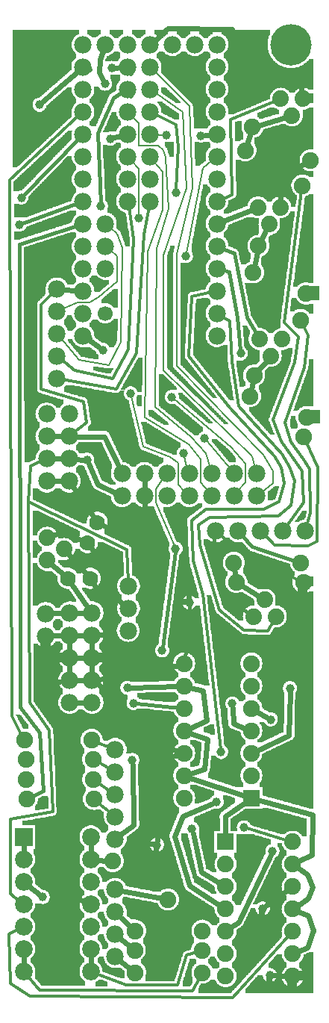
<source format=gbl>
G04 MADE WITH FRITZING*
G04 WWW.FRITZING.ORG*
G04 DOUBLE SIDED*
G04 HOLES PLATED*
G04 CONTOUR ON CENTER OF CONTOUR VECTOR*
%ASAXBY*%
%FSLAX23Y23*%
%MOIN*%
%OFA0B0*%
%SFA1.0B1.0*%
%ADD10C,0.075000*%
%ADD11C,0.070000*%
%ADD12C,0.185039*%
%ADD13C,0.078000*%
%ADD14C,0.066667*%
%ADD15C,0.079370*%
%ADD16C,0.074000*%
%ADD17C,0.039370*%
%ADD18R,0.079370X0.079370*%
%ADD19R,0.075000X0.075000*%
%ADD20C,0.024000*%
%ADD21C,0.012000*%
%ADD22C,0.016000*%
%ADD23C,0.008000*%
%ADD24C,0.007000*%
%LNCOPPER0*%
G90*
G70*
G54D10*
X112Y4269D03*
X1074Y4281D03*
X779Y4151D03*
X1210Y3847D03*
X254Y3671D03*
X1062Y3441D03*
X255Y3370D03*
X1205Y3308D03*
X946Y2855D03*
X434Y2647D03*
X195Y1852D03*
X1139Y1941D03*
X1099Y675D03*
X539Y2131D03*
X1121Y316D03*
G54D11*
X286Y1895D03*
X386Y1895D03*
X374Y2054D03*
X417Y2145D03*
G54D12*
X1282Y4277D03*
G54D13*
X556Y1661D03*
G54D14*
X353Y4278D03*
X353Y4178D03*
X353Y4078D03*
X353Y3978D03*
X353Y3878D03*
X353Y3778D03*
X353Y3678D03*
X353Y3578D03*
X353Y3478D03*
X353Y3378D03*
X353Y3278D03*
X353Y3178D03*
X353Y3078D03*
X353Y2978D03*
X453Y3078D03*
X953Y4278D03*
X953Y4178D03*
X953Y4078D03*
X953Y3978D03*
X953Y3878D03*
X953Y3778D03*
X953Y3678D03*
X953Y3578D03*
X953Y3478D03*
X953Y3378D03*
X953Y3278D03*
X953Y3178D03*
X953Y3078D03*
X953Y2978D03*
X453Y3378D03*
X453Y3278D03*
X453Y3478D03*
X753Y4278D03*
X853Y4278D03*
X653Y4278D03*
X453Y4278D03*
X553Y4278D03*
X353Y4278D03*
X353Y4178D03*
X353Y4078D03*
X353Y3978D03*
X353Y3878D03*
X353Y3778D03*
X353Y3678D03*
X353Y3578D03*
X353Y3478D03*
X353Y3378D03*
X353Y3278D03*
X353Y3178D03*
X353Y3078D03*
X353Y2978D03*
X453Y3078D03*
X953Y4278D03*
X953Y4178D03*
X953Y4078D03*
X953Y3978D03*
X953Y3878D03*
X953Y3778D03*
X953Y3678D03*
X953Y3578D03*
X953Y3478D03*
X953Y3378D03*
X953Y3278D03*
X953Y3178D03*
X953Y3078D03*
X953Y2978D03*
X453Y3378D03*
X453Y3278D03*
X453Y3478D03*
X753Y4278D03*
X853Y4278D03*
X653Y4278D03*
X453Y4278D03*
X553Y4278D03*
X553Y4178D03*
X553Y4178D03*
X653Y4178D03*
X653Y4178D03*
X654Y4078D03*
X654Y3978D03*
X654Y3878D03*
X654Y3778D03*
X654Y3678D03*
X654Y3578D03*
X654Y4078D03*
X654Y3978D03*
X654Y3878D03*
X654Y3778D03*
X654Y3678D03*
X654Y3578D03*
X553Y4078D03*
X553Y3978D03*
X553Y3878D03*
X553Y3778D03*
X553Y3678D03*
X553Y3578D03*
X553Y4078D03*
X553Y3978D03*
X553Y3878D03*
X553Y3778D03*
X553Y3678D03*
X553Y3578D03*
G54D13*
X556Y1861D03*
X556Y1761D03*
X237Y3187D03*
X237Y3087D03*
X237Y2987D03*
X237Y2887D03*
X237Y2787D03*
X237Y3187D03*
X237Y3087D03*
X237Y2987D03*
X237Y2887D03*
X237Y2787D03*
X528Y2263D03*
X628Y2263D03*
X728Y2263D03*
X828Y2263D03*
X928Y2263D03*
X1028Y2263D03*
X1128Y2263D03*
X528Y2263D03*
X628Y2263D03*
X728Y2263D03*
X828Y2263D03*
X928Y2263D03*
X1028Y2263D03*
X1128Y2263D03*
X1128Y2363D03*
X1028Y2363D03*
X928Y2363D03*
X828Y2363D03*
X728Y2363D03*
X628Y2363D03*
X528Y2363D03*
X294Y1740D03*
X294Y1640D03*
X294Y1540D03*
X294Y1440D03*
X294Y1340D03*
X294Y1740D03*
X294Y1640D03*
X294Y1540D03*
X294Y1440D03*
X294Y1340D03*
X394Y1340D03*
X394Y1440D03*
X394Y1540D03*
X394Y1640D03*
X394Y1740D03*
G54D15*
X89Y740D03*
X389Y740D03*
X89Y640D03*
X389Y640D03*
X89Y540D03*
X389Y540D03*
X89Y440D03*
X389Y440D03*
X89Y340D03*
X389Y340D03*
X89Y240D03*
X389Y240D03*
X89Y140D03*
X389Y140D03*
G54D13*
X292Y2329D03*
X292Y2429D03*
X292Y2529D03*
X292Y2629D03*
X292Y2329D03*
X292Y2429D03*
X292Y2529D03*
X292Y2629D03*
X192Y2629D03*
X192Y2529D03*
X192Y2429D03*
X192Y2329D03*
G54D16*
X1337Y4036D03*
X1287Y3961D03*
X1237Y4036D03*
X1236Y3551D03*
X1186Y3476D03*
X1136Y3551D03*
X1116Y1725D03*
X1166Y1800D03*
X1216Y1725D03*
X1242Y2963D03*
X1192Y2888D03*
X1142Y2963D03*
G54D10*
X1334Y3647D03*
X1079Y3805D03*
X1326Y3048D03*
X1113Y3260D03*
X1327Y1964D03*
X1027Y1964D03*
X1338Y2526D03*
X1100Y2708D03*
X1111Y3910D03*
X1371Y3760D03*
X1137Y3379D03*
X1350Y3166D03*
X1038Y1878D03*
X1338Y1878D03*
X1118Y2800D03*
X1353Y2614D03*
X403Y910D03*
X103Y910D03*
X399Y997D03*
X99Y997D03*
X399Y1087D03*
X99Y1087D03*
X887Y135D03*
X587Y135D03*
X885Y234D03*
X585Y234D03*
X887Y321D03*
X587Y321D03*
X733Y461D03*
X487Y632D03*
X392Y1173D03*
X92Y1173D03*
X1106Y915D03*
X806Y915D03*
X1106Y1015D03*
X806Y1015D03*
X1106Y1115D03*
X806Y1115D03*
X1106Y1215D03*
X806Y1215D03*
X1106Y1315D03*
X806Y1315D03*
X1106Y1415D03*
X806Y1415D03*
X1106Y1515D03*
X806Y1515D03*
X990Y719D03*
X1290Y719D03*
X990Y619D03*
X1290Y619D03*
X990Y519D03*
X1290Y519D03*
X990Y419D03*
X1290Y419D03*
X990Y319D03*
X1290Y319D03*
X990Y219D03*
X1290Y219D03*
X990Y119D03*
X1290Y119D03*
G54D13*
X497Y206D03*
X497Y306D03*
X497Y406D03*
X497Y506D03*
X497Y206D03*
X497Y306D03*
X497Y406D03*
X497Y506D03*
X947Y2106D03*
X1047Y2106D03*
X1147Y2106D03*
X1247Y2106D03*
X1347Y2106D03*
X947Y2106D03*
X1047Y2106D03*
X1147Y2106D03*
X1247Y2106D03*
X1347Y2106D03*
X497Y731D03*
X497Y831D03*
X497Y931D03*
X497Y1031D03*
X497Y1131D03*
X497Y731D03*
X497Y831D03*
X497Y931D03*
X497Y1031D03*
X497Y1131D03*
X354Y4277D03*
X354Y4177D03*
X354Y4077D03*
X354Y3977D03*
X354Y3877D03*
X354Y3777D03*
X354Y3677D03*
X354Y3577D03*
X354Y3477D03*
X354Y3377D03*
X354Y3277D03*
X354Y3177D03*
X354Y3077D03*
X354Y2977D03*
X952Y4278D03*
X952Y4178D03*
X952Y4078D03*
X952Y3978D03*
X952Y3878D03*
X952Y3778D03*
X952Y3678D03*
X952Y3578D03*
X952Y3478D03*
X952Y3378D03*
X952Y3278D03*
X952Y3178D03*
X952Y3078D03*
X952Y2978D03*
X454Y3478D03*
X454Y3378D03*
X454Y3278D03*
X852Y4277D03*
X752Y4277D03*
X652Y4277D03*
X552Y4277D03*
X452Y4277D03*
X852Y4277D03*
X752Y4277D03*
X652Y4277D03*
X552Y4277D03*
X452Y4277D03*
X654Y4177D03*
X654Y4077D03*
X654Y3977D03*
X654Y3877D03*
X654Y3777D03*
X654Y3677D03*
X654Y3577D03*
X552Y4178D03*
X552Y4078D03*
X552Y3978D03*
X552Y3878D03*
X552Y3778D03*
X552Y3678D03*
X552Y3578D03*
G54D17*
X159Y4009D03*
X482Y4173D03*
X434Y3556D03*
X452Y4102D03*
X476Y3858D03*
X1021Y1336D03*
X951Y897D03*
X603Y3503D03*
X804Y2453D03*
X880Y3871D03*
X78Y3595D03*
X71Y3475D03*
X814Y3333D03*
X1200Y678D03*
X1193Y1265D03*
X1072Y783D03*
X174Y472D03*
X1188Y123D03*
X1156Y420D03*
X684Y705D03*
X769Y3616D03*
X751Y2704D03*
X725Y3873D03*
X442Y2915D03*
X372Y2424D03*
X552Y1406D03*
X897Y2520D03*
X1058Y2899D03*
X1278Y1404D03*
X579Y1338D03*
X567Y2720D03*
G54D16*
X194Y1976D03*
X269Y2026D03*
X194Y2076D03*
G54D13*
X187Y1738D03*
X187Y1638D03*
G54D17*
X829Y1787D03*
X767Y2027D03*
X574Y1084D03*
X707Y1573D03*
X841Y777D03*
X971Y1120D03*
G54D18*
X89Y740D03*
G54D19*
X1106Y915D03*
X990Y719D03*
G54D20*
X471Y1757D02*
X399Y1873D01*
D02*
X473Y1646D02*
X471Y1757D01*
D02*
X424Y1642D02*
X473Y1646D01*
D02*
X266Y1912D02*
X214Y1958D01*
D02*
X377Y1765D02*
X301Y1873D01*
D02*
X368Y1914D02*
X287Y2006D01*
D02*
X402Y2166D02*
X309Y2304D01*
D02*
X267Y2104D02*
X219Y2086D01*
D02*
X350Y2065D02*
X267Y2104D01*
D02*
X521Y187D02*
X564Y153D01*
G54D21*
D02*
X776Y80D02*
X546Y80D01*
D02*
X546Y80D02*
X412Y131D01*
D02*
X817Y212D02*
X776Y80D01*
D02*
X863Y227D02*
X817Y212D01*
G54D20*
D02*
X419Y638D02*
X459Y635D01*
D02*
X483Y1820D02*
X461Y1914D01*
D02*
X461Y1914D02*
X388Y2032D01*
D02*
X533Y1779D02*
X483Y1820D01*
D02*
X527Y500D02*
X705Y466D01*
D02*
X519Y385D02*
X566Y341D01*
D02*
X521Y287D02*
X563Y252D01*
D02*
X419Y2314D02*
X501Y2276D01*
D02*
X380Y2407D02*
X419Y2314D01*
D02*
X89Y209D02*
X89Y171D01*
G54D21*
D02*
X1022Y25D02*
X1275Y302D01*
D02*
X29Y88D02*
X116Y30D01*
D02*
X24Y308D02*
X29Y88D01*
D02*
X66Y329D02*
X24Y308D01*
D02*
X116Y30D02*
X1022Y25D01*
D02*
X1014Y2048D02*
X966Y2090D01*
G54D22*
D02*
X933Y2036D02*
X942Y2082D01*
D02*
X994Y1806D02*
X933Y2036D01*
G54D20*
D02*
X1112Y2772D02*
X1105Y2736D01*
G54D22*
D02*
X1098Y1737D02*
X994Y1806D01*
G54D20*
D02*
X267Y3185D02*
X322Y3180D01*
D02*
X1132Y3351D02*
X1119Y3288D01*
G54D21*
D02*
X1317Y1888D02*
X1089Y2001D01*
D02*
X1089Y2001D02*
X1014Y2048D01*
D02*
X218Y853D02*
X202Y1217D01*
D02*
X29Y486D02*
X29Y819D01*
D02*
X202Y1217D02*
X115Y1339D01*
D02*
X29Y819D02*
X218Y853D01*
D02*
X109Y2237D02*
X120Y2397D01*
D02*
X120Y2397D02*
X169Y2419D01*
D02*
X115Y1339D02*
X109Y2237D01*
D02*
X69Y455D02*
X29Y486D01*
D02*
X551Y2024D02*
X109Y2237D01*
D02*
X556Y1885D02*
X551Y2024D01*
D02*
X476Y1043D02*
X419Y1076D01*
G54D23*
D02*
X724Y3773D02*
X714Y3806D01*
D02*
X714Y3806D02*
X689Y3827D01*
D02*
X836Y2526D02*
X675Y2659D01*
D02*
X902Y2453D02*
X836Y2526D01*
D02*
X682Y3366D02*
X736Y3548D01*
D02*
X922Y2387D02*
X902Y2453D01*
D02*
X604Y3828D02*
X603Y3927D01*
D02*
X603Y3927D02*
X570Y3960D01*
D02*
X675Y2659D02*
X682Y3366D01*
D02*
X736Y3548D02*
X724Y3773D01*
D02*
X689Y3827D02*
X604Y3828D01*
G54D22*
D02*
X808Y1538D02*
X828Y1774D01*
D02*
X1111Y2036D02*
X1064Y2088D01*
D02*
X1306Y1971D02*
X1111Y2036D01*
G54D20*
D02*
X262Y2329D02*
X222Y2329D01*
G54D22*
D02*
X329Y3470D02*
X70Y3387D01*
D02*
X70Y3387D02*
X72Y1320D01*
G54D21*
D02*
X1049Y2665D02*
X1019Y2865D01*
D02*
X1019Y2865D02*
X1011Y3044D01*
D02*
X1011Y3044D02*
X974Y3065D01*
G54D20*
D02*
X906Y1261D02*
X832Y1227D01*
G54D22*
D02*
X176Y946D02*
X123Y920D01*
G54D20*
D02*
X834Y1408D02*
X889Y1395D01*
D02*
X889Y1395D02*
X906Y1261D01*
G54D22*
D02*
X72Y1320D02*
X161Y1206D01*
D02*
X161Y1206D02*
X176Y946D01*
G54D21*
D02*
X1074Y1663D02*
X964Y1753D01*
D02*
X1244Y2450D02*
X1049Y2665D01*
D02*
X920Y2166D02*
X1227Y2173D01*
D02*
X1298Y2330D02*
X1276Y2393D01*
D02*
X1276Y2393D02*
X1244Y2450D01*
D02*
X1282Y2221D02*
X1298Y2330D01*
D02*
X876Y2044D02*
X871Y2135D01*
D02*
X871Y2135D02*
X920Y2166D01*
D02*
X1227Y2173D02*
X1282Y2221D01*
D02*
X964Y1753D02*
X876Y2044D01*
D02*
X1178Y1660D02*
X1074Y1663D01*
D02*
X1205Y1706D02*
X1178Y1660D01*
D02*
X1020Y3608D02*
X1014Y3942D01*
D02*
X975Y3588D02*
X1020Y3608D01*
G54D20*
D02*
X262Y2529D02*
X222Y2529D01*
D02*
X262Y2429D02*
X222Y2429D01*
G54D23*
D02*
X889Y3728D02*
X816Y3347D01*
D02*
X933Y3762D02*
X889Y3728D01*
G54D20*
D02*
X1063Y1863D02*
X1143Y1814D01*
G54D21*
D02*
X1014Y3942D02*
X1217Y4027D01*
G54D20*
D02*
X1136Y2822D02*
X1175Y2867D01*
D02*
X1102Y3882D02*
X1087Y3833D01*
G54D23*
D02*
X1204Y2375D02*
X1159Y2448D01*
D02*
X772Y3345D02*
X844Y3636D01*
D02*
X844Y3636D02*
X829Y4004D01*
D02*
X1202Y2319D02*
X1204Y2375D01*
D02*
X1159Y2448D02*
X772Y2844D01*
D02*
X772Y2844D02*
X772Y3345D01*
D02*
X1148Y2278D02*
X1202Y2319D01*
D02*
X829Y4004D02*
X672Y4160D01*
G54D20*
D02*
X1019Y4346D02*
X1064Y4198D01*
D02*
X733Y4350D02*
X1019Y4346D01*
D02*
X675Y4298D02*
X733Y4350D01*
D02*
X1325Y4106D02*
X1333Y4062D01*
D02*
X1064Y4198D02*
X1325Y4106D01*
D02*
X722Y1139D02*
X504Y1250D01*
D02*
X778Y1123D02*
X722Y1139D01*
D02*
X489Y1370D02*
X419Y1422D01*
G54D21*
D02*
X649Y3553D02*
X625Y3431D01*
D02*
X502Y2739D02*
X261Y2783D01*
D02*
X592Y2901D02*
X502Y2739D01*
D02*
X1268Y725D02*
X1085Y779D01*
D02*
X625Y3431D02*
X592Y2901D01*
G54D23*
D02*
X384Y3128D02*
X424Y3150D01*
D02*
X507Y3221D02*
X507Y3333D01*
D02*
X507Y3333D02*
X472Y3362D01*
D02*
X260Y3097D02*
X331Y3128D01*
D02*
X331Y3128D02*
X384Y3128D01*
G54D20*
D02*
X294Y478D02*
X360Y452D01*
D02*
X283Y817D02*
X294Y478D01*
D02*
X256Y1234D02*
X283Y817D01*
D02*
X197Y1428D02*
X183Y1336D01*
D02*
X265Y1437D02*
X197Y1428D01*
D02*
X899Y3873D02*
X922Y3875D01*
G54D24*
D02*
X814Y2407D02*
X807Y2440D01*
G54D20*
D02*
X89Y671D02*
X89Y709D01*
G54D24*
D02*
X821Y2386D02*
X814Y2407D01*
G54D20*
D02*
X1358Y389D02*
X1317Y407D01*
D02*
X1317Y230D02*
X1356Y248D01*
D02*
X1383Y325D02*
X1358Y389D01*
D02*
X1356Y248D02*
X1383Y325D01*
D02*
X1138Y3918D02*
X1261Y3953D01*
G54D21*
D02*
X1400Y2059D02*
X1402Y2390D01*
D02*
X1402Y2390D02*
X1348Y2506D01*
G54D20*
D02*
X1079Y924D02*
X833Y1005D01*
G54D21*
D02*
X1165Y2089D02*
X1211Y2045D01*
D02*
X1358Y2041D02*
X1400Y2059D01*
D02*
X1211Y2045D02*
X1358Y2041D01*
G54D20*
D02*
X630Y1473D02*
X778Y1508D01*
D02*
X424Y1444D02*
X630Y1473D01*
G54D21*
D02*
X876Y114D02*
X843Y54D01*
G54D22*
D02*
X84Y3479D02*
X329Y3569D01*
G54D21*
D02*
X843Y54D02*
X160Y58D01*
G54D20*
D02*
X989Y834D02*
X990Y747D01*
D02*
X1082Y898D02*
X989Y834D01*
G54D21*
D02*
X160Y58D02*
X105Y121D01*
G54D20*
D02*
X1150Y3404D02*
X1174Y3452D01*
G54D21*
D02*
X1253Y3037D02*
X1331Y3624D01*
G54D20*
D02*
X1345Y3748D02*
X1239Y3698D01*
D02*
X1239Y3698D02*
X1236Y3578D01*
G54D21*
D02*
X474Y1140D02*
X413Y1165D01*
G54D23*
D02*
X1123Y2387D02*
X1110Y2440D01*
G54D21*
D02*
X1240Y2506D02*
X1202Y2604D01*
D02*
X1202Y2604D02*
X1300Y2859D01*
D02*
X1300Y2859D02*
X1316Y2973D01*
D02*
X1333Y2373D02*
X1302Y2417D01*
D02*
X1302Y2417D02*
X1240Y2506D01*
D02*
X1338Y2233D02*
X1333Y2373D01*
D02*
X1316Y2973D02*
X1253Y3037D01*
D02*
X1262Y2126D02*
X1338Y2233D01*
G54D23*
D02*
X816Y3637D02*
X798Y3977D01*
D02*
X1110Y2440D02*
X714Y2825D01*
D02*
X713Y3337D02*
X816Y3637D01*
D02*
X798Y3977D02*
X675Y4063D01*
D02*
X714Y2825D02*
X713Y3337D01*
G54D20*
D02*
X896Y1043D02*
X833Y1023D01*
D02*
X833Y1205D02*
X911Y1178D01*
D02*
X911Y1178D02*
X896Y1043D01*
G54D24*
D02*
X881Y2324D02*
X878Y2428D01*
D02*
X878Y2428D02*
X827Y2495D01*
D02*
X644Y3355D02*
X708Y3539D01*
D02*
X630Y2613D02*
X644Y3355D01*
D02*
X913Y2282D02*
X881Y2324D01*
D02*
X708Y3539D02*
X710Y3711D01*
D02*
X710Y3711D02*
X670Y3758D01*
G54D22*
D02*
X1086Y3061D02*
X1132Y2981D01*
D02*
X976Y3368D02*
X1029Y3346D01*
D02*
X1029Y3346D02*
X1086Y3061D01*
G54D21*
D02*
X485Y2786D02*
X556Y2917D01*
D02*
X315Y2823D02*
X485Y2786D01*
D02*
X581Y3409D02*
X558Y3553D01*
D02*
X556Y2917D02*
X581Y3409D01*
D02*
X256Y2872D02*
X315Y2823D01*
G54D20*
D02*
X1111Y3541D02*
X981Y3489D01*
D02*
X1375Y661D02*
X1316Y632D01*
G54D22*
D02*
X1005Y3265D02*
X1043Y3061D01*
D02*
X977Y3272D02*
X1005Y3265D01*
G54D20*
D02*
X389Y671D02*
X389Y709D01*
D02*
X1378Y839D02*
X1375Y661D01*
D02*
X1134Y907D02*
X1378Y839D01*
G54D21*
D02*
X778Y3821D02*
X769Y3920D01*
D02*
X770Y3630D02*
X778Y3821D01*
D02*
X769Y3920D02*
X676Y3966D01*
D02*
X334Y3961D02*
X27Y3675D01*
G54D20*
D02*
X389Y209D02*
X389Y171D01*
G54D21*
D02*
X27Y3675D02*
X36Y1281D01*
D02*
X36Y1281D02*
X81Y1194D01*
D02*
X477Y945D02*
X418Y984D01*
D02*
X478Y847D02*
X420Y895D01*
G54D20*
D02*
X628Y2293D02*
X628Y2333D01*
G54D23*
D02*
X1013Y2382D02*
X906Y2509D01*
G54D20*
D02*
X1035Y1907D02*
X1031Y1935D01*
G54D23*
D02*
X712Y3874D02*
X703Y3875D01*
D02*
X522Y2950D02*
X529Y3370D01*
D02*
X468Y2847D02*
X522Y2950D01*
D02*
X529Y3370D02*
X507Y3433D01*
D02*
X253Y2969D02*
X337Y2869D01*
D02*
X337Y2869D02*
X468Y2847D01*
D02*
X703Y3875D02*
X679Y3876D01*
G54D21*
D02*
X1360Y2979D02*
X1336Y3027D01*
G54D22*
D02*
X335Y3860D02*
X87Y3604D01*
G54D21*
D02*
X1336Y2430D02*
X1282Y2504D01*
D02*
X1342Y2837D02*
X1360Y2979D01*
D02*
X1282Y2504D02*
X1256Y2590D01*
D02*
X1256Y2590D02*
X1342Y2837D01*
D02*
X1354Y2129D02*
X1371Y2186D01*
G54D20*
D02*
X630Y2039D02*
X440Y2133D01*
D02*
X630Y2039D02*
X629Y2233D01*
D02*
X630Y1473D02*
X630Y2039D01*
G54D21*
D02*
X370Y2589D02*
X356Y2684D01*
D02*
X356Y2684D02*
X167Y2739D01*
D02*
X311Y2544D02*
X370Y2589D01*
D02*
X167Y2739D02*
X167Y3117D01*
D02*
X167Y3117D02*
X220Y3170D01*
G54D20*
D02*
X382Y4168D02*
X325Y4186D01*
D02*
X174Y4022D02*
X330Y4157D01*
D02*
X565Y4151D02*
X540Y4205D01*
D02*
X501Y4175D02*
X522Y4176D01*
G54D22*
D02*
X420Y3884D02*
X434Y3570D01*
D02*
X531Y4066D02*
X489Y4041D01*
D02*
X489Y4041D02*
X420Y3884D01*
G54D20*
D02*
X565Y4051D02*
X540Y4105D01*
D02*
X442Y4249D02*
X429Y4210D01*
D02*
X427Y4153D02*
X443Y4119D01*
D02*
X429Y4210D02*
X427Y4153D01*
D02*
X523Y3870D02*
X494Y3863D01*
D02*
X1022Y1317D02*
X1026Y1247D01*
D02*
X798Y832D02*
X764Y745D01*
D02*
X764Y745D02*
X831Y523D01*
D02*
X831Y523D02*
X966Y434D01*
D02*
X933Y890D02*
X798Y832D01*
G54D23*
D02*
X604Y3724D02*
X569Y3760D01*
D02*
X603Y3517D02*
X604Y3724D01*
G54D20*
D02*
X1048Y361D02*
X1192Y661D01*
D02*
X1013Y336D02*
X1048Y361D01*
D02*
X1131Y1300D02*
X1176Y1275D01*
D02*
X1356Y575D02*
X1314Y603D01*
D02*
X1378Y517D02*
X1356Y575D01*
D02*
X1358Y467D02*
X1378Y517D01*
D02*
X1314Y435D02*
X1358Y467D01*
D02*
X113Y521D02*
X159Y484D01*
G54D24*
D02*
X1017Y2480D02*
X761Y2696D01*
D02*
X1078Y2408D02*
X1017Y2480D01*
D02*
X1079Y2323D02*
X1078Y2408D01*
D02*
X1044Y2282D02*
X1079Y2323D01*
G54D20*
D02*
X426Y2926D02*
X379Y2960D01*
D02*
X353Y2425D02*
X322Y2427D01*
D02*
X325Y2986D02*
X382Y2968D01*
D02*
X322Y2528D02*
X450Y2528D01*
D02*
X450Y2528D02*
X515Y2390D01*
D02*
X777Y1414D02*
X571Y1407D01*
D02*
X715Y1091D02*
X686Y724D01*
D02*
X778Y1107D02*
X715Y1091D01*
G54D23*
D02*
X424Y3150D02*
X507Y3221D01*
D02*
X507Y3433D02*
X472Y3462D01*
G54D24*
D02*
X827Y2495D02*
X630Y2613D01*
G54D20*
D02*
X1026Y1247D02*
X1079Y1225D01*
D02*
X1274Y1195D02*
X1278Y1385D01*
D02*
X1132Y1127D02*
X1274Y1195D01*
G54D22*
D02*
X1043Y3061D02*
X1057Y2912D01*
D02*
X593Y1337D02*
X783Y1317D01*
G54D23*
D02*
X742Y2436D02*
X622Y2484D01*
D02*
X622Y2484D02*
X570Y2707D01*
D02*
X778Y2411D02*
X742Y2436D01*
D02*
X780Y2313D02*
X778Y2411D01*
D02*
X811Y2281D02*
X780Y2313D01*
G54D20*
D02*
X883Y584D02*
X845Y758D01*
D02*
X966Y534D02*
X883Y584D01*
D02*
X1171Y432D02*
X1267Y502D01*
D02*
X1262Y120D02*
X1207Y123D01*
D02*
X364Y1340D02*
X325Y1340D01*
D02*
X325Y1440D02*
X364Y1440D01*
D02*
X325Y1540D02*
X364Y1540D01*
D02*
X325Y1640D02*
X364Y1640D01*
D02*
X325Y1740D02*
X364Y1740D01*
D02*
X394Y1570D02*
X394Y1610D01*
D02*
X294Y1570D02*
X294Y1610D01*
D02*
X394Y1470D02*
X394Y1510D01*
D02*
X294Y1470D02*
X294Y1510D01*
G54D21*
D02*
X1367Y2384D02*
X1336Y2430D01*
G54D23*
D02*
X714Y2343D02*
X678Y2295D01*
D02*
X678Y2295D02*
X679Y2232D01*
G54D21*
D02*
X1371Y2186D02*
X1367Y2384D01*
G54D20*
D02*
X183Y1336D02*
X256Y1234D01*
G54D22*
D02*
X709Y1586D02*
X766Y2013D01*
G54D20*
D02*
X581Y795D02*
X575Y1065D01*
D02*
X521Y749D02*
X581Y795D01*
G54D23*
D02*
X679Y2232D02*
X762Y2039D01*
G54D20*
D02*
X264Y1640D02*
X217Y1639D01*
D02*
X217Y1739D02*
X264Y1740D01*
D02*
X504Y1250D02*
X489Y1370D01*
G54D21*
D02*
X969Y1133D02*
X950Y1303D01*
D02*
X950Y1303D02*
X888Y1824D01*
D02*
X846Y1973D02*
X838Y2155D01*
D02*
X888Y1824D02*
X846Y1973D01*
D02*
X902Y2204D02*
X1158Y2204D01*
D02*
X838Y2155D02*
X902Y2204D01*
D02*
X1158Y2204D02*
X1229Y2237D01*
D02*
X1229Y2237D02*
X1253Y2321D01*
D02*
X1240Y2390D02*
X1211Y2439D01*
D02*
X1253Y2321D02*
X1240Y2390D01*
D02*
X1211Y2439D02*
X1011Y2658D01*
D02*
X1011Y2658D02*
X826Y2887D01*
D02*
X826Y2887D02*
X841Y3154D01*
D02*
X841Y3154D02*
X928Y3172D01*
G36*
X40Y4344D02*
X40Y3978D01*
X150Y3978D01*
X150Y3980D01*
X146Y3980D01*
X146Y3982D01*
X142Y3982D01*
X142Y3984D01*
X140Y3984D01*
X140Y3986D01*
X136Y3986D01*
X136Y3990D01*
X134Y3990D01*
X134Y3992D01*
X132Y3992D01*
X132Y3996D01*
X130Y3996D01*
X130Y4000D01*
X128Y4000D01*
X128Y4018D01*
X130Y4018D01*
X130Y4024D01*
X132Y4024D01*
X132Y4026D01*
X134Y4026D01*
X134Y4030D01*
X136Y4030D01*
X136Y4032D01*
X138Y4032D01*
X138Y4034D01*
X140Y4034D01*
X140Y4036D01*
X144Y4036D01*
X144Y4038D01*
X148Y4038D01*
X148Y4040D01*
X158Y4040D01*
X158Y4042D01*
X162Y4042D01*
X162Y4044D01*
X164Y4044D01*
X164Y4046D01*
X166Y4046D01*
X166Y4048D01*
X168Y4048D01*
X168Y4050D01*
X170Y4050D01*
X170Y4052D01*
X172Y4052D01*
X172Y4054D01*
X176Y4054D01*
X176Y4056D01*
X178Y4056D01*
X178Y4058D01*
X180Y4058D01*
X180Y4060D01*
X182Y4060D01*
X182Y4062D01*
X184Y4062D01*
X184Y4064D01*
X186Y4064D01*
X186Y4066D01*
X188Y4066D01*
X188Y4068D01*
X192Y4068D01*
X192Y4070D01*
X194Y4070D01*
X194Y4072D01*
X196Y4072D01*
X196Y4074D01*
X198Y4074D01*
X198Y4076D01*
X200Y4076D01*
X200Y4078D01*
X202Y4078D01*
X202Y4080D01*
X204Y4080D01*
X204Y4082D01*
X208Y4082D01*
X208Y4084D01*
X210Y4084D01*
X210Y4086D01*
X212Y4086D01*
X212Y4088D01*
X214Y4088D01*
X214Y4090D01*
X216Y4090D01*
X216Y4092D01*
X218Y4092D01*
X218Y4094D01*
X220Y4094D01*
X220Y4096D01*
X224Y4096D01*
X224Y4098D01*
X226Y4098D01*
X226Y4100D01*
X228Y4100D01*
X228Y4102D01*
X230Y4102D01*
X230Y4104D01*
X232Y4104D01*
X232Y4106D01*
X234Y4106D01*
X234Y4108D01*
X238Y4108D01*
X238Y4110D01*
X240Y4110D01*
X240Y4112D01*
X242Y4112D01*
X242Y4114D01*
X244Y4114D01*
X244Y4116D01*
X246Y4116D01*
X246Y4118D01*
X248Y4118D01*
X248Y4120D01*
X250Y4120D01*
X250Y4122D01*
X254Y4122D01*
X254Y4124D01*
X256Y4124D01*
X256Y4126D01*
X258Y4126D01*
X258Y4128D01*
X260Y4128D01*
X260Y4130D01*
X262Y4130D01*
X262Y4132D01*
X264Y4132D01*
X264Y4134D01*
X266Y4134D01*
X266Y4136D01*
X270Y4136D01*
X270Y4138D01*
X272Y4138D01*
X272Y4140D01*
X274Y4140D01*
X274Y4142D01*
X276Y4142D01*
X276Y4144D01*
X278Y4144D01*
X278Y4146D01*
X280Y4146D01*
X280Y4148D01*
X282Y4148D01*
X282Y4150D01*
X286Y4150D01*
X286Y4152D01*
X288Y4152D01*
X288Y4154D01*
X290Y4154D01*
X290Y4156D01*
X292Y4156D01*
X292Y4158D01*
X294Y4158D01*
X294Y4160D01*
X296Y4160D01*
X296Y4162D01*
X298Y4162D01*
X298Y4164D01*
X302Y4164D01*
X302Y4196D01*
X304Y4196D01*
X304Y4200D01*
X306Y4200D01*
X306Y4202D01*
X308Y4202D01*
X308Y4204D01*
X310Y4204D01*
X310Y4206D01*
X312Y4206D01*
X312Y4208D01*
X314Y4208D01*
X314Y4210D01*
X316Y4210D01*
X316Y4212D01*
X318Y4212D01*
X318Y4214D01*
X320Y4214D01*
X320Y4216D01*
X322Y4216D01*
X322Y4218D01*
X324Y4218D01*
X324Y4238D01*
X320Y4238D01*
X320Y4240D01*
X318Y4240D01*
X318Y4242D01*
X316Y4242D01*
X316Y4246D01*
X314Y4246D01*
X314Y4248D01*
X312Y4248D01*
X312Y4250D01*
X310Y4250D01*
X310Y4254D01*
X308Y4254D01*
X308Y4258D01*
X306Y4258D01*
X306Y4264D01*
X304Y4264D01*
X304Y4290D01*
X306Y4290D01*
X306Y4298D01*
X308Y4298D01*
X308Y4300D01*
X310Y4300D01*
X310Y4304D01*
X312Y4304D01*
X312Y4308D01*
X314Y4308D01*
X314Y4310D01*
X316Y4310D01*
X316Y4312D01*
X318Y4312D01*
X318Y4314D01*
X320Y4314D01*
X320Y4316D01*
X322Y4316D01*
X322Y4318D01*
X324Y4318D01*
X324Y4320D01*
X328Y4320D01*
X328Y4322D01*
X332Y4322D01*
X332Y4324D01*
X336Y4324D01*
X336Y4344D01*
X40Y4344D01*
G37*
D02*
G36*
X284Y4088D02*
X284Y4086D01*
X282Y4086D01*
X282Y4084D01*
X280Y4084D01*
X280Y4082D01*
X278Y4082D01*
X278Y4080D01*
X276Y4080D01*
X276Y4078D01*
X274Y4078D01*
X274Y4076D01*
X272Y4076D01*
X272Y4074D01*
X268Y4074D01*
X268Y4072D01*
X266Y4072D01*
X266Y4070D01*
X264Y4070D01*
X264Y4068D01*
X262Y4068D01*
X262Y4066D01*
X260Y4066D01*
X260Y4064D01*
X258Y4064D01*
X258Y4062D01*
X256Y4062D01*
X256Y4060D01*
X252Y4060D01*
X252Y4058D01*
X250Y4058D01*
X250Y4056D01*
X248Y4056D01*
X248Y4054D01*
X246Y4054D01*
X246Y4052D01*
X244Y4052D01*
X244Y4050D01*
X242Y4050D01*
X242Y4048D01*
X238Y4048D01*
X238Y4046D01*
X236Y4046D01*
X236Y4044D01*
X234Y4044D01*
X234Y4042D01*
X232Y4042D01*
X232Y4040D01*
X230Y4040D01*
X230Y4038D01*
X228Y4038D01*
X228Y4036D01*
X226Y4036D01*
X226Y4034D01*
X222Y4034D01*
X222Y4032D01*
X220Y4032D01*
X220Y4030D01*
X218Y4030D01*
X218Y4028D01*
X216Y4028D01*
X216Y4026D01*
X214Y4026D01*
X214Y4024D01*
X212Y4024D01*
X212Y4022D01*
X210Y4022D01*
X210Y4020D01*
X206Y4020D01*
X206Y4018D01*
X204Y4018D01*
X204Y4016D01*
X202Y4016D01*
X202Y4014D01*
X200Y4014D01*
X200Y4012D01*
X198Y4012D01*
X198Y4010D01*
X196Y4010D01*
X196Y4008D01*
X194Y4008D01*
X194Y4006D01*
X190Y4006D01*
X190Y3998D01*
X188Y3998D01*
X188Y3994D01*
X186Y3994D01*
X186Y3992D01*
X184Y3992D01*
X184Y3988D01*
X182Y3988D01*
X182Y3986D01*
X180Y3986D01*
X180Y3984D01*
X176Y3984D01*
X176Y3982D01*
X172Y3982D01*
X172Y3980D01*
X168Y3980D01*
X168Y3978D01*
X304Y3978D01*
X304Y3990D01*
X306Y3990D01*
X306Y3998D01*
X308Y3998D01*
X308Y4000D01*
X310Y4000D01*
X310Y4004D01*
X312Y4004D01*
X312Y4008D01*
X314Y4008D01*
X314Y4010D01*
X316Y4010D01*
X316Y4012D01*
X318Y4012D01*
X318Y4014D01*
X320Y4014D01*
X320Y4016D01*
X322Y4016D01*
X322Y4018D01*
X324Y4018D01*
X324Y4038D01*
X320Y4038D01*
X320Y4040D01*
X318Y4040D01*
X318Y4042D01*
X316Y4042D01*
X316Y4046D01*
X314Y4046D01*
X314Y4048D01*
X312Y4048D01*
X312Y4050D01*
X310Y4050D01*
X310Y4054D01*
X308Y4054D01*
X308Y4058D01*
X306Y4058D01*
X306Y4064D01*
X304Y4064D01*
X304Y4088D01*
X284Y4088D01*
G37*
D02*
G36*
X40Y3978D02*
X40Y3976D01*
X304Y3976D01*
X304Y3978D01*
X40Y3978D01*
G37*
D02*
G36*
X40Y3978D02*
X40Y3976D01*
X304Y3976D01*
X304Y3978D01*
X40Y3978D01*
G37*
D02*
G36*
X40Y3976D02*
X40Y3730D01*
X60Y3730D01*
X60Y3732D01*
X62Y3732D01*
X62Y3734D01*
X64Y3734D01*
X64Y3736D01*
X66Y3736D01*
X66Y3738D01*
X68Y3738D01*
X68Y3740D01*
X72Y3740D01*
X72Y3742D01*
X74Y3742D01*
X74Y3744D01*
X76Y3744D01*
X76Y3746D01*
X78Y3746D01*
X78Y3748D01*
X80Y3748D01*
X80Y3750D01*
X82Y3750D01*
X82Y3752D01*
X84Y3752D01*
X84Y3754D01*
X86Y3754D01*
X86Y3756D01*
X88Y3756D01*
X88Y3758D01*
X90Y3758D01*
X90Y3760D01*
X92Y3760D01*
X92Y3762D01*
X94Y3762D01*
X94Y3764D01*
X96Y3764D01*
X96Y3766D01*
X100Y3766D01*
X100Y3768D01*
X102Y3768D01*
X102Y3770D01*
X104Y3770D01*
X104Y3772D01*
X106Y3772D01*
X106Y3774D01*
X108Y3774D01*
X108Y3776D01*
X110Y3776D01*
X110Y3778D01*
X112Y3778D01*
X112Y3780D01*
X114Y3780D01*
X114Y3782D01*
X116Y3782D01*
X116Y3784D01*
X118Y3784D01*
X118Y3786D01*
X120Y3786D01*
X120Y3788D01*
X122Y3788D01*
X122Y3790D01*
X124Y3790D01*
X124Y3792D01*
X128Y3792D01*
X128Y3794D01*
X130Y3794D01*
X130Y3796D01*
X132Y3796D01*
X132Y3798D01*
X134Y3798D01*
X134Y3800D01*
X136Y3800D01*
X136Y3802D01*
X138Y3802D01*
X138Y3804D01*
X140Y3804D01*
X140Y3806D01*
X142Y3806D01*
X142Y3808D01*
X144Y3808D01*
X144Y3810D01*
X146Y3810D01*
X146Y3812D01*
X148Y3812D01*
X148Y3814D01*
X150Y3814D01*
X150Y3816D01*
X152Y3816D01*
X152Y3818D01*
X156Y3818D01*
X156Y3820D01*
X158Y3820D01*
X158Y3822D01*
X160Y3822D01*
X160Y3824D01*
X162Y3824D01*
X162Y3826D01*
X164Y3826D01*
X164Y3828D01*
X166Y3828D01*
X166Y3830D01*
X168Y3830D01*
X168Y3832D01*
X170Y3832D01*
X170Y3834D01*
X172Y3834D01*
X172Y3836D01*
X174Y3836D01*
X174Y3838D01*
X176Y3838D01*
X176Y3840D01*
X178Y3840D01*
X178Y3842D01*
X180Y3842D01*
X180Y3844D01*
X184Y3844D01*
X184Y3846D01*
X186Y3846D01*
X186Y3848D01*
X188Y3848D01*
X188Y3850D01*
X190Y3850D01*
X190Y3852D01*
X192Y3852D01*
X192Y3854D01*
X194Y3854D01*
X194Y3856D01*
X196Y3856D01*
X196Y3858D01*
X198Y3858D01*
X198Y3860D01*
X200Y3860D01*
X200Y3862D01*
X202Y3862D01*
X202Y3864D01*
X204Y3864D01*
X204Y3866D01*
X206Y3866D01*
X206Y3868D01*
X208Y3868D01*
X208Y3870D01*
X212Y3870D01*
X212Y3872D01*
X214Y3872D01*
X214Y3874D01*
X216Y3874D01*
X216Y3876D01*
X218Y3876D01*
X218Y3878D01*
X220Y3878D01*
X220Y3880D01*
X222Y3880D01*
X222Y3882D01*
X224Y3882D01*
X224Y3884D01*
X226Y3884D01*
X226Y3886D01*
X228Y3886D01*
X228Y3888D01*
X230Y3888D01*
X230Y3890D01*
X232Y3890D01*
X232Y3892D01*
X234Y3892D01*
X234Y3894D01*
X236Y3894D01*
X236Y3896D01*
X240Y3896D01*
X240Y3898D01*
X242Y3898D01*
X242Y3900D01*
X244Y3900D01*
X244Y3902D01*
X246Y3902D01*
X246Y3904D01*
X248Y3904D01*
X248Y3906D01*
X250Y3906D01*
X250Y3908D01*
X252Y3908D01*
X252Y3910D01*
X254Y3910D01*
X254Y3912D01*
X256Y3912D01*
X256Y3914D01*
X258Y3914D01*
X258Y3916D01*
X260Y3916D01*
X260Y3918D01*
X262Y3918D01*
X262Y3920D01*
X264Y3920D01*
X264Y3922D01*
X268Y3922D01*
X268Y3924D01*
X270Y3924D01*
X270Y3926D01*
X272Y3926D01*
X272Y3928D01*
X274Y3928D01*
X274Y3930D01*
X276Y3930D01*
X276Y3932D01*
X278Y3932D01*
X278Y3934D01*
X280Y3934D01*
X280Y3936D01*
X282Y3936D01*
X282Y3938D01*
X284Y3938D01*
X284Y3940D01*
X286Y3940D01*
X286Y3942D01*
X288Y3942D01*
X288Y3944D01*
X290Y3944D01*
X290Y3946D01*
X292Y3946D01*
X292Y3948D01*
X296Y3948D01*
X296Y3950D01*
X298Y3950D01*
X298Y3952D01*
X300Y3952D01*
X300Y3954D01*
X302Y3954D01*
X302Y3956D01*
X304Y3956D01*
X304Y3976D01*
X40Y3976D01*
G37*
D02*
G36*
X372Y4344D02*
X372Y4324D01*
X376Y4324D01*
X376Y4322D01*
X380Y4322D01*
X380Y4320D01*
X384Y4320D01*
X384Y4318D01*
X386Y4318D01*
X386Y4316D01*
X388Y4316D01*
X388Y4314D01*
X390Y4314D01*
X390Y4312D01*
X392Y4312D01*
X392Y4310D01*
X414Y4310D01*
X414Y4312D01*
X416Y4312D01*
X416Y4314D01*
X418Y4314D01*
X418Y4316D01*
X420Y4316D01*
X420Y4318D01*
X422Y4318D01*
X422Y4320D01*
X426Y4320D01*
X426Y4322D01*
X430Y4322D01*
X430Y4324D01*
X434Y4324D01*
X434Y4344D01*
X372Y4344D01*
G37*
D02*
G36*
X472Y4344D02*
X472Y4324D01*
X476Y4324D01*
X476Y4322D01*
X478Y4322D01*
X478Y4320D01*
X482Y4320D01*
X482Y4318D01*
X484Y4318D01*
X484Y4316D01*
X486Y4316D01*
X486Y4314D01*
X490Y4314D01*
X490Y4310D01*
X492Y4310D01*
X492Y4308D01*
X512Y4308D01*
X512Y4310D01*
X514Y4310D01*
X514Y4312D01*
X516Y4312D01*
X516Y4314D01*
X518Y4314D01*
X518Y4316D01*
X520Y4316D01*
X520Y4318D01*
X522Y4318D01*
X522Y4320D01*
X526Y4320D01*
X526Y4322D01*
X530Y4322D01*
X530Y4324D01*
X534Y4324D01*
X534Y4344D01*
X472Y4344D01*
G37*
D02*
G36*
X572Y4344D02*
X572Y4324D01*
X576Y4324D01*
X576Y4322D01*
X578Y4322D01*
X578Y4320D01*
X582Y4320D01*
X582Y4318D01*
X584Y4318D01*
X584Y4316D01*
X586Y4316D01*
X586Y4314D01*
X590Y4314D01*
X590Y4310D01*
X592Y4310D01*
X592Y4308D01*
X612Y4308D01*
X612Y4310D01*
X614Y4310D01*
X614Y4312D01*
X616Y4312D01*
X616Y4314D01*
X618Y4314D01*
X618Y4316D01*
X620Y4316D01*
X620Y4318D01*
X622Y4318D01*
X622Y4320D01*
X626Y4320D01*
X626Y4322D01*
X630Y4322D01*
X630Y4324D01*
X634Y4324D01*
X634Y4344D01*
X572Y4344D01*
G37*
D02*
G36*
X672Y4344D02*
X672Y4324D01*
X676Y4324D01*
X676Y4322D01*
X678Y4322D01*
X678Y4320D01*
X682Y4320D01*
X682Y4318D01*
X684Y4318D01*
X684Y4316D01*
X686Y4316D01*
X686Y4314D01*
X690Y4314D01*
X690Y4310D01*
X692Y4310D01*
X692Y4308D01*
X712Y4308D01*
X712Y4310D01*
X714Y4310D01*
X714Y4312D01*
X716Y4312D01*
X716Y4314D01*
X718Y4314D01*
X718Y4316D01*
X720Y4316D01*
X720Y4318D01*
X722Y4318D01*
X722Y4320D01*
X726Y4320D01*
X726Y4322D01*
X730Y4322D01*
X730Y4324D01*
X734Y4324D01*
X734Y4344D01*
X672Y4344D01*
G37*
D02*
G36*
X772Y4344D02*
X772Y4324D01*
X776Y4324D01*
X776Y4322D01*
X778Y4322D01*
X778Y4320D01*
X782Y4320D01*
X782Y4318D01*
X784Y4318D01*
X784Y4316D01*
X786Y4316D01*
X786Y4314D01*
X790Y4314D01*
X790Y4310D01*
X792Y4310D01*
X792Y4308D01*
X812Y4308D01*
X812Y4310D01*
X814Y4310D01*
X814Y4312D01*
X816Y4312D01*
X816Y4314D01*
X818Y4314D01*
X818Y4316D01*
X820Y4316D01*
X820Y4318D01*
X822Y4318D01*
X822Y4320D01*
X826Y4320D01*
X826Y4322D01*
X830Y4322D01*
X830Y4324D01*
X834Y4324D01*
X834Y4344D01*
X772Y4344D01*
G37*
D02*
G36*
X872Y4344D02*
X872Y4324D01*
X876Y4324D01*
X876Y4322D01*
X878Y4322D01*
X878Y4320D01*
X882Y4320D01*
X882Y4318D01*
X884Y4318D01*
X884Y4316D01*
X886Y4316D01*
X886Y4314D01*
X890Y4314D01*
X890Y4310D01*
X892Y4310D01*
X892Y4308D01*
X912Y4308D01*
X912Y4310D01*
X914Y4310D01*
X914Y4312D01*
X916Y4312D01*
X916Y4316D01*
X920Y4316D01*
X920Y4318D01*
X922Y4318D01*
X922Y4320D01*
X924Y4320D01*
X924Y4322D01*
X928Y4322D01*
X928Y4324D01*
X932Y4324D01*
X932Y4344D01*
X872Y4344D01*
G37*
D02*
G36*
X974Y4344D02*
X974Y4324D01*
X976Y4324D01*
X976Y4322D01*
X980Y4322D01*
X980Y4320D01*
X982Y4320D01*
X982Y4318D01*
X986Y4318D01*
X986Y4316D01*
X988Y4316D01*
X988Y4314D01*
X990Y4314D01*
X990Y4312D01*
X992Y4312D01*
X992Y4308D01*
X994Y4308D01*
X994Y4306D01*
X996Y4306D01*
X996Y4302D01*
X998Y4302D01*
X998Y4298D01*
X1000Y4298D01*
X1000Y4294D01*
X1002Y4294D01*
X1002Y4284D01*
X1004Y4284D01*
X1004Y4274D01*
X1002Y4274D01*
X1002Y4264D01*
X1000Y4264D01*
X1000Y4258D01*
X998Y4258D01*
X998Y4254D01*
X996Y4254D01*
X996Y4250D01*
X994Y4250D01*
X994Y4248D01*
X992Y4248D01*
X992Y4246D01*
X990Y4246D01*
X990Y4244D01*
X988Y4244D01*
X988Y4242D01*
X986Y4242D01*
X986Y4240D01*
X984Y4240D01*
X984Y4238D01*
X982Y4238D01*
X982Y4218D01*
X986Y4218D01*
X986Y4216D01*
X988Y4216D01*
X988Y4214D01*
X990Y4214D01*
X990Y4212D01*
X992Y4212D01*
X992Y4208D01*
X994Y4208D01*
X994Y4206D01*
X996Y4206D01*
X996Y4202D01*
X998Y4202D01*
X998Y4198D01*
X1000Y4198D01*
X1000Y4194D01*
X1002Y4194D01*
X1002Y4184D01*
X1004Y4184D01*
X1004Y4174D01*
X1002Y4174D01*
X1002Y4172D01*
X1278Y4172D01*
X1278Y4174D01*
X1262Y4174D01*
X1262Y4176D01*
X1254Y4176D01*
X1254Y4178D01*
X1248Y4178D01*
X1248Y4180D01*
X1242Y4180D01*
X1242Y4182D01*
X1238Y4182D01*
X1238Y4184D01*
X1234Y4184D01*
X1234Y4186D01*
X1230Y4186D01*
X1230Y4188D01*
X1226Y4188D01*
X1226Y4190D01*
X1224Y4190D01*
X1224Y4192D01*
X1220Y4192D01*
X1220Y4194D01*
X1218Y4194D01*
X1218Y4196D01*
X1216Y4196D01*
X1216Y4198D01*
X1214Y4198D01*
X1214Y4200D01*
X1212Y4200D01*
X1212Y4202D01*
X1208Y4202D01*
X1208Y4204D01*
X1206Y4204D01*
X1206Y4208D01*
X1204Y4208D01*
X1204Y4210D01*
X1202Y4210D01*
X1202Y4212D01*
X1200Y4212D01*
X1200Y4214D01*
X1198Y4214D01*
X1198Y4218D01*
X1196Y4218D01*
X1196Y4220D01*
X1194Y4220D01*
X1194Y4224D01*
X1192Y4224D01*
X1192Y4226D01*
X1190Y4226D01*
X1190Y4230D01*
X1188Y4230D01*
X1188Y4234D01*
X1186Y4234D01*
X1186Y4240D01*
X1184Y4240D01*
X1184Y4244D01*
X1182Y4244D01*
X1182Y4252D01*
X1180Y4252D01*
X1180Y4262D01*
X1178Y4262D01*
X1178Y4292D01*
X1180Y4292D01*
X1180Y4302D01*
X1182Y4302D01*
X1182Y4310D01*
X1184Y4310D01*
X1184Y4316D01*
X1186Y4316D01*
X1186Y4320D01*
X1188Y4320D01*
X1188Y4324D01*
X1190Y4324D01*
X1190Y4344D01*
X974Y4344D01*
G37*
D02*
G36*
X1364Y4214D02*
X1364Y4212D01*
X1362Y4212D01*
X1362Y4208D01*
X1360Y4208D01*
X1360Y4206D01*
X1358Y4206D01*
X1358Y4204D01*
X1356Y4204D01*
X1356Y4202D01*
X1354Y4202D01*
X1354Y4200D01*
X1352Y4200D01*
X1352Y4198D01*
X1348Y4198D01*
X1348Y4196D01*
X1346Y4196D01*
X1346Y4194D01*
X1344Y4194D01*
X1344Y4192D01*
X1340Y4192D01*
X1340Y4190D01*
X1338Y4190D01*
X1338Y4188D01*
X1334Y4188D01*
X1334Y4186D01*
X1332Y4186D01*
X1332Y4184D01*
X1326Y4184D01*
X1326Y4182D01*
X1322Y4182D01*
X1322Y4180D01*
X1318Y4180D01*
X1318Y4178D01*
X1310Y4178D01*
X1310Y4176D01*
X1302Y4176D01*
X1302Y4174D01*
X1286Y4174D01*
X1286Y4172D01*
X1384Y4172D01*
X1384Y4214D01*
X1364Y4214D01*
G37*
D02*
G36*
X1002Y4172D02*
X1002Y4170D01*
X1384Y4170D01*
X1384Y4172D01*
X1002Y4172D01*
G37*
D02*
G36*
X1002Y4172D02*
X1002Y4170D01*
X1384Y4170D01*
X1384Y4172D01*
X1002Y4172D01*
G37*
D02*
G36*
X1002Y4170D02*
X1002Y4164D01*
X1000Y4164D01*
X1000Y4158D01*
X998Y4158D01*
X998Y4154D01*
X996Y4154D01*
X996Y4150D01*
X994Y4150D01*
X994Y4148D01*
X992Y4148D01*
X992Y4146D01*
X990Y4146D01*
X990Y4144D01*
X988Y4144D01*
X988Y4142D01*
X986Y4142D01*
X986Y4140D01*
X984Y4140D01*
X984Y4138D01*
X982Y4138D01*
X982Y4118D01*
X986Y4118D01*
X986Y4116D01*
X988Y4116D01*
X988Y4114D01*
X990Y4114D01*
X990Y4112D01*
X992Y4112D01*
X992Y4108D01*
X994Y4108D01*
X994Y4106D01*
X996Y4106D01*
X996Y4102D01*
X998Y4102D01*
X998Y4098D01*
X1000Y4098D01*
X1000Y4094D01*
X1002Y4094D01*
X1002Y4086D01*
X1338Y4086D01*
X1338Y4084D01*
X1350Y4084D01*
X1350Y4082D01*
X1356Y4082D01*
X1356Y4080D01*
X1360Y4080D01*
X1360Y4078D01*
X1364Y4078D01*
X1364Y4076D01*
X1384Y4076D01*
X1384Y4170D01*
X1002Y4170D01*
G37*
D02*
G36*
X1002Y4086D02*
X1002Y4084D01*
X1004Y4084D01*
X1004Y4074D01*
X1002Y4074D01*
X1002Y4064D01*
X1000Y4064D01*
X1000Y4058D01*
X998Y4058D01*
X998Y4054D01*
X996Y4054D01*
X996Y4050D01*
X994Y4050D01*
X994Y4048D01*
X992Y4048D01*
X992Y4046D01*
X990Y4046D01*
X990Y4044D01*
X988Y4044D01*
X988Y4042D01*
X986Y4042D01*
X986Y4040D01*
X984Y4040D01*
X984Y4038D01*
X982Y4038D01*
X982Y4018D01*
X986Y4018D01*
X986Y4016D01*
X988Y4016D01*
X988Y4014D01*
X990Y4014D01*
X990Y4012D01*
X992Y4012D01*
X992Y4008D01*
X994Y4008D01*
X994Y4006D01*
X996Y4006D01*
X996Y4002D01*
X998Y4002D01*
X998Y3998D01*
X1000Y3998D01*
X1000Y3994D01*
X1002Y3994D01*
X1002Y3984D01*
X1004Y3984D01*
X1004Y3966D01*
X1026Y3966D01*
X1026Y3968D01*
X1030Y3968D01*
X1030Y3970D01*
X1036Y3970D01*
X1036Y3972D01*
X1040Y3972D01*
X1040Y3974D01*
X1044Y3974D01*
X1044Y3976D01*
X1050Y3976D01*
X1050Y3978D01*
X1054Y3978D01*
X1054Y3980D01*
X1060Y3980D01*
X1060Y3982D01*
X1064Y3982D01*
X1064Y3984D01*
X1068Y3984D01*
X1068Y3986D01*
X1074Y3986D01*
X1074Y3988D01*
X1078Y3988D01*
X1078Y3990D01*
X1082Y3990D01*
X1082Y3992D01*
X1088Y3992D01*
X1088Y3994D01*
X1092Y3994D01*
X1092Y3996D01*
X1098Y3996D01*
X1098Y3998D01*
X1102Y3998D01*
X1102Y4000D01*
X1106Y4000D01*
X1106Y4002D01*
X1112Y4002D01*
X1112Y4004D01*
X1116Y4004D01*
X1116Y4006D01*
X1122Y4006D01*
X1122Y4008D01*
X1126Y4008D01*
X1126Y4010D01*
X1130Y4010D01*
X1130Y4012D01*
X1136Y4012D01*
X1136Y4014D01*
X1140Y4014D01*
X1140Y4016D01*
X1146Y4016D01*
X1146Y4018D01*
X1150Y4018D01*
X1150Y4020D01*
X1154Y4020D01*
X1154Y4022D01*
X1160Y4022D01*
X1160Y4024D01*
X1164Y4024D01*
X1164Y4026D01*
X1168Y4026D01*
X1168Y4028D01*
X1174Y4028D01*
X1174Y4030D01*
X1178Y4030D01*
X1178Y4032D01*
X1184Y4032D01*
X1184Y4034D01*
X1188Y4034D01*
X1188Y4044D01*
X1190Y4044D01*
X1190Y4052D01*
X1192Y4052D01*
X1192Y4056D01*
X1194Y4056D01*
X1194Y4060D01*
X1196Y4060D01*
X1196Y4064D01*
X1198Y4064D01*
X1198Y4066D01*
X1200Y4066D01*
X1200Y4068D01*
X1202Y4068D01*
X1202Y4070D01*
X1204Y4070D01*
X1204Y4072D01*
X1206Y4072D01*
X1206Y4074D01*
X1208Y4074D01*
X1208Y4076D01*
X1210Y4076D01*
X1210Y4078D01*
X1214Y4078D01*
X1214Y4080D01*
X1218Y4080D01*
X1218Y4082D01*
X1224Y4082D01*
X1224Y4084D01*
X1236Y4084D01*
X1236Y4086D01*
X1002Y4086D01*
G37*
D02*
G36*
X1238Y4086D02*
X1238Y4084D01*
X1250Y4084D01*
X1250Y4082D01*
X1256Y4082D01*
X1256Y4080D01*
X1260Y4080D01*
X1260Y4078D01*
X1264Y4078D01*
X1264Y4076D01*
X1266Y4076D01*
X1266Y4074D01*
X1270Y4074D01*
X1270Y4072D01*
X1272Y4072D01*
X1272Y4070D01*
X1274Y4070D01*
X1274Y4066D01*
X1276Y4066D01*
X1276Y4064D01*
X1298Y4064D01*
X1298Y4066D01*
X1300Y4066D01*
X1300Y4068D01*
X1302Y4068D01*
X1302Y4070D01*
X1304Y4070D01*
X1304Y4072D01*
X1306Y4072D01*
X1306Y4074D01*
X1308Y4074D01*
X1308Y4076D01*
X1310Y4076D01*
X1310Y4078D01*
X1314Y4078D01*
X1314Y4080D01*
X1318Y4080D01*
X1318Y4082D01*
X1324Y4082D01*
X1324Y4084D01*
X1336Y4084D01*
X1336Y4086D01*
X1238Y4086D01*
G37*
D02*
G36*
X492Y4248D02*
X492Y4244D01*
X490Y4244D01*
X490Y4242D01*
X488Y4242D01*
X488Y4240D01*
X486Y4240D01*
X486Y4238D01*
X482Y4238D01*
X482Y4236D01*
X480Y4236D01*
X480Y4234D01*
X476Y4234D01*
X476Y4232D01*
X472Y4232D01*
X472Y4230D01*
X468Y4230D01*
X468Y4228D01*
X460Y4228D01*
X460Y4224D01*
X458Y4224D01*
X458Y4218D01*
X456Y4218D01*
X456Y4212D01*
X454Y4212D01*
X454Y4206D01*
X484Y4206D01*
X484Y4204D01*
X510Y4204D01*
X510Y4208D01*
X512Y4208D01*
X512Y4210D01*
X514Y4210D01*
X514Y4212D01*
X516Y4212D01*
X516Y4216D01*
X518Y4216D01*
X518Y4218D01*
X520Y4218D01*
X520Y4240D01*
X518Y4240D01*
X518Y4242D01*
X516Y4242D01*
X516Y4244D01*
X514Y4244D01*
X514Y4246D01*
X512Y4246D01*
X512Y4248D01*
X492Y4248D01*
G37*
D02*
G36*
X452Y4206D02*
X452Y4204D01*
X480Y4204D01*
X480Y4206D01*
X452Y4206D01*
G37*
D02*
G36*
X692Y4248D02*
X692Y4244D01*
X690Y4244D01*
X690Y4242D01*
X688Y4242D01*
X688Y4240D01*
X686Y4240D01*
X686Y4238D01*
X684Y4238D01*
X684Y4226D01*
X748Y4226D01*
X748Y4228D01*
X738Y4228D01*
X738Y4230D01*
X732Y4230D01*
X732Y4232D01*
X728Y4232D01*
X728Y4234D01*
X724Y4234D01*
X724Y4236D01*
X722Y4236D01*
X722Y4238D01*
X720Y4238D01*
X720Y4240D01*
X718Y4240D01*
X718Y4242D01*
X716Y4242D01*
X716Y4244D01*
X714Y4244D01*
X714Y4246D01*
X712Y4246D01*
X712Y4248D01*
X692Y4248D01*
G37*
D02*
G36*
X792Y4248D02*
X792Y4244D01*
X790Y4244D01*
X790Y4242D01*
X788Y4242D01*
X788Y4240D01*
X786Y4240D01*
X786Y4238D01*
X782Y4238D01*
X782Y4236D01*
X780Y4236D01*
X780Y4234D01*
X776Y4234D01*
X776Y4232D01*
X772Y4232D01*
X772Y4230D01*
X768Y4230D01*
X768Y4228D01*
X758Y4228D01*
X758Y4226D01*
X848Y4226D01*
X848Y4228D01*
X838Y4228D01*
X838Y4230D01*
X832Y4230D01*
X832Y4232D01*
X828Y4232D01*
X828Y4234D01*
X824Y4234D01*
X824Y4236D01*
X822Y4236D01*
X822Y4238D01*
X820Y4238D01*
X820Y4240D01*
X818Y4240D01*
X818Y4242D01*
X816Y4242D01*
X816Y4244D01*
X814Y4244D01*
X814Y4246D01*
X812Y4246D01*
X812Y4248D01*
X792Y4248D01*
G37*
D02*
G36*
X892Y4248D02*
X892Y4244D01*
X890Y4244D01*
X890Y4242D01*
X888Y4242D01*
X888Y4240D01*
X886Y4240D01*
X886Y4238D01*
X882Y4238D01*
X882Y4236D01*
X880Y4236D01*
X880Y4234D01*
X876Y4234D01*
X876Y4232D01*
X872Y4232D01*
X872Y4230D01*
X868Y4230D01*
X868Y4228D01*
X858Y4228D01*
X858Y4226D01*
X922Y4226D01*
X922Y4238D01*
X920Y4238D01*
X920Y4240D01*
X918Y4240D01*
X918Y4242D01*
X916Y4242D01*
X916Y4244D01*
X914Y4244D01*
X914Y4246D01*
X912Y4246D01*
X912Y4248D01*
X892Y4248D01*
G37*
D02*
G36*
X684Y4226D02*
X684Y4224D01*
X922Y4224D01*
X922Y4226D01*
X684Y4226D01*
G37*
D02*
G36*
X684Y4226D02*
X684Y4224D01*
X922Y4224D01*
X922Y4226D01*
X684Y4226D01*
G37*
D02*
G36*
X684Y4226D02*
X684Y4224D01*
X922Y4224D01*
X922Y4226D01*
X684Y4226D01*
G37*
D02*
G36*
X684Y4224D02*
X684Y4218D01*
X686Y4218D01*
X686Y4216D01*
X688Y4216D01*
X688Y4214D01*
X690Y4214D01*
X690Y4212D01*
X692Y4212D01*
X692Y4210D01*
X694Y4210D01*
X694Y4208D01*
X696Y4208D01*
X696Y4204D01*
X698Y4204D01*
X698Y4200D01*
X700Y4200D01*
X700Y4196D01*
X702Y4196D01*
X702Y4190D01*
X704Y4190D01*
X704Y4150D01*
X706Y4150D01*
X706Y4148D01*
X708Y4148D01*
X708Y4146D01*
X710Y4146D01*
X710Y4144D01*
X712Y4144D01*
X712Y4142D01*
X714Y4142D01*
X714Y4140D01*
X716Y4140D01*
X716Y4138D01*
X718Y4138D01*
X718Y4136D01*
X720Y4136D01*
X720Y4134D01*
X722Y4134D01*
X722Y4132D01*
X724Y4132D01*
X724Y4130D01*
X726Y4130D01*
X726Y4128D01*
X728Y4128D01*
X728Y4126D01*
X730Y4126D01*
X730Y4124D01*
X732Y4124D01*
X732Y4122D01*
X734Y4122D01*
X734Y4120D01*
X736Y4120D01*
X736Y4118D01*
X738Y4118D01*
X738Y4116D01*
X740Y4116D01*
X740Y4114D01*
X742Y4114D01*
X742Y4112D01*
X744Y4112D01*
X744Y4110D01*
X746Y4110D01*
X746Y4108D01*
X748Y4108D01*
X748Y4106D01*
X750Y4106D01*
X750Y4104D01*
X752Y4104D01*
X752Y4102D01*
X754Y4102D01*
X754Y4100D01*
X756Y4100D01*
X756Y4098D01*
X758Y4098D01*
X758Y4096D01*
X760Y4096D01*
X760Y4094D01*
X762Y4094D01*
X762Y4092D01*
X764Y4092D01*
X764Y4090D01*
X766Y4090D01*
X766Y4088D01*
X768Y4088D01*
X768Y4086D01*
X770Y4086D01*
X770Y4084D01*
X772Y4084D01*
X772Y4082D01*
X774Y4082D01*
X774Y4080D01*
X776Y4080D01*
X776Y4078D01*
X778Y4078D01*
X778Y4076D01*
X780Y4076D01*
X780Y4074D01*
X782Y4074D01*
X782Y4072D01*
X784Y4072D01*
X784Y4070D01*
X786Y4070D01*
X786Y4068D01*
X788Y4068D01*
X788Y4066D01*
X790Y4066D01*
X790Y4064D01*
X792Y4064D01*
X792Y4062D01*
X794Y4062D01*
X794Y4060D01*
X796Y4060D01*
X796Y4058D01*
X798Y4058D01*
X798Y4056D01*
X800Y4056D01*
X800Y4054D01*
X802Y4054D01*
X802Y4052D01*
X804Y4052D01*
X804Y4050D01*
X806Y4050D01*
X806Y4048D01*
X808Y4048D01*
X808Y4046D01*
X810Y4046D01*
X810Y4044D01*
X812Y4044D01*
X812Y4042D01*
X814Y4042D01*
X814Y4040D01*
X816Y4040D01*
X816Y4038D01*
X818Y4038D01*
X818Y4036D01*
X820Y4036D01*
X820Y4034D01*
X822Y4034D01*
X822Y4032D01*
X824Y4032D01*
X824Y4030D01*
X826Y4030D01*
X826Y4028D01*
X828Y4028D01*
X828Y4026D01*
X830Y4026D01*
X830Y4024D01*
X832Y4024D01*
X832Y4022D01*
X834Y4022D01*
X834Y4020D01*
X836Y4020D01*
X836Y4018D01*
X838Y4018D01*
X838Y4016D01*
X840Y4016D01*
X840Y4014D01*
X842Y4014D01*
X842Y4012D01*
X844Y4012D01*
X844Y4002D01*
X846Y4002D01*
X846Y3954D01*
X848Y3954D01*
X848Y3908D01*
X850Y3908D01*
X850Y3904D01*
X882Y3904D01*
X882Y3902D01*
X908Y3902D01*
X908Y3904D01*
X910Y3904D01*
X910Y3908D01*
X912Y3908D01*
X912Y3910D01*
X914Y3910D01*
X914Y3912D01*
X916Y3912D01*
X916Y3916D01*
X920Y3916D01*
X920Y3918D01*
X922Y3918D01*
X922Y3938D01*
X920Y3938D01*
X920Y3940D01*
X918Y3940D01*
X918Y3942D01*
X916Y3942D01*
X916Y3944D01*
X914Y3944D01*
X914Y3946D01*
X912Y3946D01*
X912Y3948D01*
X910Y3948D01*
X910Y3952D01*
X908Y3952D01*
X908Y3956D01*
X906Y3956D01*
X906Y3960D01*
X904Y3960D01*
X904Y3966D01*
X902Y3966D01*
X902Y3990D01*
X904Y3990D01*
X904Y3998D01*
X906Y3998D01*
X906Y4002D01*
X908Y4002D01*
X908Y4004D01*
X910Y4004D01*
X910Y4008D01*
X912Y4008D01*
X912Y4010D01*
X914Y4010D01*
X914Y4012D01*
X916Y4012D01*
X916Y4016D01*
X920Y4016D01*
X920Y4018D01*
X922Y4018D01*
X922Y4038D01*
X920Y4038D01*
X920Y4040D01*
X918Y4040D01*
X918Y4042D01*
X916Y4042D01*
X916Y4044D01*
X914Y4044D01*
X914Y4046D01*
X912Y4046D01*
X912Y4048D01*
X910Y4048D01*
X910Y4052D01*
X908Y4052D01*
X908Y4056D01*
X906Y4056D01*
X906Y4060D01*
X904Y4060D01*
X904Y4066D01*
X902Y4066D01*
X902Y4090D01*
X904Y4090D01*
X904Y4098D01*
X906Y4098D01*
X906Y4102D01*
X908Y4102D01*
X908Y4104D01*
X910Y4104D01*
X910Y4108D01*
X912Y4108D01*
X912Y4110D01*
X914Y4110D01*
X914Y4112D01*
X916Y4112D01*
X916Y4116D01*
X920Y4116D01*
X920Y4118D01*
X922Y4118D01*
X922Y4138D01*
X920Y4138D01*
X920Y4140D01*
X918Y4140D01*
X918Y4142D01*
X916Y4142D01*
X916Y4144D01*
X914Y4144D01*
X914Y4146D01*
X912Y4146D01*
X912Y4148D01*
X910Y4148D01*
X910Y4152D01*
X908Y4152D01*
X908Y4156D01*
X906Y4156D01*
X906Y4160D01*
X904Y4160D01*
X904Y4166D01*
X902Y4166D01*
X902Y4190D01*
X904Y4190D01*
X904Y4198D01*
X906Y4198D01*
X906Y4202D01*
X908Y4202D01*
X908Y4204D01*
X910Y4204D01*
X910Y4208D01*
X912Y4208D01*
X912Y4210D01*
X914Y4210D01*
X914Y4212D01*
X916Y4212D01*
X916Y4216D01*
X920Y4216D01*
X920Y4218D01*
X922Y4218D01*
X922Y4224D01*
X684Y4224D01*
G37*
D02*
G36*
X850Y3904D02*
X850Y3902D01*
X878Y3902D01*
X878Y3904D01*
X850Y3904D01*
G37*
D02*
G36*
X490Y4144D02*
X490Y4142D01*
X476Y4142D01*
X476Y4122D01*
X478Y4122D01*
X478Y4118D01*
X480Y4118D01*
X480Y4114D01*
X482Y4114D01*
X482Y4108D01*
X484Y4108D01*
X484Y4098D01*
X482Y4098D01*
X482Y4090D01*
X480Y4090D01*
X480Y4086D01*
X478Y4086D01*
X478Y4084D01*
X476Y4084D01*
X476Y4080D01*
X472Y4080D01*
X472Y4078D01*
X470Y4078D01*
X470Y4076D01*
X468Y4076D01*
X468Y4074D01*
X464Y4074D01*
X464Y4072D01*
X454Y4072D01*
X454Y4070D01*
X500Y4070D01*
X500Y4072D01*
X502Y4072D01*
X502Y4090D01*
X504Y4090D01*
X504Y4098D01*
X506Y4098D01*
X506Y4102D01*
X508Y4102D01*
X508Y4104D01*
X510Y4104D01*
X510Y4108D01*
X512Y4108D01*
X512Y4110D01*
X514Y4110D01*
X514Y4112D01*
X516Y4112D01*
X516Y4116D01*
X518Y4116D01*
X518Y4118D01*
X520Y4118D01*
X520Y4140D01*
X518Y4140D01*
X518Y4142D01*
X516Y4142D01*
X516Y4144D01*
X490Y4144D01*
G37*
D02*
G36*
X404Y4090D02*
X404Y4078D01*
X406Y4078D01*
X406Y4076D01*
X404Y4076D01*
X404Y4070D01*
X450Y4070D01*
X450Y4072D01*
X440Y4072D01*
X440Y4074D01*
X436Y4074D01*
X436Y4076D01*
X434Y4076D01*
X434Y4078D01*
X430Y4078D01*
X430Y4080D01*
X428Y4080D01*
X428Y4084D01*
X426Y4084D01*
X426Y4086D01*
X424Y4086D01*
X424Y4090D01*
X404Y4090D01*
G37*
D02*
G36*
X404Y4070D02*
X404Y4068D01*
X496Y4068D01*
X496Y4070D01*
X404Y4070D01*
G37*
D02*
G36*
X404Y4070D02*
X404Y4068D01*
X496Y4068D01*
X496Y4070D01*
X404Y4070D01*
G37*
D02*
G36*
X404Y4068D02*
X404Y4064D01*
X402Y4064D01*
X402Y4058D01*
X400Y4058D01*
X400Y4054D01*
X398Y4054D01*
X398Y4050D01*
X396Y4050D01*
X396Y4048D01*
X394Y4048D01*
X394Y4044D01*
X392Y4044D01*
X392Y4042D01*
X390Y4042D01*
X390Y4040D01*
X388Y4040D01*
X388Y4038D01*
X384Y4038D01*
X384Y4018D01*
X386Y4018D01*
X386Y4016D01*
X388Y4016D01*
X388Y4014D01*
X390Y4014D01*
X390Y4012D01*
X392Y4012D01*
X392Y4010D01*
X394Y4010D01*
X394Y4008D01*
X396Y4008D01*
X396Y4004D01*
X398Y4004D01*
X398Y4000D01*
X400Y4000D01*
X400Y3998D01*
X402Y3998D01*
X402Y3992D01*
X404Y3992D01*
X404Y3978D01*
X406Y3978D01*
X406Y3976D01*
X404Y3976D01*
X404Y3964D01*
X402Y3964D01*
X402Y3958D01*
X400Y3958D01*
X400Y3954D01*
X398Y3954D01*
X398Y3950D01*
X396Y3950D01*
X396Y3948D01*
X394Y3948D01*
X394Y3944D01*
X392Y3944D01*
X392Y3942D01*
X390Y3942D01*
X390Y3940D01*
X388Y3940D01*
X388Y3938D01*
X384Y3938D01*
X384Y3918D01*
X386Y3918D01*
X386Y3916D01*
X388Y3916D01*
X388Y3914D01*
X390Y3914D01*
X390Y3912D01*
X410Y3912D01*
X410Y3914D01*
X412Y3914D01*
X412Y3918D01*
X414Y3918D01*
X414Y3922D01*
X416Y3922D01*
X416Y3928D01*
X418Y3928D01*
X418Y3932D01*
X420Y3932D01*
X420Y3936D01*
X422Y3936D01*
X422Y3940D01*
X424Y3940D01*
X424Y3946D01*
X426Y3946D01*
X426Y3950D01*
X428Y3950D01*
X428Y3954D01*
X430Y3954D01*
X430Y3960D01*
X432Y3960D01*
X432Y3964D01*
X434Y3964D01*
X434Y3968D01*
X436Y3968D01*
X436Y3972D01*
X438Y3972D01*
X438Y3978D01*
X440Y3978D01*
X440Y3982D01*
X442Y3982D01*
X442Y3986D01*
X444Y3986D01*
X444Y3992D01*
X446Y3992D01*
X446Y3996D01*
X448Y3996D01*
X448Y4000D01*
X450Y4000D01*
X450Y4006D01*
X452Y4006D01*
X452Y4010D01*
X454Y4010D01*
X454Y4014D01*
X456Y4014D01*
X456Y4018D01*
X458Y4018D01*
X458Y4024D01*
X460Y4024D01*
X460Y4028D01*
X462Y4028D01*
X462Y4032D01*
X464Y4032D01*
X464Y4038D01*
X466Y4038D01*
X466Y4042D01*
X468Y4042D01*
X468Y4046D01*
X470Y4046D01*
X470Y4050D01*
X472Y4050D01*
X472Y4054D01*
X474Y4054D01*
X474Y4056D01*
X476Y4056D01*
X476Y4058D01*
X478Y4058D01*
X478Y4060D01*
X482Y4060D01*
X482Y4062D01*
X486Y4062D01*
X486Y4064D01*
X490Y4064D01*
X490Y4066D01*
X492Y4066D01*
X492Y4068D01*
X404Y4068D01*
G37*
D02*
G36*
X704Y4086D02*
X704Y4062D01*
X706Y4062D01*
X706Y4060D01*
X708Y4060D01*
X708Y4058D01*
X712Y4058D01*
X712Y4056D01*
X714Y4056D01*
X714Y4054D01*
X718Y4054D01*
X718Y4052D01*
X720Y4052D01*
X720Y4050D01*
X724Y4050D01*
X724Y4048D01*
X726Y4048D01*
X726Y4046D01*
X728Y4046D01*
X728Y4044D01*
X732Y4044D01*
X732Y4042D01*
X734Y4042D01*
X734Y4040D01*
X738Y4040D01*
X738Y4038D01*
X740Y4038D01*
X740Y4036D01*
X744Y4036D01*
X744Y4034D01*
X746Y4034D01*
X746Y4032D01*
X748Y4032D01*
X748Y4030D01*
X752Y4030D01*
X752Y4028D01*
X754Y4028D01*
X754Y4026D01*
X758Y4026D01*
X758Y4024D01*
X760Y4024D01*
X760Y4022D01*
X764Y4022D01*
X764Y4020D01*
X766Y4020D01*
X766Y4018D01*
X768Y4018D01*
X768Y4016D01*
X790Y4016D01*
X790Y4022D01*
X788Y4022D01*
X788Y4024D01*
X786Y4024D01*
X786Y4026D01*
X784Y4026D01*
X784Y4028D01*
X782Y4028D01*
X782Y4030D01*
X780Y4030D01*
X780Y4032D01*
X778Y4032D01*
X778Y4034D01*
X776Y4034D01*
X776Y4036D01*
X774Y4036D01*
X774Y4038D01*
X772Y4038D01*
X772Y4040D01*
X770Y4040D01*
X770Y4042D01*
X768Y4042D01*
X768Y4044D01*
X766Y4044D01*
X766Y4046D01*
X764Y4046D01*
X764Y4048D01*
X762Y4048D01*
X762Y4050D01*
X760Y4050D01*
X760Y4052D01*
X758Y4052D01*
X758Y4054D01*
X756Y4054D01*
X756Y4056D01*
X754Y4056D01*
X754Y4058D01*
X752Y4058D01*
X752Y4060D01*
X750Y4060D01*
X750Y4062D01*
X746Y4062D01*
X746Y4064D01*
X744Y4064D01*
X744Y4066D01*
X742Y4066D01*
X742Y4068D01*
X740Y4068D01*
X740Y4070D01*
X738Y4070D01*
X738Y4072D01*
X736Y4072D01*
X736Y4074D01*
X734Y4074D01*
X734Y4076D01*
X732Y4076D01*
X732Y4078D01*
X730Y4078D01*
X730Y4080D01*
X728Y4080D01*
X728Y4082D01*
X726Y4082D01*
X726Y4084D01*
X724Y4084D01*
X724Y4086D01*
X704Y4086D01*
G37*
D02*
G36*
X686Y4022D02*
X686Y4016D01*
X688Y4016D01*
X688Y4014D01*
X690Y4014D01*
X690Y4012D01*
X692Y4012D01*
X692Y4010D01*
X694Y4010D01*
X694Y4008D01*
X696Y4008D01*
X696Y4004D01*
X698Y4004D01*
X698Y4000D01*
X700Y4000D01*
X700Y3996D01*
X702Y3996D01*
X702Y3990D01*
X704Y3990D01*
X704Y3972D01*
X708Y3972D01*
X708Y3970D01*
X712Y3970D01*
X712Y3968D01*
X716Y3968D01*
X716Y3966D01*
X720Y3966D01*
X720Y3964D01*
X724Y3964D01*
X724Y3962D01*
X728Y3962D01*
X728Y3960D01*
X732Y3960D01*
X732Y3958D01*
X736Y3958D01*
X736Y3956D01*
X740Y3956D01*
X740Y3954D01*
X744Y3954D01*
X744Y3952D01*
X748Y3952D01*
X748Y3950D01*
X752Y3950D01*
X752Y3948D01*
X756Y3948D01*
X756Y3946D01*
X760Y3946D01*
X760Y3944D01*
X764Y3944D01*
X764Y3942D01*
X784Y3942D01*
X784Y3954D01*
X782Y3954D01*
X782Y3970D01*
X778Y3970D01*
X778Y3972D01*
X776Y3972D01*
X776Y3974D01*
X774Y3974D01*
X774Y3976D01*
X770Y3976D01*
X770Y3978D01*
X768Y3978D01*
X768Y3980D01*
X764Y3980D01*
X764Y3982D01*
X762Y3982D01*
X762Y3984D01*
X758Y3984D01*
X758Y3986D01*
X756Y3986D01*
X756Y3988D01*
X754Y3988D01*
X754Y3990D01*
X750Y3990D01*
X750Y3992D01*
X748Y3992D01*
X748Y3994D01*
X744Y3994D01*
X744Y3996D01*
X742Y3996D01*
X742Y3998D01*
X738Y3998D01*
X738Y4000D01*
X736Y4000D01*
X736Y4002D01*
X734Y4002D01*
X734Y4004D01*
X730Y4004D01*
X730Y4006D01*
X728Y4006D01*
X728Y4008D01*
X724Y4008D01*
X724Y4010D01*
X722Y4010D01*
X722Y4012D01*
X718Y4012D01*
X718Y4014D01*
X716Y4014D01*
X716Y4016D01*
X714Y4016D01*
X714Y4018D01*
X710Y4018D01*
X710Y4020D01*
X708Y4020D01*
X708Y4022D01*
X686Y4022D01*
G37*
D02*
G36*
X1186Y3996D02*
X1186Y3994D01*
X1182Y3994D01*
X1182Y3992D01*
X1176Y3992D01*
X1176Y3990D01*
X1172Y3990D01*
X1172Y3988D01*
X1166Y3988D01*
X1166Y3986D01*
X1162Y3986D01*
X1162Y3984D01*
X1158Y3984D01*
X1158Y3982D01*
X1152Y3982D01*
X1152Y3980D01*
X1148Y3980D01*
X1148Y3978D01*
X1142Y3978D01*
X1142Y3976D01*
X1138Y3976D01*
X1138Y3974D01*
X1134Y3974D01*
X1134Y3952D01*
X1138Y3952D01*
X1138Y3950D01*
X1140Y3950D01*
X1140Y3948D01*
X1160Y3948D01*
X1160Y3950D01*
X1166Y3950D01*
X1166Y3952D01*
X1174Y3952D01*
X1174Y3954D01*
X1180Y3954D01*
X1180Y3956D01*
X1186Y3956D01*
X1186Y3958D01*
X1194Y3958D01*
X1194Y3960D01*
X1200Y3960D01*
X1200Y3962D01*
X1208Y3962D01*
X1208Y3964D01*
X1214Y3964D01*
X1214Y3966D01*
X1222Y3966D01*
X1222Y3968D01*
X1228Y3968D01*
X1228Y3988D01*
X1224Y3988D01*
X1224Y3990D01*
X1218Y3990D01*
X1218Y3992D01*
X1214Y3992D01*
X1214Y3994D01*
X1210Y3994D01*
X1210Y3996D01*
X1186Y3996D01*
G37*
D02*
G36*
X482Y3978D02*
X482Y3974D01*
X480Y3974D01*
X480Y3970D01*
X478Y3970D01*
X478Y3964D01*
X476Y3964D01*
X476Y3960D01*
X474Y3960D01*
X474Y3956D01*
X472Y3956D01*
X472Y3950D01*
X470Y3950D01*
X470Y3946D01*
X468Y3946D01*
X468Y3942D01*
X466Y3942D01*
X466Y3938D01*
X464Y3938D01*
X464Y3932D01*
X462Y3932D01*
X462Y3928D01*
X460Y3928D01*
X460Y3924D01*
X458Y3924D01*
X458Y3918D01*
X456Y3918D01*
X456Y3914D01*
X454Y3914D01*
X454Y3910D01*
X452Y3910D01*
X452Y3906D01*
X450Y3906D01*
X450Y3900D01*
X448Y3900D01*
X448Y3896D01*
X446Y3896D01*
X446Y3892D01*
X444Y3892D01*
X444Y3888D01*
X468Y3888D01*
X468Y3890D01*
X504Y3890D01*
X504Y3898D01*
X506Y3898D01*
X506Y3902D01*
X508Y3902D01*
X508Y3904D01*
X510Y3904D01*
X510Y3908D01*
X512Y3908D01*
X512Y3910D01*
X514Y3910D01*
X514Y3912D01*
X516Y3912D01*
X516Y3916D01*
X520Y3916D01*
X520Y3918D01*
X522Y3918D01*
X522Y3938D01*
X520Y3938D01*
X520Y3940D01*
X518Y3940D01*
X518Y3942D01*
X516Y3942D01*
X516Y3944D01*
X514Y3944D01*
X514Y3946D01*
X512Y3946D01*
X512Y3948D01*
X510Y3948D01*
X510Y3952D01*
X508Y3952D01*
X508Y3956D01*
X506Y3956D01*
X506Y3960D01*
X504Y3960D01*
X504Y3966D01*
X502Y3966D01*
X502Y3978D01*
X482Y3978D01*
G37*
D02*
G36*
X1042Y3936D02*
X1042Y3934D01*
X1038Y3934D01*
X1038Y3932D01*
X1032Y3932D01*
X1032Y3902D01*
X1034Y3902D01*
X1034Y3848D01*
X1056Y3848D01*
X1056Y3850D01*
X1060Y3850D01*
X1060Y3852D01*
X1066Y3852D01*
X1066Y3854D01*
X1068Y3854D01*
X1068Y3856D01*
X1070Y3856D01*
X1070Y3884D01*
X1068Y3884D01*
X1068Y3886D01*
X1066Y3886D01*
X1066Y3892D01*
X1064Y3892D01*
X1064Y3896D01*
X1062Y3896D01*
X1062Y3922D01*
X1064Y3922D01*
X1064Y3936D01*
X1042Y3936D01*
G37*
D02*
G36*
X286Y3892D02*
X286Y3890D01*
X284Y3890D01*
X284Y3888D01*
X282Y3888D01*
X282Y3886D01*
X280Y3886D01*
X280Y3884D01*
X276Y3884D01*
X276Y3882D01*
X274Y3882D01*
X274Y3880D01*
X272Y3880D01*
X272Y3878D01*
X270Y3878D01*
X270Y3876D01*
X268Y3876D01*
X268Y3874D01*
X266Y3874D01*
X266Y3872D01*
X264Y3872D01*
X264Y3870D01*
X262Y3870D01*
X262Y3868D01*
X260Y3868D01*
X260Y3866D01*
X258Y3866D01*
X258Y3864D01*
X256Y3864D01*
X256Y3862D01*
X254Y3862D01*
X254Y3860D01*
X252Y3860D01*
X252Y3858D01*
X248Y3858D01*
X248Y3856D01*
X246Y3856D01*
X246Y3854D01*
X244Y3854D01*
X244Y3852D01*
X242Y3852D01*
X242Y3850D01*
X240Y3850D01*
X240Y3848D01*
X238Y3848D01*
X238Y3846D01*
X236Y3846D01*
X236Y3844D01*
X234Y3844D01*
X234Y3842D01*
X232Y3842D01*
X232Y3840D01*
X230Y3840D01*
X230Y3838D01*
X228Y3838D01*
X228Y3836D01*
X226Y3836D01*
X226Y3834D01*
X224Y3834D01*
X224Y3832D01*
X220Y3832D01*
X220Y3830D01*
X218Y3830D01*
X218Y3828D01*
X216Y3828D01*
X216Y3826D01*
X214Y3826D01*
X214Y3824D01*
X212Y3824D01*
X212Y3822D01*
X210Y3822D01*
X210Y3820D01*
X208Y3820D01*
X208Y3818D01*
X206Y3818D01*
X206Y3816D01*
X204Y3816D01*
X204Y3814D01*
X202Y3814D01*
X202Y3812D01*
X200Y3812D01*
X200Y3810D01*
X198Y3810D01*
X198Y3808D01*
X196Y3808D01*
X196Y3806D01*
X192Y3806D01*
X192Y3804D01*
X190Y3804D01*
X190Y3802D01*
X188Y3802D01*
X188Y3800D01*
X186Y3800D01*
X186Y3798D01*
X184Y3798D01*
X184Y3796D01*
X182Y3796D01*
X182Y3794D01*
X180Y3794D01*
X180Y3792D01*
X178Y3792D01*
X178Y3790D01*
X176Y3790D01*
X176Y3788D01*
X174Y3788D01*
X174Y3786D01*
X172Y3786D01*
X172Y3784D01*
X170Y3784D01*
X170Y3782D01*
X168Y3782D01*
X168Y3780D01*
X164Y3780D01*
X164Y3778D01*
X162Y3778D01*
X162Y3776D01*
X160Y3776D01*
X160Y3774D01*
X158Y3774D01*
X158Y3772D01*
X156Y3772D01*
X156Y3770D01*
X154Y3770D01*
X154Y3768D01*
X152Y3768D01*
X152Y3766D01*
X150Y3766D01*
X150Y3764D01*
X148Y3764D01*
X148Y3762D01*
X146Y3762D01*
X146Y3760D01*
X144Y3760D01*
X144Y3758D01*
X142Y3758D01*
X142Y3756D01*
X140Y3756D01*
X140Y3754D01*
X136Y3754D01*
X136Y3752D01*
X134Y3752D01*
X134Y3750D01*
X132Y3750D01*
X132Y3748D01*
X130Y3748D01*
X130Y3746D01*
X128Y3746D01*
X128Y3744D01*
X126Y3744D01*
X126Y3742D01*
X124Y3742D01*
X124Y3740D01*
X122Y3740D01*
X122Y3738D01*
X120Y3738D01*
X120Y3736D01*
X118Y3736D01*
X118Y3734D01*
X116Y3734D01*
X116Y3732D01*
X114Y3732D01*
X114Y3730D01*
X112Y3730D01*
X112Y3728D01*
X108Y3728D01*
X108Y3726D01*
X106Y3726D01*
X106Y3724D01*
X104Y3724D01*
X104Y3722D01*
X102Y3722D01*
X102Y3720D01*
X100Y3720D01*
X100Y3718D01*
X98Y3718D01*
X98Y3716D01*
X96Y3716D01*
X96Y3714D01*
X94Y3714D01*
X94Y3712D01*
X92Y3712D01*
X92Y3710D01*
X90Y3710D01*
X90Y3708D01*
X88Y3708D01*
X88Y3706D01*
X86Y3706D01*
X86Y3704D01*
X84Y3704D01*
X84Y3702D01*
X80Y3702D01*
X80Y3700D01*
X78Y3700D01*
X78Y3698D01*
X76Y3698D01*
X76Y3696D01*
X74Y3696D01*
X74Y3694D01*
X72Y3694D01*
X72Y3692D01*
X70Y3692D01*
X70Y3690D01*
X68Y3690D01*
X68Y3688D01*
X66Y3688D01*
X66Y3686D01*
X64Y3686D01*
X64Y3684D01*
X62Y3684D01*
X62Y3682D01*
X60Y3682D01*
X60Y3680D01*
X58Y3680D01*
X58Y3678D01*
X56Y3678D01*
X56Y3676D01*
X52Y3676D01*
X52Y3674D01*
X50Y3674D01*
X50Y3672D01*
X48Y3672D01*
X48Y3670D01*
X46Y3670D01*
X46Y3668D01*
X44Y3668D01*
X44Y3622D01*
X64Y3622D01*
X64Y3624D01*
X68Y3624D01*
X68Y3626D01*
X80Y3626D01*
X80Y3628D01*
X82Y3628D01*
X82Y3630D01*
X84Y3630D01*
X84Y3632D01*
X86Y3632D01*
X86Y3634D01*
X88Y3634D01*
X88Y3636D01*
X90Y3636D01*
X90Y3638D01*
X92Y3638D01*
X92Y3640D01*
X94Y3640D01*
X94Y3642D01*
X96Y3642D01*
X96Y3644D01*
X98Y3644D01*
X98Y3646D01*
X100Y3646D01*
X100Y3648D01*
X102Y3648D01*
X102Y3650D01*
X104Y3650D01*
X104Y3652D01*
X106Y3652D01*
X106Y3654D01*
X108Y3654D01*
X108Y3656D01*
X110Y3656D01*
X110Y3658D01*
X112Y3658D01*
X112Y3660D01*
X114Y3660D01*
X114Y3662D01*
X116Y3662D01*
X116Y3664D01*
X118Y3664D01*
X118Y3666D01*
X120Y3666D01*
X120Y3668D01*
X122Y3668D01*
X122Y3670D01*
X124Y3670D01*
X124Y3672D01*
X126Y3672D01*
X126Y3674D01*
X128Y3674D01*
X128Y3676D01*
X130Y3676D01*
X130Y3678D01*
X132Y3678D01*
X132Y3680D01*
X134Y3680D01*
X134Y3682D01*
X136Y3682D01*
X136Y3684D01*
X138Y3684D01*
X138Y3686D01*
X140Y3686D01*
X140Y3688D01*
X142Y3688D01*
X142Y3690D01*
X144Y3690D01*
X144Y3692D01*
X146Y3692D01*
X146Y3696D01*
X148Y3696D01*
X148Y3698D01*
X150Y3698D01*
X150Y3700D01*
X152Y3700D01*
X152Y3702D01*
X154Y3702D01*
X154Y3704D01*
X156Y3704D01*
X156Y3706D01*
X158Y3706D01*
X158Y3708D01*
X160Y3708D01*
X160Y3710D01*
X162Y3710D01*
X162Y3712D01*
X164Y3712D01*
X164Y3714D01*
X166Y3714D01*
X166Y3716D01*
X168Y3716D01*
X168Y3718D01*
X170Y3718D01*
X170Y3720D01*
X172Y3720D01*
X172Y3722D01*
X174Y3722D01*
X174Y3724D01*
X176Y3724D01*
X176Y3726D01*
X178Y3726D01*
X178Y3728D01*
X180Y3728D01*
X180Y3730D01*
X182Y3730D01*
X182Y3732D01*
X184Y3732D01*
X184Y3734D01*
X186Y3734D01*
X186Y3736D01*
X188Y3736D01*
X188Y3738D01*
X190Y3738D01*
X190Y3740D01*
X192Y3740D01*
X192Y3742D01*
X194Y3742D01*
X194Y3744D01*
X196Y3744D01*
X196Y3746D01*
X198Y3746D01*
X198Y3748D01*
X200Y3748D01*
X200Y3750D01*
X202Y3750D01*
X202Y3752D01*
X204Y3752D01*
X204Y3754D01*
X206Y3754D01*
X206Y3756D01*
X208Y3756D01*
X208Y3758D01*
X210Y3758D01*
X210Y3760D01*
X212Y3760D01*
X212Y3762D01*
X214Y3762D01*
X214Y3764D01*
X216Y3764D01*
X216Y3768D01*
X218Y3768D01*
X218Y3770D01*
X220Y3770D01*
X220Y3772D01*
X222Y3772D01*
X222Y3774D01*
X224Y3774D01*
X224Y3776D01*
X226Y3776D01*
X226Y3778D01*
X228Y3778D01*
X228Y3780D01*
X230Y3780D01*
X230Y3782D01*
X232Y3782D01*
X232Y3784D01*
X234Y3784D01*
X234Y3786D01*
X236Y3786D01*
X236Y3788D01*
X238Y3788D01*
X238Y3790D01*
X240Y3790D01*
X240Y3792D01*
X242Y3792D01*
X242Y3794D01*
X244Y3794D01*
X244Y3796D01*
X246Y3796D01*
X246Y3798D01*
X248Y3798D01*
X248Y3800D01*
X250Y3800D01*
X250Y3802D01*
X252Y3802D01*
X252Y3804D01*
X254Y3804D01*
X254Y3806D01*
X256Y3806D01*
X256Y3808D01*
X258Y3808D01*
X258Y3810D01*
X260Y3810D01*
X260Y3812D01*
X262Y3812D01*
X262Y3814D01*
X264Y3814D01*
X264Y3816D01*
X266Y3816D01*
X266Y3818D01*
X268Y3818D01*
X268Y3820D01*
X270Y3820D01*
X270Y3822D01*
X272Y3822D01*
X272Y3824D01*
X274Y3824D01*
X274Y3826D01*
X276Y3826D01*
X276Y3828D01*
X278Y3828D01*
X278Y3830D01*
X280Y3830D01*
X280Y3832D01*
X282Y3832D01*
X282Y3834D01*
X284Y3834D01*
X284Y3838D01*
X286Y3838D01*
X286Y3840D01*
X288Y3840D01*
X288Y3842D01*
X290Y3842D01*
X290Y3844D01*
X292Y3844D01*
X292Y3846D01*
X294Y3846D01*
X294Y3848D01*
X296Y3848D01*
X296Y3850D01*
X298Y3850D01*
X298Y3852D01*
X300Y3852D01*
X300Y3854D01*
X302Y3854D01*
X302Y3856D01*
X304Y3856D01*
X304Y3890D01*
X306Y3890D01*
X306Y3892D01*
X286Y3892D01*
G37*
D02*
G36*
X734Y3844D02*
X734Y3842D01*
X720Y3842D01*
X720Y3822D01*
X722Y3822D01*
X722Y3820D01*
X724Y3820D01*
X724Y3818D01*
X726Y3818D01*
X726Y3816D01*
X728Y3816D01*
X728Y3812D01*
X730Y3812D01*
X730Y3806D01*
X732Y3806D01*
X732Y3800D01*
X734Y3800D01*
X734Y3792D01*
X736Y3792D01*
X736Y3786D01*
X738Y3786D01*
X738Y3778D01*
X758Y3778D01*
X758Y3804D01*
X760Y3804D01*
X760Y3830D01*
X758Y3830D01*
X758Y3844D01*
X734Y3844D01*
G37*
D02*
G36*
X894Y3844D02*
X894Y3842D01*
X888Y3842D01*
X888Y3840D01*
X918Y3840D01*
X918Y3842D01*
X916Y3842D01*
X916Y3844D01*
X894Y3844D01*
G37*
D02*
G36*
X852Y3842D02*
X852Y3840D01*
X872Y3840D01*
X872Y3842D01*
X852Y3842D01*
G37*
D02*
G36*
X852Y3840D02*
X852Y3838D01*
X920Y3838D01*
X920Y3840D01*
X852Y3840D01*
G37*
D02*
G36*
X852Y3840D02*
X852Y3838D01*
X920Y3838D01*
X920Y3840D01*
X852Y3840D01*
G37*
D02*
G36*
X852Y3838D02*
X852Y3814D01*
X854Y3814D01*
X854Y3766D01*
X856Y3766D01*
X856Y3736D01*
X876Y3736D01*
X876Y3740D01*
X880Y3740D01*
X880Y3742D01*
X882Y3742D01*
X882Y3744D01*
X884Y3744D01*
X884Y3746D01*
X886Y3746D01*
X886Y3748D01*
X890Y3748D01*
X890Y3750D01*
X892Y3750D01*
X892Y3752D01*
X894Y3752D01*
X894Y3754D01*
X896Y3754D01*
X896Y3756D01*
X900Y3756D01*
X900Y3758D01*
X902Y3758D01*
X902Y3790D01*
X904Y3790D01*
X904Y3798D01*
X906Y3798D01*
X906Y3802D01*
X908Y3802D01*
X908Y3804D01*
X910Y3804D01*
X910Y3808D01*
X912Y3808D01*
X912Y3810D01*
X914Y3810D01*
X914Y3812D01*
X916Y3812D01*
X916Y3816D01*
X920Y3816D01*
X920Y3818D01*
X922Y3818D01*
X922Y3838D01*
X852Y3838D01*
G37*
D02*
G36*
X500Y3840D02*
X500Y3836D01*
X498Y3836D01*
X498Y3834D01*
X494Y3834D01*
X494Y3832D01*
X492Y3832D01*
X492Y3830D01*
X488Y3830D01*
X488Y3828D01*
X480Y3828D01*
X480Y3826D01*
X522Y3826D01*
X522Y3838D01*
X520Y3838D01*
X520Y3840D01*
X500Y3840D01*
G37*
D02*
G36*
X442Y3830D02*
X442Y3826D01*
X472Y3826D01*
X472Y3828D01*
X464Y3828D01*
X464Y3830D01*
X442Y3830D01*
G37*
D02*
G36*
X442Y3826D02*
X442Y3824D01*
X522Y3824D01*
X522Y3826D01*
X442Y3826D01*
G37*
D02*
G36*
X442Y3826D02*
X442Y3824D01*
X522Y3824D01*
X522Y3826D01*
X442Y3826D01*
G37*
D02*
G36*
X442Y3824D02*
X442Y3816D01*
X444Y3816D01*
X444Y3770D01*
X446Y3770D01*
X446Y3724D01*
X448Y3724D01*
X448Y3678D01*
X450Y3678D01*
X450Y3632D01*
X452Y3632D01*
X452Y3586D01*
X454Y3586D01*
X454Y3580D01*
X456Y3580D01*
X456Y3578D01*
X458Y3578D01*
X458Y3576D01*
X460Y3576D01*
X460Y3574D01*
X462Y3574D01*
X462Y3570D01*
X464Y3570D01*
X464Y3564D01*
X466Y3564D01*
X466Y3550D01*
X464Y3550D01*
X464Y3528D01*
X470Y3528D01*
X470Y3526D01*
X474Y3526D01*
X474Y3524D01*
X478Y3524D01*
X478Y3522D01*
X482Y3522D01*
X482Y3520D01*
X484Y3520D01*
X484Y3518D01*
X486Y3518D01*
X486Y3516D01*
X490Y3516D01*
X490Y3514D01*
X492Y3514D01*
X492Y3510D01*
X494Y3510D01*
X494Y3508D01*
X496Y3508D01*
X496Y3506D01*
X498Y3506D01*
X498Y3502D01*
X500Y3502D01*
X500Y3498D01*
X502Y3498D01*
X502Y3492D01*
X504Y3492D01*
X504Y3456D01*
X506Y3456D01*
X506Y3454D01*
X508Y3454D01*
X508Y3452D01*
X510Y3452D01*
X510Y3450D01*
X512Y3450D01*
X512Y3448D01*
X514Y3448D01*
X514Y3446D01*
X518Y3446D01*
X518Y3444D01*
X520Y3444D01*
X520Y3440D01*
X522Y3440D01*
X522Y3434D01*
X524Y3434D01*
X524Y3430D01*
X526Y3430D01*
X526Y3424D01*
X528Y3424D01*
X528Y3418D01*
X530Y3418D01*
X530Y3412D01*
X532Y3412D01*
X532Y3406D01*
X534Y3406D01*
X534Y3402D01*
X536Y3402D01*
X536Y3396D01*
X538Y3396D01*
X538Y3390D01*
X540Y3390D01*
X540Y3384D01*
X542Y3384D01*
X542Y3378D01*
X562Y3378D01*
X562Y3420D01*
X560Y3420D01*
X560Y3434D01*
X558Y3434D01*
X558Y3446D01*
X556Y3446D01*
X556Y3458D01*
X554Y3458D01*
X554Y3472D01*
X552Y3472D01*
X552Y3484D01*
X550Y3484D01*
X550Y3496D01*
X548Y3496D01*
X548Y3510D01*
X546Y3510D01*
X546Y3522D01*
X544Y3522D01*
X544Y3528D01*
X540Y3528D01*
X540Y3530D01*
X534Y3530D01*
X534Y3532D01*
X530Y3532D01*
X530Y3534D01*
X526Y3534D01*
X526Y3536D01*
X522Y3536D01*
X522Y3538D01*
X520Y3538D01*
X520Y3540D01*
X518Y3540D01*
X518Y3542D01*
X516Y3542D01*
X516Y3544D01*
X514Y3544D01*
X514Y3546D01*
X512Y3546D01*
X512Y3548D01*
X510Y3548D01*
X510Y3552D01*
X508Y3552D01*
X508Y3556D01*
X506Y3556D01*
X506Y3560D01*
X504Y3560D01*
X504Y3566D01*
X502Y3566D01*
X502Y3590D01*
X504Y3590D01*
X504Y3598D01*
X506Y3598D01*
X506Y3602D01*
X508Y3602D01*
X508Y3604D01*
X510Y3604D01*
X510Y3608D01*
X512Y3608D01*
X512Y3610D01*
X514Y3610D01*
X514Y3612D01*
X516Y3612D01*
X516Y3616D01*
X520Y3616D01*
X520Y3618D01*
X522Y3618D01*
X522Y3638D01*
X520Y3638D01*
X520Y3640D01*
X518Y3640D01*
X518Y3642D01*
X516Y3642D01*
X516Y3644D01*
X514Y3644D01*
X514Y3646D01*
X512Y3646D01*
X512Y3648D01*
X510Y3648D01*
X510Y3652D01*
X508Y3652D01*
X508Y3656D01*
X506Y3656D01*
X506Y3660D01*
X504Y3660D01*
X504Y3666D01*
X502Y3666D01*
X502Y3690D01*
X504Y3690D01*
X504Y3698D01*
X506Y3698D01*
X506Y3702D01*
X508Y3702D01*
X508Y3704D01*
X510Y3704D01*
X510Y3708D01*
X512Y3708D01*
X512Y3710D01*
X514Y3710D01*
X514Y3712D01*
X516Y3712D01*
X516Y3716D01*
X520Y3716D01*
X520Y3718D01*
X522Y3718D01*
X522Y3738D01*
X520Y3738D01*
X520Y3740D01*
X518Y3740D01*
X518Y3742D01*
X516Y3742D01*
X516Y3744D01*
X514Y3744D01*
X514Y3746D01*
X512Y3746D01*
X512Y3748D01*
X510Y3748D01*
X510Y3752D01*
X508Y3752D01*
X508Y3756D01*
X506Y3756D01*
X506Y3760D01*
X504Y3760D01*
X504Y3766D01*
X502Y3766D01*
X502Y3790D01*
X504Y3790D01*
X504Y3798D01*
X506Y3798D01*
X506Y3802D01*
X508Y3802D01*
X508Y3804D01*
X510Y3804D01*
X510Y3808D01*
X512Y3808D01*
X512Y3810D01*
X514Y3810D01*
X514Y3812D01*
X516Y3812D01*
X516Y3816D01*
X520Y3816D01*
X520Y3818D01*
X522Y3818D01*
X522Y3824D01*
X442Y3824D01*
G37*
D02*
G36*
X1364Y3996D02*
X1364Y3994D01*
X1360Y3994D01*
X1360Y3992D01*
X1356Y3992D01*
X1356Y3990D01*
X1350Y3990D01*
X1350Y3988D01*
X1336Y3988D01*
X1336Y3950D01*
X1334Y3950D01*
X1334Y3944D01*
X1332Y3944D01*
X1332Y3940D01*
X1330Y3940D01*
X1330Y3936D01*
X1328Y3936D01*
X1328Y3932D01*
X1326Y3932D01*
X1326Y3930D01*
X1324Y3930D01*
X1324Y3928D01*
X1322Y3928D01*
X1322Y3926D01*
X1320Y3926D01*
X1320Y3924D01*
X1318Y3924D01*
X1318Y3922D01*
X1316Y3922D01*
X1316Y3920D01*
X1312Y3920D01*
X1312Y3918D01*
X1308Y3918D01*
X1308Y3916D01*
X1304Y3916D01*
X1304Y3914D01*
X1296Y3914D01*
X1296Y3912D01*
X1384Y3912D01*
X1384Y3996D01*
X1364Y3996D01*
G37*
D02*
G36*
X1236Y3922D02*
X1236Y3920D01*
X1228Y3920D01*
X1228Y3918D01*
X1222Y3918D01*
X1222Y3916D01*
X1214Y3916D01*
X1214Y3914D01*
X1208Y3914D01*
X1208Y3912D01*
X1278Y3912D01*
X1278Y3914D01*
X1272Y3914D01*
X1272Y3916D01*
X1266Y3916D01*
X1266Y3918D01*
X1262Y3918D01*
X1262Y3920D01*
X1260Y3920D01*
X1260Y3922D01*
X1236Y3922D01*
G37*
D02*
G36*
X1200Y3912D02*
X1200Y3910D01*
X1384Y3910D01*
X1384Y3912D01*
X1200Y3912D01*
G37*
D02*
G36*
X1200Y3912D02*
X1200Y3910D01*
X1384Y3910D01*
X1384Y3912D01*
X1200Y3912D01*
G37*
D02*
G36*
X1194Y3910D02*
X1194Y3908D01*
X1186Y3908D01*
X1186Y3906D01*
X1180Y3906D01*
X1180Y3904D01*
X1172Y3904D01*
X1172Y3902D01*
X1166Y3902D01*
X1166Y3900D01*
X1160Y3900D01*
X1160Y3898D01*
X1158Y3898D01*
X1158Y3894D01*
X1156Y3894D01*
X1156Y3888D01*
X1154Y3888D01*
X1154Y3884D01*
X1152Y3884D01*
X1152Y3882D01*
X1150Y3882D01*
X1150Y3878D01*
X1148Y3878D01*
X1148Y3876D01*
X1146Y3876D01*
X1146Y3874D01*
X1144Y3874D01*
X1144Y3872D01*
X1142Y3872D01*
X1142Y3870D01*
X1138Y3870D01*
X1138Y3868D01*
X1134Y3868D01*
X1134Y3866D01*
X1130Y3866D01*
X1130Y3864D01*
X1126Y3864D01*
X1126Y3862D01*
X1120Y3862D01*
X1120Y3856D01*
X1118Y3856D01*
X1118Y3834D01*
X1120Y3834D01*
X1120Y3832D01*
X1122Y3832D01*
X1122Y3828D01*
X1124Y3828D01*
X1124Y3822D01*
X1126Y3822D01*
X1126Y3816D01*
X1128Y3816D01*
X1128Y3796D01*
X1126Y3796D01*
X1126Y3788D01*
X1124Y3788D01*
X1124Y3784D01*
X1122Y3784D01*
X1122Y3780D01*
X1120Y3780D01*
X1120Y3776D01*
X1118Y3776D01*
X1118Y3774D01*
X1116Y3774D01*
X1116Y3772D01*
X1114Y3772D01*
X1114Y3770D01*
X1112Y3770D01*
X1112Y3768D01*
X1110Y3768D01*
X1110Y3766D01*
X1106Y3766D01*
X1106Y3764D01*
X1104Y3764D01*
X1104Y3762D01*
X1100Y3762D01*
X1100Y3760D01*
X1094Y3760D01*
X1094Y3758D01*
X1086Y3758D01*
X1086Y3756D01*
X1322Y3756D01*
X1322Y3772D01*
X1324Y3772D01*
X1324Y3780D01*
X1326Y3780D01*
X1326Y3784D01*
X1328Y3784D01*
X1328Y3788D01*
X1330Y3788D01*
X1330Y3790D01*
X1332Y3790D01*
X1332Y3792D01*
X1334Y3792D01*
X1334Y3794D01*
X1336Y3794D01*
X1336Y3796D01*
X1338Y3796D01*
X1338Y3798D01*
X1340Y3798D01*
X1340Y3800D01*
X1342Y3800D01*
X1342Y3802D01*
X1346Y3802D01*
X1346Y3804D01*
X1348Y3804D01*
X1348Y3806D01*
X1354Y3806D01*
X1354Y3808D01*
X1360Y3808D01*
X1360Y3810D01*
X1384Y3810D01*
X1384Y3910D01*
X1194Y3910D01*
G37*
D02*
G36*
X1036Y3762D02*
X1036Y3756D01*
X1070Y3756D01*
X1070Y3758D01*
X1062Y3758D01*
X1062Y3760D01*
X1058Y3760D01*
X1058Y3762D01*
X1036Y3762D01*
G37*
D02*
G36*
X1036Y3756D02*
X1036Y3754D01*
X1322Y3754D01*
X1322Y3756D01*
X1036Y3756D01*
G37*
D02*
G36*
X1036Y3756D02*
X1036Y3754D01*
X1322Y3754D01*
X1322Y3756D01*
X1036Y3756D01*
G37*
D02*
G36*
X1036Y3754D02*
X1036Y3698D01*
X1334Y3698D01*
X1334Y3696D01*
X1348Y3696D01*
X1348Y3694D01*
X1354Y3694D01*
X1354Y3692D01*
X1358Y3692D01*
X1358Y3690D01*
X1362Y3690D01*
X1362Y3688D01*
X1364Y3688D01*
X1364Y3686D01*
X1384Y3686D01*
X1384Y3712D01*
X1358Y3712D01*
X1358Y3714D01*
X1352Y3714D01*
X1352Y3716D01*
X1348Y3716D01*
X1348Y3718D01*
X1344Y3718D01*
X1344Y3720D01*
X1342Y3720D01*
X1342Y3722D01*
X1338Y3722D01*
X1338Y3724D01*
X1336Y3724D01*
X1336Y3726D01*
X1334Y3726D01*
X1334Y3730D01*
X1332Y3730D01*
X1332Y3732D01*
X1330Y3732D01*
X1330Y3734D01*
X1328Y3734D01*
X1328Y3738D01*
X1326Y3738D01*
X1326Y3742D01*
X1324Y3742D01*
X1324Y3748D01*
X1322Y3748D01*
X1322Y3754D01*
X1036Y3754D01*
G37*
D02*
G36*
X1036Y3698D02*
X1036Y3668D01*
X1038Y3668D01*
X1038Y3602D01*
X1036Y3602D01*
X1036Y3600D01*
X1246Y3600D01*
X1246Y3598D01*
X1254Y3598D01*
X1254Y3596D01*
X1258Y3596D01*
X1258Y3594D01*
X1262Y3594D01*
X1262Y3592D01*
X1264Y3592D01*
X1264Y3590D01*
X1266Y3590D01*
X1266Y3588D01*
X1270Y3588D01*
X1270Y3586D01*
X1272Y3586D01*
X1272Y3582D01*
X1274Y3582D01*
X1274Y3580D01*
X1276Y3580D01*
X1276Y3578D01*
X1278Y3578D01*
X1278Y3574D01*
X1280Y3574D01*
X1280Y3570D01*
X1282Y3570D01*
X1282Y3564D01*
X1284Y3564D01*
X1284Y3552D01*
X1304Y3552D01*
X1304Y3566D01*
X1306Y3566D01*
X1306Y3582D01*
X1308Y3582D01*
X1308Y3606D01*
X1306Y3606D01*
X1306Y3608D01*
X1304Y3608D01*
X1304Y3610D01*
X1300Y3610D01*
X1300Y3612D01*
X1298Y3612D01*
X1298Y3616D01*
X1296Y3616D01*
X1296Y3618D01*
X1294Y3618D01*
X1294Y3620D01*
X1292Y3620D01*
X1292Y3624D01*
X1290Y3624D01*
X1290Y3628D01*
X1288Y3628D01*
X1288Y3632D01*
X1286Y3632D01*
X1286Y3642D01*
X1284Y3642D01*
X1284Y3656D01*
X1286Y3656D01*
X1286Y3662D01*
X1288Y3662D01*
X1288Y3668D01*
X1290Y3668D01*
X1290Y3672D01*
X1292Y3672D01*
X1292Y3676D01*
X1294Y3676D01*
X1294Y3678D01*
X1296Y3678D01*
X1296Y3680D01*
X1298Y3680D01*
X1298Y3682D01*
X1300Y3682D01*
X1300Y3684D01*
X1302Y3684D01*
X1302Y3686D01*
X1304Y3686D01*
X1304Y3688D01*
X1306Y3688D01*
X1306Y3690D01*
X1310Y3690D01*
X1310Y3692D01*
X1314Y3692D01*
X1314Y3694D01*
X1320Y3694D01*
X1320Y3696D01*
X1332Y3696D01*
X1332Y3698D01*
X1036Y3698D01*
G37*
D02*
G36*
X1036Y3600D02*
X1036Y3598D01*
X1034Y3598D01*
X1034Y3596D01*
X1032Y3596D01*
X1032Y3594D01*
X1030Y3594D01*
X1030Y3592D01*
X1026Y3592D01*
X1026Y3590D01*
X1020Y3590D01*
X1020Y3588D01*
X1016Y3588D01*
X1016Y3586D01*
X1012Y3586D01*
X1012Y3584D01*
X1008Y3584D01*
X1008Y3582D01*
X1004Y3582D01*
X1004Y3574D01*
X1002Y3574D01*
X1002Y3564D01*
X1000Y3564D01*
X1000Y3558D01*
X998Y3558D01*
X998Y3554D01*
X996Y3554D01*
X996Y3550D01*
X994Y3550D01*
X994Y3548D01*
X992Y3548D01*
X992Y3546D01*
X990Y3546D01*
X990Y3544D01*
X988Y3544D01*
X988Y3542D01*
X986Y3542D01*
X986Y3540D01*
X984Y3540D01*
X984Y3538D01*
X982Y3538D01*
X982Y3524D01*
X1006Y3524D01*
X1006Y3526D01*
X1010Y3526D01*
X1010Y3528D01*
X1016Y3528D01*
X1016Y3530D01*
X1020Y3530D01*
X1020Y3532D01*
X1026Y3532D01*
X1026Y3534D01*
X1030Y3534D01*
X1030Y3536D01*
X1036Y3536D01*
X1036Y3538D01*
X1040Y3538D01*
X1040Y3540D01*
X1046Y3540D01*
X1046Y3542D01*
X1050Y3542D01*
X1050Y3544D01*
X1056Y3544D01*
X1056Y3546D01*
X1060Y3546D01*
X1060Y3548D01*
X1066Y3548D01*
X1066Y3550D01*
X1070Y3550D01*
X1070Y3552D01*
X1076Y3552D01*
X1076Y3554D01*
X1080Y3554D01*
X1080Y3556D01*
X1086Y3556D01*
X1086Y3558D01*
X1088Y3558D01*
X1088Y3564D01*
X1090Y3564D01*
X1090Y3570D01*
X1092Y3570D01*
X1092Y3574D01*
X1094Y3574D01*
X1094Y3578D01*
X1096Y3578D01*
X1096Y3580D01*
X1098Y3580D01*
X1098Y3584D01*
X1100Y3584D01*
X1100Y3586D01*
X1102Y3586D01*
X1102Y3588D01*
X1104Y3588D01*
X1104Y3590D01*
X1108Y3590D01*
X1108Y3592D01*
X1110Y3592D01*
X1110Y3594D01*
X1114Y3594D01*
X1114Y3596D01*
X1118Y3596D01*
X1118Y3598D01*
X1126Y3598D01*
X1126Y3600D01*
X1036Y3600D01*
G37*
D02*
G36*
X1146Y3600D02*
X1146Y3598D01*
X1154Y3598D01*
X1154Y3596D01*
X1158Y3596D01*
X1158Y3594D01*
X1162Y3594D01*
X1162Y3592D01*
X1164Y3592D01*
X1164Y3590D01*
X1166Y3590D01*
X1166Y3588D01*
X1170Y3588D01*
X1170Y3586D01*
X1172Y3586D01*
X1172Y3582D01*
X1174Y3582D01*
X1174Y3580D01*
X1176Y3580D01*
X1176Y3578D01*
X1196Y3578D01*
X1196Y3580D01*
X1198Y3580D01*
X1198Y3584D01*
X1200Y3584D01*
X1200Y3586D01*
X1202Y3586D01*
X1202Y3588D01*
X1204Y3588D01*
X1204Y3590D01*
X1208Y3590D01*
X1208Y3592D01*
X1210Y3592D01*
X1210Y3594D01*
X1214Y3594D01*
X1214Y3596D01*
X1218Y3596D01*
X1218Y3598D01*
X1226Y3598D01*
X1226Y3600D01*
X1146Y3600D01*
G37*
D02*
G36*
X1364Y3610D02*
X1364Y3608D01*
X1362Y3608D01*
X1362Y3606D01*
X1358Y3606D01*
X1358Y3604D01*
X1354Y3604D01*
X1354Y3602D01*
X1350Y3602D01*
X1350Y3600D01*
X1346Y3600D01*
X1346Y3594D01*
X1344Y3594D01*
X1344Y3580D01*
X1342Y3580D01*
X1342Y3564D01*
X1340Y3564D01*
X1340Y3550D01*
X1338Y3550D01*
X1338Y3534D01*
X1336Y3534D01*
X1336Y3518D01*
X1334Y3518D01*
X1334Y3504D01*
X1332Y3504D01*
X1332Y3488D01*
X1330Y3488D01*
X1330Y3474D01*
X1328Y3474D01*
X1328Y3458D01*
X1326Y3458D01*
X1326Y3442D01*
X1324Y3442D01*
X1324Y3428D01*
X1322Y3428D01*
X1322Y3412D01*
X1320Y3412D01*
X1320Y3398D01*
X1318Y3398D01*
X1318Y3382D01*
X1316Y3382D01*
X1316Y3368D01*
X1314Y3368D01*
X1314Y3352D01*
X1312Y3352D01*
X1312Y3336D01*
X1310Y3336D01*
X1310Y3322D01*
X1308Y3322D01*
X1308Y3306D01*
X1306Y3306D01*
X1306Y3292D01*
X1304Y3292D01*
X1304Y3276D01*
X1302Y3276D01*
X1302Y3260D01*
X1300Y3260D01*
X1300Y3246D01*
X1298Y3246D01*
X1298Y3230D01*
X1296Y3230D01*
X1296Y3216D01*
X1360Y3216D01*
X1360Y3214D01*
X1384Y3214D01*
X1384Y3610D01*
X1364Y3610D01*
G37*
D02*
G36*
X1294Y3216D02*
X1294Y3200D01*
X1292Y3200D01*
X1292Y3198D01*
X1312Y3198D01*
X1312Y3200D01*
X1314Y3200D01*
X1314Y3202D01*
X1316Y3202D01*
X1316Y3204D01*
X1318Y3204D01*
X1318Y3206D01*
X1320Y3206D01*
X1320Y3208D01*
X1324Y3208D01*
X1324Y3210D01*
X1328Y3210D01*
X1328Y3212D01*
X1332Y3212D01*
X1332Y3214D01*
X1340Y3214D01*
X1340Y3216D01*
X1294Y3216D01*
G37*
D02*
G36*
X284Y3780D02*
X284Y3778D01*
X282Y3778D01*
X282Y3776D01*
X280Y3776D01*
X280Y3774D01*
X278Y3774D01*
X278Y3772D01*
X276Y3772D01*
X276Y3770D01*
X274Y3770D01*
X274Y3768D01*
X272Y3768D01*
X272Y3766D01*
X270Y3766D01*
X270Y3764D01*
X268Y3764D01*
X268Y3762D01*
X266Y3762D01*
X266Y3760D01*
X264Y3760D01*
X264Y3756D01*
X262Y3756D01*
X262Y3754D01*
X260Y3754D01*
X260Y3752D01*
X258Y3752D01*
X258Y3750D01*
X256Y3750D01*
X256Y3748D01*
X254Y3748D01*
X254Y3746D01*
X252Y3746D01*
X252Y3744D01*
X250Y3744D01*
X250Y3742D01*
X248Y3742D01*
X248Y3740D01*
X246Y3740D01*
X246Y3738D01*
X244Y3738D01*
X244Y3736D01*
X242Y3736D01*
X242Y3734D01*
X240Y3734D01*
X240Y3732D01*
X238Y3732D01*
X238Y3730D01*
X236Y3730D01*
X236Y3728D01*
X234Y3728D01*
X234Y3726D01*
X232Y3726D01*
X232Y3724D01*
X230Y3724D01*
X230Y3722D01*
X228Y3722D01*
X228Y3720D01*
X226Y3720D01*
X226Y3718D01*
X224Y3718D01*
X224Y3716D01*
X222Y3716D01*
X222Y3714D01*
X220Y3714D01*
X220Y3712D01*
X218Y3712D01*
X218Y3710D01*
X216Y3710D01*
X216Y3708D01*
X214Y3708D01*
X214Y3706D01*
X212Y3706D01*
X212Y3704D01*
X210Y3704D01*
X210Y3702D01*
X208Y3702D01*
X208Y3700D01*
X206Y3700D01*
X206Y3698D01*
X204Y3698D01*
X204Y3696D01*
X202Y3696D01*
X202Y3694D01*
X200Y3694D01*
X200Y3692D01*
X198Y3692D01*
X198Y3690D01*
X196Y3690D01*
X196Y3688D01*
X194Y3688D01*
X194Y3684D01*
X192Y3684D01*
X192Y3682D01*
X190Y3682D01*
X190Y3680D01*
X188Y3680D01*
X188Y3678D01*
X186Y3678D01*
X186Y3676D01*
X184Y3676D01*
X184Y3674D01*
X182Y3674D01*
X182Y3672D01*
X180Y3672D01*
X180Y3670D01*
X178Y3670D01*
X178Y3668D01*
X176Y3668D01*
X176Y3666D01*
X174Y3666D01*
X174Y3664D01*
X172Y3664D01*
X172Y3662D01*
X170Y3662D01*
X170Y3660D01*
X168Y3660D01*
X168Y3658D01*
X166Y3658D01*
X166Y3656D01*
X164Y3656D01*
X164Y3654D01*
X162Y3654D01*
X162Y3652D01*
X160Y3652D01*
X160Y3650D01*
X158Y3650D01*
X158Y3648D01*
X156Y3648D01*
X156Y3646D01*
X154Y3646D01*
X154Y3644D01*
X152Y3644D01*
X152Y3642D01*
X150Y3642D01*
X150Y3640D01*
X148Y3640D01*
X148Y3638D01*
X146Y3638D01*
X146Y3636D01*
X144Y3636D01*
X144Y3634D01*
X142Y3634D01*
X142Y3632D01*
X140Y3632D01*
X140Y3630D01*
X138Y3630D01*
X138Y3628D01*
X136Y3628D01*
X136Y3626D01*
X134Y3626D01*
X134Y3624D01*
X132Y3624D01*
X132Y3622D01*
X130Y3622D01*
X130Y3620D01*
X128Y3620D01*
X128Y3618D01*
X126Y3618D01*
X126Y3616D01*
X124Y3616D01*
X124Y3612D01*
X122Y3612D01*
X122Y3610D01*
X120Y3610D01*
X120Y3608D01*
X118Y3608D01*
X118Y3606D01*
X116Y3606D01*
X116Y3604D01*
X114Y3604D01*
X114Y3602D01*
X112Y3602D01*
X112Y3600D01*
X110Y3600D01*
X110Y3592D01*
X108Y3592D01*
X108Y3584D01*
X106Y3584D01*
X106Y3580D01*
X104Y3580D01*
X104Y3576D01*
X102Y3576D01*
X102Y3574D01*
X100Y3574D01*
X100Y3572D01*
X98Y3572D01*
X98Y3570D01*
X96Y3570D01*
X96Y3568D01*
X92Y3568D01*
X92Y3566D01*
X86Y3566D01*
X86Y3564D01*
X258Y3564D01*
X258Y3566D01*
X264Y3566D01*
X264Y3568D01*
X270Y3568D01*
X270Y3570D01*
X276Y3570D01*
X276Y3572D01*
X280Y3572D01*
X280Y3574D01*
X286Y3574D01*
X286Y3576D01*
X292Y3576D01*
X292Y3578D01*
X298Y3578D01*
X298Y3580D01*
X302Y3580D01*
X302Y3582D01*
X304Y3582D01*
X304Y3590D01*
X306Y3590D01*
X306Y3598D01*
X308Y3598D01*
X308Y3600D01*
X310Y3600D01*
X310Y3604D01*
X312Y3604D01*
X312Y3608D01*
X314Y3608D01*
X314Y3610D01*
X316Y3610D01*
X316Y3612D01*
X318Y3612D01*
X318Y3614D01*
X320Y3614D01*
X320Y3616D01*
X322Y3616D01*
X322Y3618D01*
X324Y3618D01*
X324Y3638D01*
X320Y3638D01*
X320Y3640D01*
X318Y3640D01*
X318Y3642D01*
X316Y3642D01*
X316Y3646D01*
X314Y3646D01*
X314Y3648D01*
X312Y3648D01*
X312Y3650D01*
X310Y3650D01*
X310Y3654D01*
X308Y3654D01*
X308Y3658D01*
X306Y3658D01*
X306Y3664D01*
X304Y3664D01*
X304Y3690D01*
X306Y3690D01*
X306Y3698D01*
X308Y3698D01*
X308Y3700D01*
X310Y3700D01*
X310Y3704D01*
X312Y3704D01*
X312Y3708D01*
X314Y3708D01*
X314Y3710D01*
X316Y3710D01*
X316Y3712D01*
X318Y3712D01*
X318Y3714D01*
X320Y3714D01*
X320Y3716D01*
X322Y3716D01*
X322Y3718D01*
X324Y3718D01*
X324Y3738D01*
X320Y3738D01*
X320Y3740D01*
X318Y3740D01*
X318Y3742D01*
X316Y3742D01*
X316Y3746D01*
X314Y3746D01*
X314Y3748D01*
X312Y3748D01*
X312Y3750D01*
X310Y3750D01*
X310Y3754D01*
X308Y3754D01*
X308Y3758D01*
X306Y3758D01*
X306Y3764D01*
X304Y3764D01*
X304Y3780D01*
X284Y3780D01*
G37*
D02*
G36*
X46Y3566D02*
X46Y3564D01*
X68Y3564D01*
X68Y3566D01*
X46Y3566D01*
G37*
D02*
G36*
X46Y3564D02*
X46Y3562D01*
X254Y3562D01*
X254Y3564D01*
X46Y3564D01*
G37*
D02*
G36*
X46Y3564D02*
X46Y3562D01*
X254Y3562D01*
X254Y3564D01*
X46Y3564D01*
G37*
D02*
G36*
X46Y3562D02*
X46Y3506D01*
X100Y3506D01*
X100Y3508D01*
X106Y3508D01*
X106Y3510D01*
X112Y3510D01*
X112Y3512D01*
X116Y3512D01*
X116Y3514D01*
X122Y3514D01*
X122Y3516D01*
X128Y3516D01*
X128Y3518D01*
X132Y3518D01*
X132Y3520D01*
X138Y3520D01*
X138Y3522D01*
X144Y3522D01*
X144Y3524D01*
X150Y3524D01*
X150Y3526D01*
X154Y3526D01*
X154Y3528D01*
X160Y3528D01*
X160Y3530D01*
X166Y3530D01*
X166Y3532D01*
X172Y3532D01*
X172Y3534D01*
X176Y3534D01*
X176Y3536D01*
X182Y3536D01*
X182Y3538D01*
X188Y3538D01*
X188Y3540D01*
X194Y3540D01*
X194Y3542D01*
X198Y3542D01*
X198Y3544D01*
X204Y3544D01*
X204Y3546D01*
X210Y3546D01*
X210Y3548D01*
X216Y3548D01*
X216Y3550D01*
X220Y3550D01*
X220Y3552D01*
X226Y3552D01*
X226Y3554D01*
X232Y3554D01*
X232Y3556D01*
X238Y3556D01*
X238Y3558D01*
X242Y3558D01*
X242Y3560D01*
X248Y3560D01*
X248Y3562D01*
X46Y3562D01*
G37*
D02*
G36*
X298Y3538D02*
X298Y3536D01*
X294Y3536D01*
X294Y3534D01*
X288Y3534D01*
X288Y3532D01*
X282Y3532D01*
X282Y3530D01*
X278Y3530D01*
X278Y3528D01*
X272Y3528D01*
X272Y3526D01*
X266Y3526D01*
X266Y3524D01*
X260Y3524D01*
X260Y3522D01*
X256Y3522D01*
X256Y3520D01*
X250Y3520D01*
X250Y3518D01*
X244Y3518D01*
X244Y3516D01*
X238Y3516D01*
X238Y3514D01*
X234Y3514D01*
X234Y3512D01*
X228Y3512D01*
X228Y3510D01*
X222Y3510D01*
X222Y3508D01*
X216Y3508D01*
X216Y3506D01*
X212Y3506D01*
X212Y3504D01*
X206Y3504D01*
X206Y3502D01*
X200Y3502D01*
X200Y3500D01*
X194Y3500D01*
X194Y3498D01*
X190Y3498D01*
X190Y3496D01*
X184Y3496D01*
X184Y3494D01*
X178Y3494D01*
X178Y3492D01*
X172Y3492D01*
X172Y3490D01*
X168Y3490D01*
X168Y3488D01*
X162Y3488D01*
X162Y3486D01*
X156Y3486D01*
X156Y3484D01*
X152Y3484D01*
X152Y3482D01*
X146Y3482D01*
X146Y3480D01*
X140Y3480D01*
X140Y3478D01*
X134Y3478D01*
X134Y3476D01*
X130Y3476D01*
X130Y3474D01*
X124Y3474D01*
X124Y3472D01*
X118Y3472D01*
X118Y3470D01*
X112Y3470D01*
X112Y3468D01*
X108Y3468D01*
X108Y3466D01*
X102Y3466D01*
X102Y3464D01*
X100Y3464D01*
X100Y3460D01*
X98Y3460D01*
X98Y3458D01*
X96Y3458D01*
X96Y3454D01*
X94Y3454D01*
X94Y3452D01*
X92Y3452D01*
X92Y3450D01*
X88Y3450D01*
X88Y3448D01*
X86Y3448D01*
X86Y3446D01*
X80Y3446D01*
X80Y3444D01*
X46Y3444D01*
X46Y3406D01*
X66Y3406D01*
X66Y3408D01*
X72Y3408D01*
X72Y3410D01*
X78Y3410D01*
X78Y3412D01*
X84Y3412D01*
X84Y3414D01*
X90Y3414D01*
X90Y3416D01*
X96Y3416D01*
X96Y3418D01*
X102Y3418D01*
X102Y3420D01*
X108Y3420D01*
X108Y3422D01*
X116Y3422D01*
X116Y3424D01*
X122Y3424D01*
X122Y3426D01*
X128Y3426D01*
X128Y3428D01*
X134Y3428D01*
X134Y3430D01*
X140Y3430D01*
X140Y3432D01*
X146Y3432D01*
X146Y3434D01*
X152Y3434D01*
X152Y3436D01*
X158Y3436D01*
X158Y3438D01*
X166Y3438D01*
X166Y3440D01*
X172Y3440D01*
X172Y3442D01*
X178Y3442D01*
X178Y3444D01*
X184Y3444D01*
X184Y3446D01*
X190Y3446D01*
X190Y3448D01*
X196Y3448D01*
X196Y3450D01*
X202Y3450D01*
X202Y3452D01*
X208Y3452D01*
X208Y3454D01*
X216Y3454D01*
X216Y3456D01*
X222Y3456D01*
X222Y3458D01*
X228Y3458D01*
X228Y3460D01*
X234Y3460D01*
X234Y3462D01*
X240Y3462D01*
X240Y3464D01*
X246Y3464D01*
X246Y3466D01*
X252Y3466D01*
X252Y3468D01*
X260Y3468D01*
X260Y3470D01*
X266Y3470D01*
X266Y3472D01*
X272Y3472D01*
X272Y3474D01*
X278Y3474D01*
X278Y3476D01*
X284Y3476D01*
X284Y3478D01*
X290Y3478D01*
X290Y3480D01*
X296Y3480D01*
X296Y3482D01*
X302Y3482D01*
X302Y3484D01*
X304Y3484D01*
X304Y3490D01*
X306Y3490D01*
X306Y3498D01*
X308Y3498D01*
X308Y3500D01*
X310Y3500D01*
X310Y3504D01*
X312Y3504D01*
X312Y3508D01*
X314Y3508D01*
X314Y3510D01*
X316Y3510D01*
X316Y3512D01*
X318Y3512D01*
X318Y3514D01*
X320Y3514D01*
X320Y3516D01*
X322Y3516D01*
X322Y3518D01*
X324Y3518D01*
X324Y3538D01*
X298Y3538D01*
G37*
D02*
G36*
X1090Y3508D02*
X1090Y3506D01*
X1084Y3506D01*
X1084Y3504D01*
X1080Y3504D01*
X1080Y3502D01*
X1074Y3502D01*
X1074Y3500D01*
X1070Y3500D01*
X1070Y3498D01*
X1064Y3498D01*
X1064Y3496D01*
X1060Y3496D01*
X1060Y3494D01*
X1054Y3494D01*
X1054Y3492D01*
X1050Y3492D01*
X1050Y3490D01*
X1044Y3490D01*
X1044Y3488D01*
X1040Y3488D01*
X1040Y3486D01*
X1034Y3486D01*
X1034Y3484D01*
X1030Y3484D01*
X1030Y3482D01*
X1024Y3482D01*
X1024Y3480D01*
X1020Y3480D01*
X1020Y3478D01*
X1014Y3478D01*
X1014Y3476D01*
X1010Y3476D01*
X1010Y3474D01*
X1004Y3474D01*
X1004Y3472D01*
X1002Y3472D01*
X1002Y3464D01*
X1000Y3464D01*
X1000Y3458D01*
X998Y3458D01*
X998Y3454D01*
X996Y3454D01*
X996Y3450D01*
X994Y3450D01*
X994Y3448D01*
X992Y3448D01*
X992Y3446D01*
X990Y3446D01*
X990Y3444D01*
X988Y3444D01*
X988Y3442D01*
X986Y3442D01*
X986Y3440D01*
X984Y3440D01*
X984Y3438D01*
X982Y3438D01*
X982Y3418D01*
X986Y3418D01*
X986Y3416D01*
X988Y3416D01*
X988Y3414D01*
X990Y3414D01*
X990Y3412D01*
X992Y3412D01*
X992Y3408D01*
X994Y3408D01*
X994Y3406D01*
X996Y3406D01*
X996Y3402D01*
X998Y3402D01*
X998Y3398D01*
X1000Y3398D01*
X1000Y3394D01*
X1002Y3394D01*
X1002Y3384D01*
X1004Y3384D01*
X1004Y3378D01*
X1006Y3378D01*
X1006Y3376D01*
X1012Y3376D01*
X1012Y3374D01*
X1016Y3374D01*
X1016Y3372D01*
X1022Y3372D01*
X1022Y3370D01*
X1026Y3370D01*
X1026Y3368D01*
X1032Y3368D01*
X1032Y3366D01*
X1036Y3366D01*
X1036Y3364D01*
X1040Y3364D01*
X1040Y3362D01*
X1042Y3362D01*
X1042Y3360D01*
X1044Y3360D01*
X1044Y3358D01*
X1046Y3358D01*
X1046Y3354D01*
X1048Y3354D01*
X1048Y3348D01*
X1050Y3348D01*
X1050Y3338D01*
X1052Y3338D01*
X1052Y3328D01*
X1054Y3328D01*
X1054Y3318D01*
X1056Y3318D01*
X1056Y3308D01*
X1058Y3308D01*
X1058Y3298D01*
X1060Y3298D01*
X1060Y3296D01*
X1080Y3296D01*
X1080Y3298D01*
X1082Y3298D01*
X1082Y3300D01*
X1086Y3300D01*
X1086Y3302D01*
X1088Y3302D01*
X1088Y3304D01*
X1092Y3304D01*
X1092Y3306D01*
X1098Y3306D01*
X1098Y3310D01*
X1100Y3310D01*
X1100Y3320D01*
X1102Y3320D01*
X1102Y3346D01*
X1100Y3346D01*
X1100Y3348D01*
X1098Y3348D01*
X1098Y3350D01*
X1096Y3350D01*
X1096Y3354D01*
X1094Y3354D01*
X1094Y3358D01*
X1092Y3358D01*
X1092Y3362D01*
X1090Y3362D01*
X1090Y3370D01*
X1088Y3370D01*
X1088Y3388D01*
X1090Y3388D01*
X1090Y3396D01*
X1092Y3396D01*
X1092Y3400D01*
X1094Y3400D01*
X1094Y3404D01*
X1096Y3404D01*
X1096Y3408D01*
X1098Y3408D01*
X1098Y3410D01*
X1100Y3410D01*
X1100Y3412D01*
X1102Y3412D01*
X1102Y3414D01*
X1104Y3414D01*
X1104Y3416D01*
X1106Y3416D01*
X1106Y3418D01*
X1108Y3418D01*
X1108Y3420D01*
X1112Y3420D01*
X1112Y3422D01*
X1116Y3422D01*
X1116Y3424D01*
X1120Y3424D01*
X1120Y3426D01*
X1126Y3426D01*
X1126Y3428D01*
X1136Y3428D01*
X1136Y3432D01*
X1138Y3432D01*
X1138Y3436D01*
X1140Y3436D01*
X1140Y3462D01*
X1138Y3462D01*
X1138Y3474D01*
X1136Y3474D01*
X1136Y3478D01*
X1138Y3478D01*
X1138Y3502D01*
X1128Y3502D01*
X1128Y3504D01*
X1120Y3504D01*
X1120Y3506D01*
X1116Y3506D01*
X1116Y3508D01*
X1090Y3508D01*
G37*
D02*
G36*
X296Y3440D02*
X296Y3438D01*
X290Y3438D01*
X290Y3436D01*
X284Y3436D01*
X284Y3434D01*
X278Y3434D01*
X278Y3432D01*
X272Y3432D01*
X272Y3430D01*
X266Y3430D01*
X266Y3428D01*
X260Y3428D01*
X260Y3426D01*
X252Y3426D01*
X252Y3424D01*
X246Y3424D01*
X246Y3422D01*
X240Y3422D01*
X240Y3420D01*
X234Y3420D01*
X234Y3418D01*
X228Y3418D01*
X228Y3416D01*
X222Y3416D01*
X222Y3414D01*
X216Y3414D01*
X216Y3412D01*
X208Y3412D01*
X208Y3410D01*
X202Y3410D01*
X202Y3408D01*
X196Y3408D01*
X196Y3406D01*
X190Y3406D01*
X190Y3404D01*
X184Y3404D01*
X184Y3402D01*
X178Y3402D01*
X178Y3400D01*
X172Y3400D01*
X172Y3398D01*
X166Y3398D01*
X166Y3396D01*
X158Y3396D01*
X158Y3394D01*
X152Y3394D01*
X152Y3392D01*
X146Y3392D01*
X146Y3390D01*
X140Y3390D01*
X140Y3388D01*
X134Y3388D01*
X134Y3386D01*
X128Y3386D01*
X128Y3384D01*
X122Y3384D01*
X122Y3382D01*
X116Y3382D01*
X116Y3380D01*
X108Y3380D01*
X108Y3378D01*
X102Y3378D01*
X102Y3376D01*
X96Y3376D01*
X96Y3374D01*
X90Y3374D01*
X90Y3238D01*
X250Y3238D01*
X250Y3236D01*
X256Y3236D01*
X256Y3234D01*
X260Y3234D01*
X260Y3232D01*
X264Y3232D01*
X264Y3230D01*
X266Y3230D01*
X266Y3228D01*
X270Y3228D01*
X270Y3226D01*
X272Y3226D01*
X272Y3224D01*
X274Y3224D01*
X274Y3222D01*
X276Y3222D01*
X276Y3218D01*
X278Y3218D01*
X278Y3216D01*
X280Y3216D01*
X280Y3212D01*
X282Y3212D01*
X282Y3210D01*
X284Y3210D01*
X284Y3208D01*
X314Y3208D01*
X314Y3210D01*
X316Y3210D01*
X316Y3212D01*
X318Y3212D01*
X318Y3214D01*
X320Y3214D01*
X320Y3216D01*
X322Y3216D01*
X322Y3218D01*
X324Y3218D01*
X324Y3238D01*
X320Y3238D01*
X320Y3240D01*
X318Y3240D01*
X318Y3242D01*
X316Y3242D01*
X316Y3246D01*
X314Y3246D01*
X314Y3248D01*
X312Y3248D01*
X312Y3250D01*
X310Y3250D01*
X310Y3254D01*
X308Y3254D01*
X308Y3258D01*
X306Y3258D01*
X306Y3264D01*
X304Y3264D01*
X304Y3290D01*
X306Y3290D01*
X306Y3298D01*
X308Y3298D01*
X308Y3300D01*
X310Y3300D01*
X310Y3304D01*
X312Y3304D01*
X312Y3308D01*
X314Y3308D01*
X314Y3310D01*
X316Y3310D01*
X316Y3312D01*
X318Y3312D01*
X318Y3314D01*
X320Y3314D01*
X320Y3316D01*
X322Y3316D01*
X322Y3318D01*
X324Y3318D01*
X324Y3338D01*
X320Y3338D01*
X320Y3340D01*
X318Y3340D01*
X318Y3342D01*
X316Y3342D01*
X316Y3346D01*
X314Y3346D01*
X314Y3348D01*
X312Y3348D01*
X312Y3350D01*
X310Y3350D01*
X310Y3354D01*
X308Y3354D01*
X308Y3358D01*
X306Y3358D01*
X306Y3364D01*
X304Y3364D01*
X304Y3390D01*
X306Y3390D01*
X306Y3398D01*
X308Y3398D01*
X308Y3400D01*
X310Y3400D01*
X310Y3404D01*
X312Y3404D01*
X312Y3408D01*
X314Y3408D01*
X314Y3410D01*
X316Y3410D01*
X316Y3412D01*
X318Y3412D01*
X318Y3414D01*
X320Y3414D01*
X320Y3416D01*
X322Y3416D01*
X322Y3418D01*
X324Y3418D01*
X324Y3438D01*
X320Y3438D01*
X320Y3440D01*
X296Y3440D01*
G37*
D02*
G36*
X90Y3238D02*
X90Y2688D01*
X92Y2688D01*
X92Y2680D01*
X200Y2680D01*
X200Y2678D01*
X208Y2678D01*
X208Y2676D01*
X214Y2676D01*
X214Y2674D01*
X218Y2674D01*
X218Y2672D01*
X220Y2672D01*
X220Y2670D01*
X224Y2670D01*
X224Y2668D01*
X226Y2668D01*
X226Y2666D01*
X228Y2666D01*
X228Y2664D01*
X230Y2664D01*
X230Y2662D01*
X232Y2662D01*
X232Y2658D01*
X252Y2658D01*
X252Y2662D01*
X254Y2662D01*
X254Y2664D01*
X256Y2664D01*
X256Y2666D01*
X258Y2666D01*
X258Y2668D01*
X260Y2668D01*
X260Y2670D01*
X264Y2670D01*
X264Y2672D01*
X266Y2672D01*
X266Y2692D01*
X262Y2692D01*
X262Y2694D01*
X254Y2694D01*
X254Y2696D01*
X248Y2696D01*
X248Y2698D01*
X240Y2698D01*
X240Y2700D01*
X234Y2700D01*
X234Y2702D01*
X228Y2702D01*
X228Y2704D01*
X220Y2704D01*
X220Y2706D01*
X214Y2706D01*
X214Y2708D01*
X206Y2708D01*
X206Y2710D01*
X200Y2710D01*
X200Y2712D01*
X194Y2712D01*
X194Y2714D01*
X186Y2714D01*
X186Y2716D01*
X180Y2716D01*
X180Y2718D01*
X172Y2718D01*
X172Y2720D01*
X166Y2720D01*
X166Y2722D01*
X160Y2722D01*
X160Y2724D01*
X156Y2724D01*
X156Y2726D01*
X154Y2726D01*
X154Y2728D01*
X152Y2728D01*
X152Y2730D01*
X150Y2730D01*
X150Y2736D01*
X148Y2736D01*
X148Y3120D01*
X150Y3120D01*
X150Y3126D01*
X152Y3126D01*
X152Y3128D01*
X154Y3128D01*
X154Y3132D01*
X156Y3132D01*
X156Y3134D01*
X158Y3134D01*
X158Y3136D01*
X160Y3136D01*
X160Y3138D01*
X162Y3138D01*
X162Y3140D01*
X164Y3140D01*
X164Y3142D01*
X166Y3142D01*
X166Y3144D01*
X168Y3144D01*
X168Y3146D01*
X170Y3146D01*
X170Y3148D01*
X172Y3148D01*
X172Y3150D01*
X174Y3150D01*
X174Y3152D01*
X176Y3152D01*
X176Y3154D01*
X178Y3154D01*
X178Y3156D01*
X180Y3156D01*
X180Y3158D01*
X182Y3158D01*
X182Y3160D01*
X184Y3160D01*
X184Y3162D01*
X186Y3162D01*
X186Y3196D01*
X188Y3196D01*
X188Y3204D01*
X190Y3204D01*
X190Y3210D01*
X192Y3210D01*
X192Y3212D01*
X194Y3212D01*
X194Y3216D01*
X196Y3216D01*
X196Y3218D01*
X198Y3218D01*
X198Y3222D01*
X200Y3222D01*
X200Y3224D01*
X202Y3224D01*
X202Y3226D01*
X204Y3226D01*
X204Y3228D01*
X208Y3228D01*
X208Y3230D01*
X210Y3230D01*
X210Y3232D01*
X214Y3232D01*
X214Y3234D01*
X218Y3234D01*
X218Y3236D01*
X224Y3236D01*
X224Y3238D01*
X90Y3238D01*
G37*
D02*
G36*
X92Y2680D02*
X92Y2412D01*
X112Y2412D01*
X112Y2414D01*
X116Y2414D01*
X116Y2416D01*
X120Y2416D01*
X120Y2418D01*
X124Y2418D01*
X124Y2420D01*
X130Y2420D01*
X130Y2422D01*
X134Y2422D01*
X134Y2424D01*
X138Y2424D01*
X138Y2426D01*
X140Y2426D01*
X140Y2430D01*
X142Y2430D01*
X142Y2442D01*
X144Y2442D01*
X144Y2448D01*
X146Y2448D01*
X146Y2452D01*
X148Y2452D01*
X148Y2456D01*
X150Y2456D01*
X150Y2458D01*
X152Y2458D01*
X152Y2462D01*
X154Y2462D01*
X154Y2464D01*
X156Y2464D01*
X156Y2466D01*
X158Y2466D01*
X158Y2468D01*
X160Y2468D01*
X160Y2490D01*
X158Y2490D01*
X158Y2492D01*
X156Y2492D01*
X156Y2494D01*
X154Y2494D01*
X154Y2496D01*
X152Y2496D01*
X152Y2498D01*
X150Y2498D01*
X150Y2502D01*
X148Y2502D01*
X148Y2506D01*
X146Y2506D01*
X146Y2510D01*
X144Y2510D01*
X144Y2514D01*
X142Y2514D01*
X142Y2528D01*
X140Y2528D01*
X140Y2530D01*
X142Y2530D01*
X142Y2542D01*
X144Y2542D01*
X144Y2548D01*
X146Y2548D01*
X146Y2552D01*
X148Y2552D01*
X148Y2556D01*
X150Y2556D01*
X150Y2558D01*
X152Y2558D01*
X152Y2562D01*
X154Y2562D01*
X154Y2564D01*
X156Y2564D01*
X156Y2566D01*
X158Y2566D01*
X158Y2568D01*
X160Y2568D01*
X160Y2590D01*
X158Y2590D01*
X158Y2592D01*
X156Y2592D01*
X156Y2594D01*
X154Y2594D01*
X154Y2596D01*
X152Y2596D01*
X152Y2598D01*
X150Y2598D01*
X150Y2602D01*
X148Y2602D01*
X148Y2606D01*
X146Y2606D01*
X146Y2610D01*
X144Y2610D01*
X144Y2614D01*
X142Y2614D01*
X142Y2628D01*
X140Y2628D01*
X140Y2630D01*
X142Y2630D01*
X142Y2642D01*
X144Y2642D01*
X144Y2648D01*
X146Y2648D01*
X146Y2652D01*
X148Y2652D01*
X148Y2656D01*
X150Y2656D01*
X150Y2658D01*
X152Y2658D01*
X152Y2662D01*
X154Y2662D01*
X154Y2664D01*
X156Y2664D01*
X156Y2666D01*
X158Y2666D01*
X158Y2668D01*
X160Y2668D01*
X160Y2670D01*
X164Y2670D01*
X164Y2672D01*
X166Y2672D01*
X166Y2674D01*
X170Y2674D01*
X170Y2676D01*
X176Y2676D01*
X176Y2678D01*
X182Y2678D01*
X182Y2680D01*
X92Y2680D01*
G37*
D02*
G36*
X744Y3380D02*
X744Y3374D01*
X742Y3374D01*
X742Y3368D01*
X740Y3368D01*
X740Y3364D01*
X738Y3364D01*
X738Y3358D01*
X736Y3358D01*
X736Y3352D01*
X734Y3352D01*
X734Y3346D01*
X732Y3346D01*
X732Y3340D01*
X730Y3340D01*
X730Y2832D01*
X732Y2832D01*
X732Y2830D01*
X734Y2830D01*
X734Y2828D01*
X736Y2828D01*
X736Y2826D01*
X738Y2826D01*
X738Y2824D01*
X740Y2824D01*
X740Y2822D01*
X742Y2822D01*
X742Y2820D01*
X744Y2820D01*
X744Y2818D01*
X746Y2818D01*
X746Y2816D01*
X748Y2816D01*
X748Y2814D01*
X750Y2814D01*
X750Y2812D01*
X752Y2812D01*
X752Y2810D01*
X754Y2810D01*
X754Y2808D01*
X756Y2808D01*
X756Y2806D01*
X758Y2806D01*
X758Y2804D01*
X760Y2804D01*
X760Y2802D01*
X762Y2802D01*
X762Y2800D01*
X764Y2800D01*
X764Y2798D01*
X766Y2798D01*
X766Y2796D01*
X768Y2796D01*
X768Y2794D01*
X770Y2794D01*
X770Y2792D01*
X772Y2792D01*
X772Y2790D01*
X774Y2790D01*
X774Y2788D01*
X776Y2788D01*
X776Y2786D01*
X778Y2786D01*
X778Y2784D01*
X780Y2784D01*
X780Y2782D01*
X782Y2782D01*
X782Y2780D01*
X784Y2780D01*
X784Y2778D01*
X786Y2778D01*
X786Y2776D01*
X788Y2776D01*
X788Y2774D01*
X792Y2774D01*
X792Y2772D01*
X794Y2772D01*
X794Y2770D01*
X796Y2770D01*
X796Y2768D01*
X798Y2768D01*
X798Y2766D01*
X800Y2766D01*
X800Y2764D01*
X802Y2764D01*
X802Y2762D01*
X804Y2762D01*
X804Y2760D01*
X806Y2760D01*
X806Y2758D01*
X808Y2758D01*
X808Y2756D01*
X810Y2756D01*
X810Y2754D01*
X812Y2754D01*
X812Y2752D01*
X814Y2752D01*
X814Y2750D01*
X816Y2750D01*
X816Y2748D01*
X818Y2748D01*
X818Y2746D01*
X820Y2746D01*
X820Y2744D01*
X822Y2744D01*
X822Y2742D01*
X824Y2742D01*
X824Y2740D01*
X826Y2740D01*
X826Y2738D01*
X828Y2738D01*
X828Y2736D01*
X830Y2736D01*
X830Y2734D01*
X832Y2734D01*
X832Y2732D01*
X834Y2732D01*
X834Y2730D01*
X836Y2730D01*
X836Y2728D01*
X838Y2728D01*
X838Y2726D01*
X840Y2726D01*
X840Y2724D01*
X842Y2724D01*
X842Y2722D01*
X844Y2722D01*
X844Y2720D01*
X846Y2720D01*
X846Y2718D01*
X848Y2718D01*
X848Y2716D01*
X850Y2716D01*
X850Y2714D01*
X852Y2714D01*
X852Y2712D01*
X854Y2712D01*
X854Y2710D01*
X856Y2710D01*
X856Y2708D01*
X858Y2708D01*
X858Y2706D01*
X862Y2706D01*
X862Y2704D01*
X864Y2704D01*
X864Y2702D01*
X866Y2702D01*
X866Y2700D01*
X868Y2700D01*
X868Y2698D01*
X870Y2698D01*
X870Y2696D01*
X872Y2696D01*
X872Y2694D01*
X874Y2694D01*
X874Y2692D01*
X876Y2692D01*
X876Y2690D01*
X878Y2690D01*
X878Y2688D01*
X880Y2688D01*
X880Y2686D01*
X882Y2686D01*
X882Y2684D01*
X884Y2684D01*
X884Y2682D01*
X886Y2682D01*
X886Y2680D01*
X888Y2680D01*
X888Y2678D01*
X890Y2678D01*
X890Y2676D01*
X892Y2676D01*
X892Y2674D01*
X894Y2674D01*
X894Y2672D01*
X896Y2672D01*
X896Y2670D01*
X898Y2670D01*
X898Y2668D01*
X900Y2668D01*
X900Y2666D01*
X902Y2666D01*
X902Y2664D01*
X904Y2664D01*
X904Y2662D01*
X906Y2662D01*
X906Y2660D01*
X908Y2660D01*
X908Y2658D01*
X910Y2658D01*
X910Y2656D01*
X912Y2656D01*
X912Y2654D01*
X914Y2654D01*
X914Y2652D01*
X916Y2652D01*
X916Y2650D01*
X918Y2650D01*
X918Y2648D01*
X920Y2648D01*
X920Y2646D01*
X922Y2646D01*
X922Y2644D01*
X924Y2644D01*
X924Y2642D01*
X926Y2642D01*
X926Y2640D01*
X928Y2640D01*
X928Y2638D01*
X930Y2638D01*
X930Y2636D01*
X934Y2636D01*
X934Y2634D01*
X936Y2634D01*
X936Y2632D01*
X938Y2632D01*
X938Y2630D01*
X940Y2630D01*
X940Y2628D01*
X942Y2628D01*
X942Y2626D01*
X944Y2626D01*
X944Y2624D01*
X946Y2624D01*
X946Y2622D01*
X948Y2622D01*
X948Y2620D01*
X950Y2620D01*
X950Y2618D01*
X952Y2618D01*
X952Y2616D01*
X954Y2616D01*
X954Y2614D01*
X956Y2614D01*
X956Y2612D01*
X958Y2612D01*
X958Y2610D01*
X960Y2610D01*
X960Y2608D01*
X962Y2608D01*
X962Y2606D01*
X964Y2606D01*
X964Y2604D01*
X966Y2604D01*
X966Y2602D01*
X968Y2602D01*
X968Y2600D01*
X970Y2600D01*
X970Y2598D01*
X972Y2598D01*
X972Y2596D01*
X974Y2596D01*
X974Y2594D01*
X976Y2594D01*
X976Y2592D01*
X978Y2592D01*
X978Y2590D01*
X980Y2590D01*
X980Y2588D01*
X982Y2588D01*
X982Y2586D01*
X984Y2586D01*
X984Y2584D01*
X1004Y2584D01*
X1004Y2586D01*
X1002Y2586D01*
X1002Y2588D01*
X1000Y2588D01*
X1000Y2590D01*
X998Y2590D01*
X998Y2592D01*
X996Y2592D01*
X996Y2594D01*
X994Y2594D01*
X994Y2596D01*
X992Y2596D01*
X992Y2598D01*
X990Y2598D01*
X990Y2600D01*
X988Y2600D01*
X988Y2602D01*
X986Y2602D01*
X986Y2604D01*
X984Y2604D01*
X984Y2606D01*
X982Y2606D01*
X982Y2608D01*
X980Y2608D01*
X980Y2610D01*
X978Y2610D01*
X978Y2612D01*
X976Y2612D01*
X976Y2614D01*
X974Y2614D01*
X974Y2616D01*
X972Y2616D01*
X972Y2618D01*
X970Y2618D01*
X970Y2620D01*
X968Y2620D01*
X968Y2622D01*
X966Y2622D01*
X966Y2624D01*
X964Y2624D01*
X964Y2626D01*
X962Y2626D01*
X962Y2628D01*
X960Y2628D01*
X960Y2630D01*
X958Y2630D01*
X958Y2632D01*
X956Y2632D01*
X956Y2634D01*
X954Y2634D01*
X954Y2636D01*
X952Y2636D01*
X952Y2638D01*
X950Y2638D01*
X950Y2640D01*
X948Y2640D01*
X948Y2642D01*
X946Y2642D01*
X946Y2644D01*
X944Y2644D01*
X944Y2646D01*
X942Y2646D01*
X942Y2648D01*
X940Y2648D01*
X940Y2650D01*
X938Y2650D01*
X938Y2652D01*
X936Y2652D01*
X936Y2654D01*
X934Y2654D01*
X934Y2656D01*
X932Y2656D01*
X932Y2658D01*
X930Y2658D01*
X930Y2660D01*
X928Y2660D01*
X928Y2662D01*
X926Y2662D01*
X926Y2664D01*
X924Y2664D01*
X924Y2666D01*
X922Y2666D01*
X922Y2668D01*
X920Y2668D01*
X920Y2670D01*
X918Y2670D01*
X918Y2672D01*
X916Y2672D01*
X916Y2676D01*
X914Y2676D01*
X914Y2678D01*
X912Y2678D01*
X912Y2680D01*
X910Y2680D01*
X910Y2682D01*
X908Y2682D01*
X908Y2684D01*
X906Y2684D01*
X906Y2686D01*
X904Y2686D01*
X904Y2688D01*
X902Y2688D01*
X902Y2690D01*
X900Y2690D01*
X900Y2692D01*
X898Y2692D01*
X898Y2694D01*
X896Y2694D01*
X896Y2696D01*
X894Y2696D01*
X894Y2698D01*
X892Y2698D01*
X892Y2700D01*
X890Y2700D01*
X890Y2702D01*
X888Y2702D01*
X888Y2704D01*
X886Y2704D01*
X886Y2706D01*
X884Y2706D01*
X884Y2708D01*
X882Y2708D01*
X882Y2710D01*
X880Y2710D01*
X880Y2712D01*
X878Y2712D01*
X878Y2714D01*
X876Y2714D01*
X876Y2716D01*
X874Y2716D01*
X874Y2718D01*
X872Y2718D01*
X872Y2720D01*
X870Y2720D01*
X870Y2722D01*
X868Y2722D01*
X868Y2724D01*
X866Y2724D01*
X866Y2726D01*
X864Y2726D01*
X864Y2728D01*
X862Y2728D01*
X862Y2730D01*
X860Y2730D01*
X860Y2732D01*
X858Y2732D01*
X858Y2734D01*
X856Y2734D01*
X856Y2736D01*
X854Y2736D01*
X854Y2738D01*
X852Y2738D01*
X852Y2740D01*
X850Y2740D01*
X850Y2742D01*
X848Y2742D01*
X848Y2744D01*
X846Y2744D01*
X846Y2746D01*
X844Y2746D01*
X844Y2748D01*
X842Y2748D01*
X842Y2750D01*
X840Y2750D01*
X840Y2752D01*
X838Y2752D01*
X838Y2754D01*
X836Y2754D01*
X836Y2756D01*
X834Y2756D01*
X834Y2758D01*
X832Y2758D01*
X832Y2760D01*
X830Y2760D01*
X830Y2762D01*
X828Y2762D01*
X828Y2764D01*
X826Y2764D01*
X826Y2768D01*
X824Y2768D01*
X824Y2770D01*
X822Y2770D01*
X822Y2772D01*
X820Y2772D01*
X820Y2774D01*
X818Y2774D01*
X818Y2776D01*
X816Y2776D01*
X816Y2778D01*
X814Y2778D01*
X814Y2780D01*
X812Y2780D01*
X812Y2782D01*
X810Y2782D01*
X810Y2784D01*
X808Y2784D01*
X808Y2786D01*
X806Y2786D01*
X806Y2788D01*
X804Y2788D01*
X804Y2790D01*
X802Y2790D01*
X802Y2792D01*
X800Y2792D01*
X800Y2794D01*
X798Y2794D01*
X798Y2796D01*
X796Y2796D01*
X796Y2798D01*
X794Y2798D01*
X794Y2800D01*
X792Y2800D01*
X792Y2802D01*
X790Y2802D01*
X790Y2804D01*
X788Y2804D01*
X788Y2806D01*
X786Y2806D01*
X786Y2808D01*
X784Y2808D01*
X784Y2810D01*
X782Y2810D01*
X782Y2812D01*
X780Y2812D01*
X780Y2814D01*
X778Y2814D01*
X778Y2816D01*
X776Y2816D01*
X776Y2818D01*
X774Y2818D01*
X774Y2820D01*
X772Y2820D01*
X772Y2822D01*
X770Y2822D01*
X770Y2824D01*
X768Y2824D01*
X768Y2826D01*
X766Y2826D01*
X766Y2828D01*
X764Y2828D01*
X764Y2830D01*
X762Y2830D01*
X762Y2832D01*
X760Y2832D01*
X760Y2834D01*
X758Y2834D01*
X758Y2838D01*
X756Y2838D01*
X756Y3350D01*
X758Y3350D01*
X758Y3358D01*
X760Y3358D01*
X760Y3366D01*
X762Y3366D01*
X762Y3374D01*
X764Y3374D01*
X764Y3380D01*
X744Y3380D01*
G37*
D02*
G36*
X890Y3652D02*
X890Y3644D01*
X888Y3644D01*
X888Y3632D01*
X886Y3632D01*
X886Y3622D01*
X884Y3622D01*
X884Y3612D01*
X882Y3612D01*
X882Y3602D01*
X880Y3602D01*
X880Y3590D01*
X878Y3590D01*
X878Y3580D01*
X876Y3580D01*
X876Y3570D01*
X874Y3570D01*
X874Y3560D01*
X872Y3560D01*
X872Y3548D01*
X870Y3548D01*
X870Y3538D01*
X868Y3538D01*
X868Y3528D01*
X866Y3528D01*
X866Y3518D01*
X864Y3518D01*
X864Y3506D01*
X862Y3506D01*
X862Y3496D01*
X860Y3496D01*
X860Y3486D01*
X858Y3486D01*
X858Y3476D01*
X856Y3476D01*
X856Y3464D01*
X854Y3464D01*
X854Y3454D01*
X852Y3454D01*
X852Y3444D01*
X850Y3444D01*
X850Y3432D01*
X848Y3432D01*
X848Y3422D01*
X846Y3422D01*
X846Y3412D01*
X844Y3412D01*
X844Y3402D01*
X842Y3402D01*
X842Y3390D01*
X840Y3390D01*
X840Y3380D01*
X838Y3380D01*
X838Y3352D01*
X840Y3352D01*
X840Y3350D01*
X842Y3350D01*
X842Y3346D01*
X844Y3346D01*
X844Y3338D01*
X846Y3338D01*
X846Y3328D01*
X844Y3328D01*
X844Y3322D01*
X842Y3322D01*
X842Y3318D01*
X840Y3318D01*
X840Y3314D01*
X838Y3314D01*
X838Y3312D01*
X836Y3312D01*
X836Y3310D01*
X834Y3310D01*
X834Y3308D01*
X830Y3308D01*
X830Y3306D01*
X826Y3306D01*
X826Y3304D01*
X820Y3304D01*
X820Y3302D01*
X908Y3302D01*
X908Y3304D01*
X910Y3304D01*
X910Y3308D01*
X912Y3308D01*
X912Y3310D01*
X914Y3310D01*
X914Y3312D01*
X916Y3312D01*
X916Y3316D01*
X920Y3316D01*
X920Y3318D01*
X922Y3318D01*
X922Y3338D01*
X920Y3338D01*
X920Y3340D01*
X918Y3340D01*
X918Y3342D01*
X916Y3342D01*
X916Y3344D01*
X914Y3344D01*
X914Y3346D01*
X912Y3346D01*
X912Y3348D01*
X910Y3348D01*
X910Y3352D01*
X908Y3352D01*
X908Y3356D01*
X906Y3356D01*
X906Y3360D01*
X904Y3360D01*
X904Y3366D01*
X902Y3366D01*
X902Y3390D01*
X904Y3390D01*
X904Y3398D01*
X906Y3398D01*
X906Y3402D01*
X908Y3402D01*
X908Y3404D01*
X910Y3404D01*
X910Y3408D01*
X912Y3408D01*
X912Y3410D01*
X914Y3410D01*
X914Y3412D01*
X916Y3412D01*
X916Y3416D01*
X920Y3416D01*
X920Y3418D01*
X922Y3418D01*
X922Y3438D01*
X920Y3438D01*
X920Y3440D01*
X918Y3440D01*
X918Y3442D01*
X916Y3442D01*
X916Y3444D01*
X914Y3444D01*
X914Y3446D01*
X912Y3446D01*
X912Y3448D01*
X910Y3448D01*
X910Y3452D01*
X908Y3452D01*
X908Y3456D01*
X906Y3456D01*
X906Y3460D01*
X904Y3460D01*
X904Y3466D01*
X902Y3466D01*
X902Y3490D01*
X904Y3490D01*
X904Y3498D01*
X906Y3498D01*
X906Y3502D01*
X908Y3502D01*
X908Y3504D01*
X910Y3504D01*
X910Y3508D01*
X912Y3508D01*
X912Y3510D01*
X914Y3510D01*
X914Y3512D01*
X916Y3512D01*
X916Y3516D01*
X920Y3516D01*
X920Y3518D01*
X922Y3518D01*
X922Y3538D01*
X920Y3538D01*
X920Y3540D01*
X918Y3540D01*
X918Y3542D01*
X916Y3542D01*
X916Y3544D01*
X914Y3544D01*
X914Y3546D01*
X912Y3546D01*
X912Y3548D01*
X910Y3548D01*
X910Y3552D01*
X908Y3552D01*
X908Y3556D01*
X906Y3556D01*
X906Y3560D01*
X904Y3560D01*
X904Y3566D01*
X902Y3566D01*
X902Y3590D01*
X904Y3590D01*
X904Y3598D01*
X906Y3598D01*
X906Y3602D01*
X908Y3602D01*
X908Y3604D01*
X910Y3604D01*
X910Y3608D01*
X912Y3608D01*
X912Y3610D01*
X914Y3610D01*
X914Y3612D01*
X916Y3612D01*
X916Y3616D01*
X920Y3616D01*
X920Y3618D01*
X922Y3618D01*
X922Y3638D01*
X920Y3638D01*
X920Y3640D01*
X918Y3640D01*
X918Y3642D01*
X916Y3642D01*
X916Y3644D01*
X914Y3644D01*
X914Y3646D01*
X912Y3646D01*
X912Y3648D01*
X910Y3648D01*
X910Y3652D01*
X890Y3652D01*
G37*
D02*
G36*
X788Y3304D02*
X788Y3302D01*
X808Y3302D01*
X808Y3304D01*
X788Y3304D01*
G37*
D02*
G36*
X788Y3302D02*
X788Y3300D01*
X906Y3300D01*
X906Y3302D01*
X788Y3302D01*
G37*
D02*
G36*
X788Y3302D02*
X788Y3300D01*
X906Y3300D01*
X906Y3302D01*
X788Y3302D01*
G37*
D02*
G36*
X788Y3300D02*
X788Y2850D01*
X790Y2850D01*
X790Y2848D01*
X792Y2848D01*
X792Y2846D01*
X794Y2846D01*
X794Y2844D01*
X796Y2844D01*
X796Y2842D01*
X798Y2842D01*
X798Y2840D01*
X800Y2840D01*
X800Y2838D01*
X802Y2838D01*
X802Y2836D01*
X804Y2836D01*
X804Y2834D01*
X806Y2834D01*
X806Y2832D01*
X808Y2832D01*
X808Y2830D01*
X810Y2830D01*
X810Y2828D01*
X812Y2828D01*
X812Y2826D01*
X814Y2826D01*
X814Y2824D01*
X816Y2824D01*
X816Y2820D01*
X818Y2820D01*
X818Y2818D01*
X820Y2818D01*
X820Y2816D01*
X822Y2816D01*
X822Y2814D01*
X824Y2814D01*
X824Y2812D01*
X826Y2812D01*
X826Y2810D01*
X828Y2810D01*
X828Y2808D01*
X830Y2808D01*
X830Y2806D01*
X832Y2806D01*
X832Y2804D01*
X834Y2804D01*
X834Y2802D01*
X836Y2802D01*
X836Y2800D01*
X838Y2800D01*
X838Y2798D01*
X840Y2798D01*
X840Y2796D01*
X842Y2796D01*
X842Y2794D01*
X844Y2794D01*
X844Y2792D01*
X846Y2792D01*
X846Y2790D01*
X848Y2790D01*
X848Y2788D01*
X850Y2788D01*
X850Y2786D01*
X852Y2786D01*
X852Y2784D01*
X854Y2784D01*
X854Y2782D01*
X856Y2782D01*
X856Y2780D01*
X858Y2780D01*
X858Y2778D01*
X860Y2778D01*
X860Y2776D01*
X862Y2776D01*
X862Y2774D01*
X864Y2774D01*
X864Y2772D01*
X866Y2772D01*
X866Y2770D01*
X868Y2770D01*
X868Y2768D01*
X870Y2768D01*
X870Y2766D01*
X872Y2766D01*
X872Y2764D01*
X874Y2764D01*
X874Y2762D01*
X876Y2762D01*
X876Y2760D01*
X878Y2760D01*
X878Y2758D01*
X880Y2758D01*
X880Y2756D01*
X882Y2756D01*
X882Y2754D01*
X884Y2754D01*
X884Y2752D01*
X886Y2752D01*
X886Y2750D01*
X888Y2750D01*
X888Y2748D01*
X890Y2748D01*
X890Y2746D01*
X892Y2746D01*
X892Y2744D01*
X894Y2744D01*
X894Y2742D01*
X896Y2742D01*
X896Y2740D01*
X898Y2740D01*
X898Y2738D01*
X900Y2738D01*
X900Y2736D01*
X902Y2736D01*
X902Y2734D01*
X904Y2734D01*
X904Y2730D01*
X906Y2730D01*
X906Y2728D01*
X908Y2728D01*
X908Y2726D01*
X910Y2726D01*
X910Y2724D01*
X912Y2724D01*
X912Y2722D01*
X914Y2722D01*
X914Y2720D01*
X916Y2720D01*
X916Y2718D01*
X918Y2718D01*
X918Y2716D01*
X920Y2716D01*
X920Y2714D01*
X922Y2714D01*
X922Y2712D01*
X924Y2712D01*
X924Y2710D01*
X926Y2710D01*
X926Y2708D01*
X928Y2708D01*
X928Y2706D01*
X930Y2706D01*
X930Y2704D01*
X932Y2704D01*
X932Y2702D01*
X934Y2702D01*
X934Y2700D01*
X954Y2700D01*
X954Y2702D01*
X952Y2702D01*
X952Y2704D01*
X950Y2704D01*
X950Y2706D01*
X948Y2706D01*
X948Y2708D01*
X946Y2708D01*
X946Y2712D01*
X944Y2712D01*
X944Y2714D01*
X942Y2714D01*
X942Y2716D01*
X940Y2716D01*
X940Y2718D01*
X938Y2718D01*
X938Y2722D01*
X936Y2722D01*
X936Y2724D01*
X934Y2724D01*
X934Y2726D01*
X932Y2726D01*
X932Y2728D01*
X930Y2728D01*
X930Y2732D01*
X928Y2732D01*
X928Y2734D01*
X926Y2734D01*
X926Y2736D01*
X924Y2736D01*
X924Y2738D01*
X922Y2738D01*
X922Y2742D01*
X920Y2742D01*
X920Y2744D01*
X918Y2744D01*
X918Y2746D01*
X916Y2746D01*
X916Y2748D01*
X914Y2748D01*
X914Y2752D01*
X912Y2752D01*
X912Y2754D01*
X910Y2754D01*
X910Y2756D01*
X908Y2756D01*
X908Y2758D01*
X906Y2758D01*
X906Y2760D01*
X904Y2760D01*
X904Y2764D01*
X902Y2764D01*
X902Y2766D01*
X900Y2766D01*
X900Y2768D01*
X898Y2768D01*
X898Y2770D01*
X896Y2770D01*
X896Y2774D01*
X894Y2774D01*
X894Y2776D01*
X892Y2776D01*
X892Y2778D01*
X890Y2778D01*
X890Y2780D01*
X888Y2780D01*
X888Y2784D01*
X886Y2784D01*
X886Y2786D01*
X884Y2786D01*
X884Y2788D01*
X882Y2788D01*
X882Y2790D01*
X880Y2790D01*
X880Y2794D01*
X878Y2794D01*
X878Y2796D01*
X876Y2796D01*
X876Y2798D01*
X874Y2798D01*
X874Y2800D01*
X872Y2800D01*
X872Y2804D01*
X870Y2804D01*
X870Y2806D01*
X868Y2806D01*
X868Y2808D01*
X866Y2808D01*
X866Y2810D01*
X864Y2810D01*
X864Y2814D01*
X862Y2814D01*
X862Y2816D01*
X860Y2816D01*
X860Y2818D01*
X858Y2818D01*
X858Y2820D01*
X856Y2820D01*
X856Y2822D01*
X854Y2822D01*
X854Y2826D01*
X852Y2826D01*
X852Y2828D01*
X850Y2828D01*
X850Y2830D01*
X848Y2830D01*
X848Y2832D01*
X846Y2832D01*
X846Y2836D01*
X844Y2836D01*
X844Y2838D01*
X842Y2838D01*
X842Y2840D01*
X840Y2840D01*
X840Y2842D01*
X838Y2842D01*
X838Y2846D01*
X836Y2846D01*
X836Y2848D01*
X834Y2848D01*
X834Y2850D01*
X832Y2850D01*
X832Y2852D01*
X830Y2852D01*
X830Y2856D01*
X828Y2856D01*
X828Y2858D01*
X826Y2858D01*
X826Y2860D01*
X824Y2860D01*
X824Y2862D01*
X822Y2862D01*
X822Y2866D01*
X820Y2866D01*
X820Y2868D01*
X818Y2868D01*
X818Y2870D01*
X816Y2870D01*
X816Y2872D01*
X814Y2872D01*
X814Y2876D01*
X812Y2876D01*
X812Y2878D01*
X810Y2878D01*
X810Y2882D01*
X808Y2882D01*
X808Y2908D01*
X810Y2908D01*
X810Y2944D01*
X812Y2944D01*
X812Y2980D01*
X814Y2980D01*
X814Y3016D01*
X816Y3016D01*
X816Y3052D01*
X818Y3052D01*
X818Y3088D01*
X820Y3088D01*
X820Y3124D01*
X822Y3124D01*
X822Y3158D01*
X824Y3158D01*
X824Y3164D01*
X826Y3164D01*
X826Y3166D01*
X828Y3166D01*
X828Y3168D01*
X830Y3168D01*
X830Y3170D01*
X834Y3170D01*
X834Y3172D01*
X842Y3172D01*
X842Y3174D01*
X852Y3174D01*
X852Y3176D01*
X860Y3176D01*
X860Y3178D01*
X870Y3178D01*
X870Y3180D01*
X880Y3180D01*
X880Y3182D01*
X890Y3182D01*
X890Y3184D01*
X898Y3184D01*
X898Y3186D01*
X902Y3186D01*
X902Y3190D01*
X904Y3190D01*
X904Y3198D01*
X906Y3198D01*
X906Y3202D01*
X908Y3202D01*
X908Y3204D01*
X910Y3204D01*
X910Y3208D01*
X912Y3208D01*
X912Y3210D01*
X914Y3210D01*
X914Y3212D01*
X916Y3212D01*
X916Y3216D01*
X920Y3216D01*
X920Y3218D01*
X922Y3218D01*
X922Y3238D01*
X920Y3238D01*
X920Y3240D01*
X918Y3240D01*
X918Y3242D01*
X916Y3242D01*
X916Y3244D01*
X914Y3244D01*
X914Y3246D01*
X912Y3246D01*
X912Y3248D01*
X910Y3248D01*
X910Y3252D01*
X908Y3252D01*
X908Y3256D01*
X906Y3256D01*
X906Y3260D01*
X904Y3260D01*
X904Y3266D01*
X902Y3266D01*
X902Y3290D01*
X904Y3290D01*
X904Y3298D01*
X906Y3298D01*
X906Y3300D01*
X788Y3300D01*
G37*
D02*
G36*
X394Y3248D02*
X394Y3244D01*
X392Y3244D01*
X392Y3242D01*
X390Y3242D01*
X390Y3240D01*
X388Y3240D01*
X388Y3238D01*
X384Y3238D01*
X384Y3218D01*
X386Y3218D01*
X386Y3216D01*
X388Y3216D01*
X388Y3214D01*
X390Y3214D01*
X390Y3212D01*
X392Y3212D01*
X392Y3210D01*
X394Y3210D01*
X394Y3208D01*
X396Y3208D01*
X396Y3204D01*
X398Y3204D01*
X398Y3200D01*
X400Y3200D01*
X400Y3198D01*
X402Y3198D01*
X402Y3192D01*
X404Y3192D01*
X404Y3178D01*
X406Y3178D01*
X406Y3172D01*
X426Y3172D01*
X426Y3174D01*
X428Y3174D01*
X428Y3176D01*
X430Y3176D01*
X430Y3178D01*
X432Y3178D01*
X432Y3180D01*
X436Y3180D01*
X436Y3182D01*
X438Y3182D01*
X438Y3184D01*
X440Y3184D01*
X440Y3186D01*
X442Y3186D01*
X442Y3188D01*
X444Y3188D01*
X444Y3190D01*
X446Y3190D01*
X446Y3192D01*
X448Y3192D01*
X448Y3194D01*
X452Y3194D01*
X452Y3196D01*
X454Y3196D01*
X454Y3198D01*
X456Y3198D01*
X456Y3200D01*
X458Y3200D01*
X458Y3202D01*
X460Y3202D01*
X460Y3204D01*
X462Y3204D01*
X462Y3206D01*
X466Y3206D01*
X466Y3208D01*
X468Y3208D01*
X468Y3210D01*
X470Y3210D01*
X470Y3228D01*
X442Y3228D01*
X442Y3230D01*
X436Y3230D01*
X436Y3232D01*
X432Y3232D01*
X432Y3234D01*
X428Y3234D01*
X428Y3236D01*
X424Y3236D01*
X424Y3238D01*
X422Y3238D01*
X422Y3240D01*
X420Y3240D01*
X420Y3242D01*
X418Y3242D01*
X418Y3244D01*
X416Y3244D01*
X416Y3246D01*
X414Y3246D01*
X414Y3248D01*
X394Y3248D01*
G37*
D02*
G36*
X1280Y3532D02*
X1280Y3528D01*
X1278Y3528D01*
X1278Y3526D01*
X1276Y3526D01*
X1276Y3522D01*
X1274Y3522D01*
X1274Y3520D01*
X1272Y3520D01*
X1272Y3518D01*
X1270Y3518D01*
X1270Y3516D01*
X1268Y3516D01*
X1268Y3514D01*
X1266Y3514D01*
X1266Y3512D01*
X1264Y3512D01*
X1264Y3510D01*
X1260Y3510D01*
X1260Y3508D01*
X1256Y3508D01*
X1256Y3506D01*
X1250Y3506D01*
X1250Y3504D01*
X1244Y3504D01*
X1244Y3502D01*
X1234Y3502D01*
X1234Y3464D01*
X1232Y3464D01*
X1232Y3458D01*
X1230Y3458D01*
X1230Y3454D01*
X1228Y3454D01*
X1228Y3450D01*
X1226Y3450D01*
X1226Y3448D01*
X1224Y3448D01*
X1224Y3444D01*
X1222Y3444D01*
X1222Y3442D01*
X1220Y3442D01*
X1220Y3440D01*
X1218Y3440D01*
X1218Y3438D01*
X1214Y3438D01*
X1214Y3436D01*
X1212Y3436D01*
X1212Y3434D01*
X1208Y3434D01*
X1208Y3432D01*
X1204Y3432D01*
X1204Y3430D01*
X1198Y3430D01*
X1198Y3428D01*
X1188Y3428D01*
X1188Y3424D01*
X1186Y3424D01*
X1186Y3420D01*
X1184Y3420D01*
X1184Y3392D01*
X1186Y3392D01*
X1186Y3366D01*
X1184Y3366D01*
X1184Y3360D01*
X1182Y3360D01*
X1182Y3356D01*
X1180Y3356D01*
X1180Y3352D01*
X1178Y3352D01*
X1178Y3350D01*
X1176Y3350D01*
X1176Y3346D01*
X1174Y3346D01*
X1174Y3344D01*
X1172Y3344D01*
X1172Y3342D01*
X1170Y3342D01*
X1170Y3340D01*
X1166Y3340D01*
X1166Y3338D01*
X1164Y3338D01*
X1164Y3336D01*
X1160Y3336D01*
X1160Y3334D01*
X1156Y3334D01*
X1156Y3332D01*
X1152Y3332D01*
X1152Y3326D01*
X1150Y3326D01*
X1150Y3316D01*
X1148Y3316D01*
X1148Y3294D01*
X1150Y3294D01*
X1150Y3292D01*
X1152Y3292D01*
X1152Y3290D01*
X1154Y3290D01*
X1154Y3286D01*
X1156Y3286D01*
X1156Y3284D01*
X1158Y3284D01*
X1158Y3280D01*
X1160Y3280D01*
X1160Y3272D01*
X1162Y3272D01*
X1162Y3248D01*
X1160Y3248D01*
X1160Y3242D01*
X1158Y3242D01*
X1158Y3238D01*
X1156Y3238D01*
X1156Y3234D01*
X1154Y3234D01*
X1154Y3232D01*
X1152Y3232D01*
X1152Y3228D01*
X1150Y3228D01*
X1150Y3226D01*
X1148Y3226D01*
X1148Y3224D01*
X1146Y3224D01*
X1146Y3222D01*
X1142Y3222D01*
X1142Y3220D01*
X1140Y3220D01*
X1140Y3218D01*
X1136Y3218D01*
X1136Y3216D01*
X1132Y3216D01*
X1132Y3214D01*
X1126Y3214D01*
X1126Y3212D01*
X1258Y3212D01*
X1258Y3218D01*
X1260Y3218D01*
X1260Y3234D01*
X1262Y3234D01*
X1262Y3248D01*
X1264Y3248D01*
X1264Y3264D01*
X1266Y3264D01*
X1266Y3278D01*
X1268Y3278D01*
X1268Y3294D01*
X1270Y3294D01*
X1270Y3308D01*
X1272Y3308D01*
X1272Y3324D01*
X1274Y3324D01*
X1274Y3340D01*
X1276Y3340D01*
X1276Y3354D01*
X1278Y3354D01*
X1278Y3370D01*
X1280Y3370D01*
X1280Y3384D01*
X1282Y3384D01*
X1282Y3400D01*
X1284Y3400D01*
X1284Y3416D01*
X1286Y3416D01*
X1286Y3430D01*
X1288Y3430D01*
X1288Y3446D01*
X1290Y3446D01*
X1290Y3460D01*
X1292Y3460D01*
X1292Y3476D01*
X1294Y3476D01*
X1294Y3490D01*
X1296Y3490D01*
X1296Y3506D01*
X1298Y3506D01*
X1298Y3522D01*
X1300Y3522D01*
X1300Y3532D01*
X1280Y3532D01*
G37*
D02*
G36*
X1076Y3214D02*
X1076Y3212D01*
X1100Y3212D01*
X1100Y3214D01*
X1076Y3214D01*
G37*
D02*
G36*
X1076Y3212D02*
X1076Y3210D01*
X1258Y3210D01*
X1258Y3212D01*
X1076Y3212D01*
G37*
D02*
G36*
X1076Y3212D02*
X1076Y3210D01*
X1258Y3210D01*
X1258Y3212D01*
X1076Y3212D01*
G37*
D02*
G36*
X1076Y3210D02*
X1076Y3208D01*
X1078Y3208D01*
X1078Y3198D01*
X1080Y3198D01*
X1080Y3188D01*
X1082Y3188D01*
X1082Y3178D01*
X1084Y3178D01*
X1084Y3168D01*
X1086Y3168D01*
X1086Y3158D01*
X1088Y3158D01*
X1088Y3148D01*
X1090Y3148D01*
X1090Y3138D01*
X1092Y3138D01*
X1092Y3128D01*
X1094Y3128D01*
X1094Y3118D01*
X1096Y3118D01*
X1096Y3108D01*
X1098Y3108D01*
X1098Y3098D01*
X1100Y3098D01*
X1100Y3088D01*
X1102Y3088D01*
X1102Y3078D01*
X1104Y3078D01*
X1104Y3068D01*
X1106Y3068D01*
X1106Y3064D01*
X1108Y3064D01*
X1108Y3062D01*
X1110Y3062D01*
X1110Y3058D01*
X1112Y3058D01*
X1112Y3054D01*
X1114Y3054D01*
X1114Y3050D01*
X1116Y3050D01*
X1116Y3048D01*
X1118Y3048D01*
X1118Y3044D01*
X1120Y3044D01*
X1120Y3040D01*
X1122Y3040D01*
X1122Y3038D01*
X1124Y3038D01*
X1124Y3034D01*
X1126Y3034D01*
X1126Y3030D01*
X1128Y3030D01*
X1128Y3026D01*
X1130Y3026D01*
X1130Y3024D01*
X1132Y3024D01*
X1132Y3020D01*
X1134Y3020D01*
X1134Y3016D01*
X1136Y3016D01*
X1136Y3012D01*
X1152Y3012D01*
X1152Y3010D01*
X1158Y3010D01*
X1158Y3008D01*
X1164Y3008D01*
X1164Y3006D01*
X1168Y3006D01*
X1168Y3004D01*
X1170Y3004D01*
X1170Y3002D01*
X1172Y3002D01*
X1172Y3000D01*
X1176Y3000D01*
X1176Y2998D01*
X1178Y2998D01*
X1178Y2996D01*
X1180Y2996D01*
X1180Y2992D01*
X1182Y2992D01*
X1182Y2990D01*
X1202Y2990D01*
X1202Y2992D01*
X1204Y2992D01*
X1204Y2994D01*
X1206Y2994D01*
X1206Y2996D01*
X1208Y2996D01*
X1208Y2998D01*
X1210Y2998D01*
X1210Y3000D01*
X1212Y3000D01*
X1212Y3002D01*
X1214Y3002D01*
X1214Y3004D01*
X1218Y3004D01*
X1218Y3006D01*
X1222Y3006D01*
X1222Y3008D01*
X1226Y3008D01*
X1226Y3010D01*
X1232Y3010D01*
X1232Y3012D01*
X1236Y3012D01*
X1236Y3052D01*
X1238Y3052D01*
X1238Y3066D01*
X1240Y3066D01*
X1240Y3082D01*
X1242Y3082D01*
X1242Y3096D01*
X1244Y3096D01*
X1244Y3112D01*
X1246Y3112D01*
X1246Y3128D01*
X1248Y3128D01*
X1248Y3142D01*
X1250Y3142D01*
X1250Y3158D01*
X1252Y3158D01*
X1252Y3172D01*
X1254Y3172D01*
X1254Y3188D01*
X1256Y3188D01*
X1256Y3202D01*
X1258Y3202D01*
X1258Y3210D01*
X1076Y3210D01*
G37*
D02*
G36*
X490Y3188D02*
X490Y3186D01*
X488Y3186D01*
X488Y3184D01*
X486Y3184D01*
X486Y3182D01*
X484Y3182D01*
X484Y3180D01*
X482Y3180D01*
X482Y3178D01*
X480Y3178D01*
X480Y3176D01*
X478Y3176D01*
X478Y3174D01*
X474Y3174D01*
X474Y3172D01*
X472Y3172D01*
X472Y3170D01*
X470Y3170D01*
X470Y3168D01*
X468Y3168D01*
X468Y3166D01*
X466Y3166D01*
X466Y3164D01*
X464Y3164D01*
X464Y3162D01*
X460Y3162D01*
X460Y3160D01*
X458Y3160D01*
X458Y3158D01*
X456Y3158D01*
X456Y3156D01*
X454Y3156D01*
X454Y3154D01*
X452Y3154D01*
X452Y3152D01*
X450Y3152D01*
X450Y3150D01*
X446Y3150D01*
X446Y3148D01*
X444Y3148D01*
X444Y3146D01*
X442Y3146D01*
X442Y3144D01*
X440Y3144D01*
X440Y3142D01*
X438Y3142D01*
X438Y3140D01*
X436Y3140D01*
X436Y3124D01*
X456Y3124D01*
X456Y3122D01*
X466Y3122D01*
X466Y3120D01*
X472Y3120D01*
X472Y3118D01*
X476Y3118D01*
X476Y3116D01*
X478Y3116D01*
X478Y3114D01*
X480Y3114D01*
X480Y3112D01*
X484Y3112D01*
X484Y3110D01*
X486Y3110D01*
X486Y3108D01*
X488Y3108D01*
X488Y3104D01*
X508Y3104D01*
X508Y3126D01*
X510Y3126D01*
X510Y3188D01*
X490Y3188D01*
G37*
D02*
G36*
X884Y3146D02*
X884Y3144D01*
X874Y3144D01*
X874Y3142D01*
X864Y3142D01*
X864Y3140D01*
X858Y3140D01*
X858Y3122D01*
X856Y3122D01*
X856Y3086D01*
X854Y3086D01*
X854Y3050D01*
X852Y3050D01*
X852Y3014D01*
X850Y3014D01*
X850Y2978D01*
X848Y2978D01*
X848Y2942D01*
X846Y2942D01*
X846Y2928D01*
X940Y2928D01*
X940Y2930D01*
X934Y2930D01*
X934Y2932D01*
X930Y2932D01*
X930Y2934D01*
X926Y2934D01*
X926Y2936D01*
X922Y2936D01*
X922Y2938D01*
X920Y2938D01*
X920Y2940D01*
X918Y2940D01*
X918Y2942D01*
X916Y2942D01*
X916Y2944D01*
X914Y2944D01*
X914Y2946D01*
X912Y2946D01*
X912Y2948D01*
X910Y2948D01*
X910Y2952D01*
X908Y2952D01*
X908Y2956D01*
X906Y2956D01*
X906Y2960D01*
X904Y2960D01*
X904Y2966D01*
X902Y2966D01*
X902Y2990D01*
X904Y2990D01*
X904Y2998D01*
X906Y2998D01*
X906Y3002D01*
X908Y3002D01*
X908Y3004D01*
X910Y3004D01*
X910Y3008D01*
X912Y3008D01*
X912Y3010D01*
X914Y3010D01*
X914Y3012D01*
X916Y3012D01*
X916Y3016D01*
X920Y3016D01*
X920Y3018D01*
X922Y3018D01*
X922Y3038D01*
X920Y3038D01*
X920Y3040D01*
X918Y3040D01*
X918Y3042D01*
X916Y3042D01*
X916Y3044D01*
X914Y3044D01*
X914Y3046D01*
X912Y3046D01*
X912Y3048D01*
X910Y3048D01*
X910Y3052D01*
X908Y3052D01*
X908Y3056D01*
X906Y3056D01*
X906Y3060D01*
X904Y3060D01*
X904Y3066D01*
X902Y3066D01*
X902Y3090D01*
X904Y3090D01*
X904Y3098D01*
X906Y3098D01*
X906Y3102D01*
X908Y3102D01*
X908Y3104D01*
X910Y3104D01*
X910Y3108D01*
X912Y3108D01*
X912Y3110D01*
X914Y3110D01*
X914Y3112D01*
X916Y3112D01*
X916Y3116D01*
X920Y3116D01*
X920Y3118D01*
X922Y3118D01*
X922Y3138D01*
X920Y3138D01*
X920Y3140D01*
X918Y3140D01*
X918Y3142D01*
X916Y3142D01*
X916Y3144D01*
X914Y3144D01*
X914Y3146D01*
X884Y3146D01*
G37*
D02*
G36*
X978Y2936D02*
X978Y2934D01*
X974Y2934D01*
X974Y2932D01*
X970Y2932D01*
X970Y2930D01*
X964Y2930D01*
X964Y2928D01*
X998Y2928D01*
X998Y2936D01*
X978Y2936D01*
G37*
D02*
G36*
X846Y2928D02*
X846Y2926D01*
X998Y2926D01*
X998Y2928D01*
X846Y2928D01*
G37*
D02*
G36*
X846Y2928D02*
X846Y2926D01*
X998Y2926D01*
X998Y2928D01*
X846Y2928D01*
G37*
D02*
G36*
X846Y2926D02*
X846Y2890D01*
X848Y2890D01*
X848Y2888D01*
X850Y2888D01*
X850Y2886D01*
X852Y2886D01*
X852Y2882D01*
X854Y2882D01*
X854Y2880D01*
X856Y2880D01*
X856Y2878D01*
X858Y2878D01*
X858Y2876D01*
X860Y2876D01*
X860Y2872D01*
X862Y2872D01*
X862Y2870D01*
X864Y2870D01*
X864Y2868D01*
X866Y2868D01*
X866Y2866D01*
X868Y2866D01*
X868Y2862D01*
X870Y2862D01*
X870Y2860D01*
X872Y2860D01*
X872Y2858D01*
X874Y2858D01*
X874Y2856D01*
X876Y2856D01*
X876Y2854D01*
X878Y2854D01*
X878Y2850D01*
X880Y2850D01*
X880Y2848D01*
X882Y2848D01*
X882Y2846D01*
X884Y2846D01*
X884Y2844D01*
X886Y2844D01*
X886Y2840D01*
X888Y2840D01*
X888Y2838D01*
X890Y2838D01*
X890Y2836D01*
X892Y2836D01*
X892Y2834D01*
X894Y2834D01*
X894Y2830D01*
X896Y2830D01*
X896Y2828D01*
X898Y2828D01*
X898Y2826D01*
X900Y2826D01*
X900Y2824D01*
X902Y2824D01*
X902Y2820D01*
X904Y2820D01*
X904Y2818D01*
X906Y2818D01*
X906Y2816D01*
X908Y2816D01*
X908Y2814D01*
X910Y2814D01*
X910Y2810D01*
X912Y2810D01*
X912Y2808D01*
X914Y2808D01*
X914Y2806D01*
X916Y2806D01*
X916Y2804D01*
X918Y2804D01*
X918Y2800D01*
X920Y2800D01*
X920Y2798D01*
X922Y2798D01*
X922Y2796D01*
X924Y2796D01*
X924Y2794D01*
X926Y2794D01*
X926Y2792D01*
X928Y2792D01*
X928Y2788D01*
X930Y2788D01*
X930Y2786D01*
X932Y2786D01*
X932Y2784D01*
X934Y2784D01*
X934Y2782D01*
X936Y2782D01*
X936Y2778D01*
X938Y2778D01*
X938Y2776D01*
X940Y2776D01*
X940Y2774D01*
X942Y2774D01*
X942Y2772D01*
X944Y2772D01*
X944Y2768D01*
X946Y2768D01*
X946Y2766D01*
X948Y2766D01*
X948Y2764D01*
X950Y2764D01*
X950Y2762D01*
X952Y2762D01*
X952Y2758D01*
X954Y2758D01*
X954Y2756D01*
X956Y2756D01*
X956Y2754D01*
X958Y2754D01*
X958Y2752D01*
X960Y2752D01*
X960Y2748D01*
X962Y2748D01*
X962Y2746D01*
X964Y2746D01*
X964Y2744D01*
X966Y2744D01*
X966Y2742D01*
X968Y2742D01*
X968Y2738D01*
X970Y2738D01*
X970Y2736D01*
X972Y2736D01*
X972Y2734D01*
X974Y2734D01*
X974Y2732D01*
X976Y2732D01*
X976Y2730D01*
X978Y2730D01*
X978Y2726D01*
X980Y2726D01*
X980Y2724D01*
X982Y2724D01*
X982Y2722D01*
X984Y2722D01*
X984Y2720D01*
X986Y2720D01*
X986Y2716D01*
X988Y2716D01*
X988Y2714D01*
X990Y2714D01*
X990Y2712D01*
X992Y2712D01*
X992Y2710D01*
X994Y2710D01*
X994Y2706D01*
X996Y2706D01*
X996Y2704D01*
X998Y2704D01*
X998Y2702D01*
X1000Y2702D01*
X1000Y2700D01*
X1002Y2700D01*
X1002Y2696D01*
X1004Y2696D01*
X1004Y2694D01*
X1006Y2694D01*
X1006Y2692D01*
X1008Y2692D01*
X1008Y2690D01*
X1028Y2690D01*
X1028Y2692D01*
X1026Y2692D01*
X1026Y2706D01*
X1024Y2706D01*
X1024Y2718D01*
X1022Y2718D01*
X1022Y2732D01*
X1020Y2732D01*
X1020Y2744D01*
X1018Y2744D01*
X1018Y2758D01*
X1016Y2758D01*
X1016Y2770D01*
X1014Y2770D01*
X1014Y2784D01*
X1012Y2784D01*
X1012Y2796D01*
X1010Y2796D01*
X1010Y2810D01*
X1008Y2810D01*
X1008Y2822D01*
X1006Y2822D01*
X1006Y2834D01*
X1004Y2834D01*
X1004Y2848D01*
X1002Y2848D01*
X1002Y2860D01*
X1000Y2860D01*
X1000Y2902D01*
X998Y2902D01*
X998Y2926D01*
X846Y2926D01*
G37*
D02*
G36*
X1286Y3146D02*
X1286Y3140D01*
X1284Y3140D01*
X1284Y3124D01*
X1282Y3124D01*
X1282Y3118D01*
X1338Y3118D01*
X1338Y3120D01*
X1330Y3120D01*
X1330Y3122D01*
X1328Y3122D01*
X1328Y3124D01*
X1324Y3124D01*
X1324Y3126D01*
X1320Y3126D01*
X1320Y3128D01*
X1318Y3128D01*
X1318Y3130D01*
X1316Y3130D01*
X1316Y3132D01*
X1314Y3132D01*
X1314Y3134D01*
X1312Y3134D01*
X1312Y3136D01*
X1310Y3136D01*
X1310Y3138D01*
X1308Y3138D01*
X1308Y3142D01*
X1306Y3142D01*
X1306Y3146D01*
X1286Y3146D01*
G37*
D02*
G36*
X1362Y3120D02*
X1362Y3118D01*
X1384Y3118D01*
X1384Y3120D01*
X1362Y3120D01*
G37*
D02*
G36*
X1282Y3118D02*
X1282Y3116D01*
X1384Y3116D01*
X1384Y3118D01*
X1282Y3118D01*
G37*
D02*
G36*
X1282Y3118D02*
X1282Y3116D01*
X1384Y3116D01*
X1384Y3118D01*
X1282Y3118D01*
G37*
D02*
G36*
X1282Y3116D02*
X1282Y3110D01*
X1280Y3110D01*
X1280Y3098D01*
X1334Y3098D01*
X1334Y3096D01*
X1342Y3096D01*
X1342Y3094D01*
X1346Y3094D01*
X1346Y3092D01*
X1350Y3092D01*
X1350Y3090D01*
X1354Y3090D01*
X1354Y3088D01*
X1356Y3088D01*
X1356Y3086D01*
X1358Y3086D01*
X1358Y3084D01*
X1360Y3084D01*
X1360Y3082D01*
X1362Y3082D01*
X1362Y3080D01*
X1364Y3080D01*
X1364Y3078D01*
X1384Y3078D01*
X1384Y3116D01*
X1282Y3116D01*
G37*
D02*
G36*
X1280Y3098D02*
X1280Y3094D01*
X1278Y3094D01*
X1278Y3088D01*
X1298Y3088D01*
X1298Y3090D01*
X1300Y3090D01*
X1300Y3092D01*
X1304Y3092D01*
X1304Y3094D01*
X1310Y3094D01*
X1310Y3096D01*
X1318Y3096D01*
X1318Y3098D01*
X1280Y3098D01*
G37*
D02*
G36*
X284Y3070D02*
X284Y3066D01*
X282Y3066D01*
X282Y3062D01*
X280Y3062D01*
X280Y3058D01*
X278Y3058D01*
X278Y3056D01*
X276Y3056D01*
X276Y3054D01*
X274Y3054D01*
X274Y3052D01*
X272Y3052D01*
X272Y3050D01*
X270Y3050D01*
X270Y3048D01*
X268Y3048D01*
X268Y3028D01*
X270Y3028D01*
X270Y3026D01*
X272Y3026D01*
X272Y3024D01*
X274Y3024D01*
X274Y3022D01*
X276Y3022D01*
X276Y3018D01*
X278Y3018D01*
X278Y3016D01*
X280Y3016D01*
X280Y3012D01*
X282Y3012D01*
X282Y3010D01*
X284Y3010D01*
X284Y3004D01*
X286Y3004D01*
X286Y3000D01*
X306Y3000D01*
X306Y3002D01*
X308Y3002D01*
X308Y3004D01*
X310Y3004D01*
X310Y3006D01*
X312Y3006D01*
X312Y3008D01*
X314Y3008D01*
X314Y3010D01*
X316Y3010D01*
X316Y3012D01*
X318Y3012D01*
X318Y3014D01*
X320Y3014D01*
X320Y3016D01*
X322Y3016D01*
X322Y3018D01*
X324Y3018D01*
X324Y3038D01*
X320Y3038D01*
X320Y3040D01*
X318Y3040D01*
X318Y3042D01*
X316Y3042D01*
X316Y3046D01*
X314Y3046D01*
X314Y3048D01*
X312Y3048D01*
X312Y3050D01*
X310Y3050D01*
X310Y3054D01*
X308Y3054D01*
X308Y3058D01*
X306Y3058D01*
X306Y3064D01*
X304Y3064D01*
X304Y3070D01*
X284Y3070D01*
G37*
D02*
G36*
X488Y3052D02*
X488Y3048D01*
X486Y3048D01*
X486Y3046D01*
X484Y3046D01*
X484Y3044D01*
X482Y3044D01*
X482Y3042D01*
X478Y3042D01*
X478Y3040D01*
X476Y3040D01*
X476Y3038D01*
X472Y3038D01*
X472Y3036D01*
X466Y3036D01*
X466Y3034D01*
X458Y3034D01*
X458Y3032D01*
X508Y3032D01*
X508Y3052D01*
X488Y3052D01*
G37*
D02*
G36*
X396Y3050D02*
X396Y3048D01*
X394Y3048D01*
X394Y3044D01*
X392Y3044D01*
X392Y3042D01*
X390Y3042D01*
X390Y3040D01*
X388Y3040D01*
X388Y3038D01*
X384Y3038D01*
X384Y3032D01*
X448Y3032D01*
X448Y3034D01*
X438Y3034D01*
X438Y3036D01*
X434Y3036D01*
X434Y3038D01*
X430Y3038D01*
X430Y3040D01*
X426Y3040D01*
X426Y3042D01*
X424Y3042D01*
X424Y3044D01*
X422Y3044D01*
X422Y3046D01*
X420Y3046D01*
X420Y3048D01*
X418Y3048D01*
X418Y3050D01*
X396Y3050D01*
G37*
D02*
G36*
X384Y3032D02*
X384Y3030D01*
X508Y3030D01*
X508Y3032D01*
X384Y3032D01*
G37*
D02*
G36*
X384Y3032D02*
X384Y3030D01*
X508Y3030D01*
X508Y3032D01*
X384Y3032D01*
G37*
D02*
G36*
X384Y3030D02*
X384Y3018D01*
X386Y3018D01*
X386Y3016D01*
X388Y3016D01*
X388Y3014D01*
X390Y3014D01*
X390Y3012D01*
X392Y3012D01*
X392Y3010D01*
X394Y3010D01*
X394Y3008D01*
X396Y3008D01*
X396Y3004D01*
X398Y3004D01*
X398Y3000D01*
X400Y3000D01*
X400Y2998D01*
X402Y2998D01*
X402Y2992D01*
X404Y2992D01*
X404Y2978D01*
X406Y2978D01*
X406Y2970D01*
X408Y2970D01*
X408Y2968D01*
X410Y2968D01*
X410Y2966D01*
X412Y2966D01*
X412Y2964D01*
X416Y2964D01*
X416Y2962D01*
X418Y2962D01*
X418Y2960D01*
X422Y2960D01*
X422Y2958D01*
X424Y2958D01*
X424Y2956D01*
X426Y2956D01*
X426Y2954D01*
X430Y2954D01*
X430Y2952D01*
X432Y2952D01*
X432Y2950D01*
X436Y2950D01*
X436Y2948D01*
X438Y2948D01*
X438Y2946D01*
X452Y2946D01*
X452Y2944D01*
X456Y2944D01*
X456Y2942D01*
X460Y2942D01*
X460Y2940D01*
X462Y2940D01*
X462Y2938D01*
X464Y2938D01*
X464Y2936D01*
X466Y2936D01*
X466Y2934D01*
X468Y2934D01*
X468Y2930D01*
X470Y2930D01*
X470Y2926D01*
X492Y2926D01*
X492Y2930D01*
X494Y2930D01*
X494Y2934D01*
X496Y2934D01*
X496Y2936D01*
X498Y2936D01*
X498Y2940D01*
X500Y2940D01*
X500Y2944D01*
X502Y2944D01*
X502Y2948D01*
X504Y2948D01*
X504Y2952D01*
X506Y2952D01*
X506Y3000D01*
X508Y3000D01*
X508Y3030D01*
X384Y3030D01*
G37*
D02*
G36*
X1066Y3022D02*
X1066Y3018D01*
X1068Y3018D01*
X1068Y2996D01*
X1070Y2996D01*
X1070Y2974D01*
X1072Y2974D01*
X1072Y2952D01*
X1074Y2952D01*
X1074Y2930D01*
X1076Y2930D01*
X1076Y2924D01*
X1078Y2924D01*
X1078Y2922D01*
X1080Y2922D01*
X1080Y2920D01*
X1082Y2920D01*
X1082Y2918D01*
X1084Y2918D01*
X1084Y2914D01*
X1086Y2914D01*
X1086Y2912D01*
X1088Y2912D01*
X1088Y2902D01*
X1090Y2902D01*
X1090Y2896D01*
X1088Y2896D01*
X1088Y2886D01*
X1086Y2886D01*
X1086Y2884D01*
X1084Y2884D01*
X1084Y2880D01*
X1082Y2880D01*
X1082Y2878D01*
X1080Y2878D01*
X1080Y2876D01*
X1078Y2876D01*
X1078Y2874D01*
X1076Y2874D01*
X1076Y2872D01*
X1072Y2872D01*
X1072Y2870D01*
X1068Y2870D01*
X1068Y2868D01*
X1038Y2868D01*
X1038Y2850D01*
X1040Y2850D01*
X1040Y2838D01*
X1042Y2838D01*
X1042Y2824D01*
X1044Y2824D01*
X1044Y2812D01*
X1046Y2812D01*
X1046Y2798D01*
X1048Y2798D01*
X1048Y2786D01*
X1050Y2786D01*
X1050Y2772D01*
X1052Y2772D01*
X1052Y2760D01*
X1054Y2760D01*
X1054Y2750D01*
X1074Y2750D01*
X1074Y2752D01*
X1078Y2752D01*
X1078Y2772D01*
X1076Y2772D01*
X1076Y2776D01*
X1074Y2776D01*
X1074Y2780D01*
X1072Y2780D01*
X1072Y2784D01*
X1070Y2784D01*
X1070Y2792D01*
X1068Y2792D01*
X1068Y2808D01*
X1070Y2808D01*
X1070Y2816D01*
X1072Y2816D01*
X1072Y2822D01*
X1074Y2822D01*
X1074Y2826D01*
X1076Y2826D01*
X1076Y2828D01*
X1078Y2828D01*
X1078Y2832D01*
X1080Y2832D01*
X1080Y2834D01*
X1082Y2834D01*
X1082Y2836D01*
X1084Y2836D01*
X1084Y2838D01*
X1086Y2838D01*
X1086Y2840D01*
X1090Y2840D01*
X1090Y2842D01*
X1092Y2842D01*
X1092Y2844D01*
X1096Y2844D01*
X1096Y2846D01*
X1100Y2846D01*
X1100Y2848D01*
X1108Y2848D01*
X1108Y2850D01*
X1130Y2850D01*
X1130Y2854D01*
X1132Y2854D01*
X1132Y2856D01*
X1134Y2856D01*
X1134Y2858D01*
X1136Y2858D01*
X1136Y2860D01*
X1138Y2860D01*
X1138Y2862D01*
X1140Y2862D01*
X1140Y2864D01*
X1142Y2864D01*
X1142Y2868D01*
X1144Y2868D01*
X1144Y2914D01*
X1134Y2914D01*
X1134Y2916D01*
X1126Y2916D01*
X1126Y2918D01*
X1122Y2918D01*
X1122Y2920D01*
X1118Y2920D01*
X1118Y2922D01*
X1114Y2922D01*
X1114Y2924D01*
X1112Y2924D01*
X1112Y2926D01*
X1110Y2926D01*
X1110Y2928D01*
X1108Y2928D01*
X1108Y2930D01*
X1106Y2930D01*
X1106Y2932D01*
X1104Y2932D01*
X1104Y2934D01*
X1102Y2934D01*
X1102Y2938D01*
X1100Y2938D01*
X1100Y2940D01*
X1098Y2940D01*
X1098Y2944D01*
X1096Y2944D01*
X1096Y2952D01*
X1094Y2952D01*
X1094Y2974D01*
X1096Y2974D01*
X1096Y2982D01*
X1098Y2982D01*
X1098Y3002D01*
X1096Y3002D01*
X1096Y3006D01*
X1094Y3006D01*
X1094Y3008D01*
X1092Y3008D01*
X1092Y3012D01*
X1090Y3012D01*
X1090Y3016D01*
X1088Y3016D01*
X1088Y3020D01*
X1086Y3020D01*
X1086Y3022D01*
X1066Y3022D01*
G37*
D02*
G36*
X286Y2964D02*
X286Y2954D01*
X288Y2954D01*
X288Y2950D01*
X290Y2950D01*
X290Y2948D01*
X292Y2948D01*
X292Y2946D01*
X294Y2946D01*
X294Y2944D01*
X296Y2944D01*
X296Y2942D01*
X298Y2942D01*
X298Y2940D01*
X300Y2940D01*
X300Y2936D01*
X302Y2936D01*
X302Y2934D01*
X304Y2934D01*
X304Y2932D01*
X306Y2932D01*
X306Y2930D01*
X308Y2930D01*
X308Y2928D01*
X310Y2928D01*
X310Y2926D01*
X348Y2926D01*
X348Y2928D01*
X338Y2928D01*
X338Y2930D01*
X334Y2930D01*
X334Y2932D01*
X330Y2932D01*
X330Y2934D01*
X326Y2934D01*
X326Y2936D01*
X324Y2936D01*
X324Y2938D01*
X320Y2938D01*
X320Y2940D01*
X318Y2940D01*
X318Y2942D01*
X316Y2942D01*
X316Y2946D01*
X314Y2946D01*
X314Y2948D01*
X312Y2948D01*
X312Y2950D01*
X310Y2950D01*
X310Y2954D01*
X308Y2954D01*
X308Y2958D01*
X306Y2958D01*
X306Y2964D01*
X286Y2964D01*
G37*
D02*
G36*
X360Y2928D02*
X360Y2926D01*
X384Y2926D01*
X384Y2928D01*
X360Y2928D01*
G37*
D02*
G36*
X310Y2926D02*
X310Y2924D01*
X386Y2924D01*
X386Y2926D01*
X310Y2926D01*
G37*
D02*
G36*
X310Y2926D02*
X310Y2924D01*
X386Y2924D01*
X386Y2926D01*
X310Y2926D01*
G37*
D02*
G36*
X312Y2924D02*
X312Y2922D01*
X314Y2922D01*
X314Y2920D01*
X316Y2920D01*
X316Y2918D01*
X318Y2918D01*
X318Y2916D01*
X320Y2916D01*
X320Y2912D01*
X322Y2912D01*
X322Y2910D01*
X324Y2910D01*
X324Y2908D01*
X326Y2908D01*
X326Y2906D01*
X328Y2906D01*
X328Y2904D01*
X330Y2904D01*
X330Y2902D01*
X332Y2902D01*
X332Y2898D01*
X334Y2898D01*
X334Y2896D01*
X336Y2896D01*
X336Y2894D01*
X338Y2894D01*
X338Y2892D01*
X340Y2892D01*
X340Y2890D01*
X342Y2890D01*
X342Y2886D01*
X344Y2886D01*
X344Y2884D01*
X352Y2884D01*
X352Y2882D01*
X364Y2882D01*
X364Y2880D01*
X376Y2880D01*
X376Y2878D01*
X388Y2878D01*
X388Y2876D01*
X400Y2876D01*
X400Y2874D01*
X422Y2874D01*
X422Y2892D01*
X418Y2892D01*
X418Y2896D01*
X416Y2896D01*
X416Y2898D01*
X414Y2898D01*
X414Y2902D01*
X412Y2902D01*
X412Y2908D01*
X408Y2908D01*
X408Y2910D01*
X406Y2910D01*
X406Y2912D01*
X402Y2912D01*
X402Y2914D01*
X400Y2914D01*
X400Y2916D01*
X398Y2916D01*
X398Y2918D01*
X394Y2918D01*
X394Y2920D01*
X392Y2920D01*
X392Y2922D01*
X388Y2922D01*
X388Y2924D01*
X312Y2924D01*
G37*
D02*
G36*
X1270Y2924D02*
X1270Y2922D01*
X1268Y2922D01*
X1268Y2920D01*
X1264Y2920D01*
X1264Y2918D01*
X1258Y2918D01*
X1258Y2916D01*
X1252Y2916D01*
X1252Y2914D01*
X1240Y2914D01*
X1240Y2894D01*
X1242Y2894D01*
X1242Y2882D01*
X1240Y2882D01*
X1240Y2874D01*
X1238Y2874D01*
X1238Y2868D01*
X1236Y2868D01*
X1236Y2864D01*
X1234Y2864D01*
X1234Y2860D01*
X1232Y2860D01*
X1232Y2858D01*
X1230Y2858D01*
X1230Y2856D01*
X1228Y2856D01*
X1228Y2854D01*
X1226Y2854D01*
X1226Y2852D01*
X1224Y2852D01*
X1224Y2850D01*
X1222Y2850D01*
X1222Y2848D01*
X1218Y2848D01*
X1218Y2846D01*
X1216Y2846D01*
X1216Y2844D01*
X1212Y2844D01*
X1212Y2842D01*
X1206Y2842D01*
X1206Y2840D01*
X1182Y2840D01*
X1182Y2838D01*
X1180Y2838D01*
X1180Y2836D01*
X1178Y2836D01*
X1178Y2834D01*
X1176Y2834D01*
X1176Y2830D01*
X1174Y2830D01*
X1174Y2828D01*
X1172Y2828D01*
X1172Y2826D01*
X1170Y2826D01*
X1170Y2824D01*
X1168Y2824D01*
X1168Y2822D01*
X1166Y2822D01*
X1166Y2786D01*
X1164Y2786D01*
X1164Y2782D01*
X1162Y2782D01*
X1162Y2778D01*
X1160Y2778D01*
X1160Y2774D01*
X1158Y2774D01*
X1158Y2770D01*
X1156Y2770D01*
X1156Y2768D01*
X1154Y2768D01*
X1154Y2766D01*
X1152Y2766D01*
X1152Y2764D01*
X1150Y2764D01*
X1150Y2762D01*
X1146Y2762D01*
X1146Y2760D01*
X1144Y2760D01*
X1144Y2758D01*
X1140Y2758D01*
X1140Y2736D01*
X1142Y2736D01*
X1142Y2732D01*
X1144Y2732D01*
X1144Y2728D01*
X1146Y2728D01*
X1146Y2722D01*
X1148Y2722D01*
X1148Y2710D01*
X1150Y2710D01*
X1150Y2706D01*
X1148Y2706D01*
X1148Y2694D01*
X1146Y2694D01*
X1146Y2688D01*
X1144Y2688D01*
X1144Y2684D01*
X1142Y2684D01*
X1142Y2682D01*
X1140Y2682D01*
X1140Y2678D01*
X1138Y2678D01*
X1138Y2676D01*
X1136Y2676D01*
X1136Y2674D01*
X1134Y2674D01*
X1134Y2672D01*
X1132Y2672D01*
X1132Y2670D01*
X1130Y2670D01*
X1130Y2668D01*
X1126Y2668D01*
X1126Y2666D01*
X1124Y2666D01*
X1124Y2664D01*
X1118Y2664D01*
X1118Y2662D01*
X1112Y2662D01*
X1112Y2660D01*
X1096Y2660D01*
X1096Y2640D01*
X1098Y2640D01*
X1098Y2638D01*
X1100Y2638D01*
X1100Y2636D01*
X1102Y2636D01*
X1102Y2634D01*
X1104Y2634D01*
X1104Y2632D01*
X1106Y2632D01*
X1106Y2628D01*
X1108Y2628D01*
X1108Y2626D01*
X1110Y2626D01*
X1110Y2624D01*
X1112Y2624D01*
X1112Y2622D01*
X1114Y2622D01*
X1114Y2620D01*
X1116Y2620D01*
X1116Y2618D01*
X1118Y2618D01*
X1118Y2616D01*
X1120Y2616D01*
X1120Y2614D01*
X1122Y2614D01*
X1122Y2612D01*
X1124Y2612D01*
X1124Y2608D01*
X1126Y2608D01*
X1126Y2606D01*
X1128Y2606D01*
X1128Y2604D01*
X1130Y2604D01*
X1130Y2602D01*
X1132Y2602D01*
X1132Y2600D01*
X1134Y2600D01*
X1134Y2598D01*
X1136Y2598D01*
X1136Y2596D01*
X1138Y2596D01*
X1138Y2594D01*
X1140Y2594D01*
X1140Y2592D01*
X1142Y2592D01*
X1142Y2590D01*
X1144Y2590D01*
X1144Y2586D01*
X1146Y2586D01*
X1146Y2584D01*
X1148Y2584D01*
X1148Y2582D01*
X1150Y2582D01*
X1150Y2580D01*
X1152Y2580D01*
X1152Y2578D01*
X1154Y2578D01*
X1154Y2576D01*
X1156Y2576D01*
X1156Y2574D01*
X1158Y2574D01*
X1158Y2572D01*
X1160Y2572D01*
X1160Y2570D01*
X1162Y2570D01*
X1162Y2568D01*
X1164Y2568D01*
X1164Y2564D01*
X1166Y2564D01*
X1166Y2562D01*
X1168Y2562D01*
X1168Y2560D01*
X1170Y2560D01*
X1170Y2558D01*
X1172Y2558D01*
X1172Y2556D01*
X1174Y2556D01*
X1174Y2554D01*
X1176Y2554D01*
X1176Y2552D01*
X1178Y2552D01*
X1178Y2550D01*
X1180Y2550D01*
X1180Y2548D01*
X1182Y2548D01*
X1182Y2546D01*
X1184Y2546D01*
X1184Y2542D01*
X1186Y2542D01*
X1186Y2540D01*
X1188Y2540D01*
X1188Y2538D01*
X1208Y2538D01*
X1208Y2542D01*
X1206Y2542D01*
X1206Y2546D01*
X1204Y2546D01*
X1204Y2552D01*
X1202Y2552D01*
X1202Y2558D01*
X1200Y2558D01*
X1200Y2562D01*
X1198Y2562D01*
X1198Y2568D01*
X1196Y2568D01*
X1196Y2572D01*
X1194Y2572D01*
X1194Y2578D01*
X1192Y2578D01*
X1192Y2584D01*
X1190Y2584D01*
X1190Y2588D01*
X1188Y2588D01*
X1188Y2594D01*
X1186Y2594D01*
X1186Y2598D01*
X1184Y2598D01*
X1184Y2610D01*
X1186Y2610D01*
X1186Y2614D01*
X1188Y2614D01*
X1188Y2620D01*
X1190Y2620D01*
X1190Y2626D01*
X1192Y2626D01*
X1192Y2630D01*
X1194Y2630D01*
X1194Y2636D01*
X1196Y2636D01*
X1196Y2640D01*
X1198Y2640D01*
X1198Y2646D01*
X1200Y2646D01*
X1200Y2652D01*
X1202Y2652D01*
X1202Y2656D01*
X1204Y2656D01*
X1204Y2662D01*
X1206Y2662D01*
X1206Y2666D01*
X1208Y2666D01*
X1208Y2672D01*
X1210Y2672D01*
X1210Y2678D01*
X1212Y2678D01*
X1212Y2682D01*
X1214Y2682D01*
X1214Y2688D01*
X1216Y2688D01*
X1216Y2694D01*
X1218Y2694D01*
X1218Y2698D01*
X1220Y2698D01*
X1220Y2704D01*
X1222Y2704D01*
X1222Y2708D01*
X1224Y2708D01*
X1224Y2714D01*
X1226Y2714D01*
X1226Y2720D01*
X1228Y2720D01*
X1228Y2724D01*
X1230Y2724D01*
X1230Y2730D01*
X1232Y2730D01*
X1232Y2734D01*
X1234Y2734D01*
X1234Y2740D01*
X1236Y2740D01*
X1236Y2746D01*
X1238Y2746D01*
X1238Y2750D01*
X1240Y2750D01*
X1240Y2756D01*
X1242Y2756D01*
X1242Y2760D01*
X1244Y2760D01*
X1244Y2766D01*
X1246Y2766D01*
X1246Y2772D01*
X1248Y2772D01*
X1248Y2776D01*
X1250Y2776D01*
X1250Y2782D01*
X1252Y2782D01*
X1252Y2788D01*
X1254Y2788D01*
X1254Y2792D01*
X1256Y2792D01*
X1256Y2798D01*
X1258Y2798D01*
X1258Y2802D01*
X1260Y2802D01*
X1260Y2808D01*
X1262Y2808D01*
X1262Y2814D01*
X1264Y2814D01*
X1264Y2818D01*
X1266Y2818D01*
X1266Y2824D01*
X1268Y2824D01*
X1268Y2828D01*
X1270Y2828D01*
X1270Y2834D01*
X1272Y2834D01*
X1272Y2840D01*
X1274Y2840D01*
X1274Y2844D01*
X1276Y2844D01*
X1276Y2850D01*
X1278Y2850D01*
X1278Y2856D01*
X1280Y2856D01*
X1280Y2860D01*
X1282Y2860D01*
X1282Y2868D01*
X1284Y2868D01*
X1284Y2882D01*
X1286Y2882D01*
X1286Y2896D01*
X1288Y2896D01*
X1288Y2910D01*
X1290Y2910D01*
X1290Y2924D01*
X1270Y2924D01*
G37*
D02*
G36*
X600Y2880D02*
X600Y2876D01*
X598Y2876D01*
X598Y2874D01*
X596Y2874D01*
X596Y2870D01*
X594Y2870D01*
X594Y2866D01*
X592Y2866D01*
X592Y2862D01*
X590Y2862D01*
X590Y2858D01*
X588Y2858D01*
X588Y2856D01*
X586Y2856D01*
X586Y2852D01*
X584Y2852D01*
X584Y2848D01*
X582Y2848D01*
X582Y2844D01*
X580Y2844D01*
X580Y2842D01*
X578Y2842D01*
X578Y2838D01*
X576Y2838D01*
X576Y2834D01*
X574Y2834D01*
X574Y2830D01*
X572Y2830D01*
X572Y2826D01*
X570Y2826D01*
X570Y2824D01*
X568Y2824D01*
X568Y2820D01*
X566Y2820D01*
X566Y2816D01*
X564Y2816D01*
X564Y2812D01*
X562Y2812D01*
X562Y2808D01*
X560Y2808D01*
X560Y2806D01*
X558Y2806D01*
X558Y2802D01*
X556Y2802D01*
X556Y2798D01*
X554Y2798D01*
X554Y2794D01*
X552Y2794D01*
X552Y2790D01*
X550Y2790D01*
X550Y2788D01*
X548Y2788D01*
X548Y2784D01*
X546Y2784D01*
X546Y2780D01*
X544Y2780D01*
X544Y2776D01*
X542Y2776D01*
X542Y2772D01*
X540Y2772D01*
X540Y2770D01*
X538Y2770D01*
X538Y2766D01*
X536Y2766D01*
X536Y2762D01*
X534Y2762D01*
X534Y2758D01*
X532Y2758D01*
X532Y2754D01*
X530Y2754D01*
X530Y2752D01*
X574Y2752D01*
X574Y2750D01*
X580Y2750D01*
X580Y2748D01*
X584Y2748D01*
X584Y2746D01*
X586Y2746D01*
X586Y2744D01*
X588Y2744D01*
X588Y2742D01*
X590Y2742D01*
X590Y2740D01*
X592Y2740D01*
X592Y2738D01*
X594Y2738D01*
X594Y2734D01*
X596Y2734D01*
X596Y2728D01*
X616Y2728D01*
X616Y2758D01*
X618Y2758D01*
X618Y2858D01*
X620Y2858D01*
X620Y2880D01*
X600Y2880D01*
G37*
D02*
G36*
X528Y2752D02*
X528Y2748D01*
X526Y2748D01*
X526Y2744D01*
X524Y2744D01*
X524Y2740D01*
X522Y2740D01*
X522Y2738D01*
X542Y2738D01*
X542Y2740D01*
X544Y2740D01*
X544Y2744D01*
X548Y2744D01*
X548Y2746D01*
X550Y2746D01*
X550Y2748D01*
X554Y2748D01*
X554Y2750D01*
X560Y2750D01*
X560Y2752D01*
X528Y2752D01*
G37*
D02*
G36*
X1364Y2874D02*
X1364Y2858D01*
X1362Y2858D01*
X1362Y2842D01*
X1360Y2842D01*
X1360Y2830D01*
X1358Y2830D01*
X1358Y2826D01*
X1356Y2826D01*
X1356Y2820D01*
X1354Y2820D01*
X1354Y2814D01*
X1352Y2814D01*
X1352Y2808D01*
X1350Y2808D01*
X1350Y2802D01*
X1348Y2802D01*
X1348Y2796D01*
X1346Y2796D01*
X1346Y2790D01*
X1344Y2790D01*
X1344Y2786D01*
X1342Y2786D01*
X1342Y2780D01*
X1340Y2780D01*
X1340Y2774D01*
X1338Y2774D01*
X1338Y2768D01*
X1336Y2768D01*
X1336Y2762D01*
X1334Y2762D01*
X1334Y2756D01*
X1332Y2756D01*
X1332Y2752D01*
X1330Y2752D01*
X1330Y2746D01*
X1328Y2746D01*
X1328Y2740D01*
X1326Y2740D01*
X1326Y2734D01*
X1324Y2734D01*
X1324Y2728D01*
X1322Y2728D01*
X1322Y2722D01*
X1320Y2722D01*
X1320Y2716D01*
X1318Y2716D01*
X1318Y2712D01*
X1316Y2712D01*
X1316Y2706D01*
X1314Y2706D01*
X1314Y2700D01*
X1312Y2700D01*
X1312Y2694D01*
X1310Y2694D01*
X1310Y2688D01*
X1308Y2688D01*
X1308Y2682D01*
X1306Y2682D01*
X1306Y2678D01*
X1304Y2678D01*
X1304Y2672D01*
X1302Y2672D01*
X1302Y2666D01*
X1300Y2666D01*
X1300Y2664D01*
X1362Y2664D01*
X1362Y2662D01*
X1384Y2662D01*
X1384Y2874D01*
X1364Y2874D01*
G37*
D02*
G36*
X1300Y2664D02*
X1300Y2660D01*
X1298Y2660D01*
X1298Y2654D01*
X1296Y2654D01*
X1296Y2648D01*
X1294Y2648D01*
X1294Y2644D01*
X1314Y2644D01*
X1314Y2646D01*
X1316Y2646D01*
X1316Y2648D01*
X1318Y2648D01*
X1318Y2650D01*
X1320Y2650D01*
X1320Y2652D01*
X1322Y2652D01*
X1322Y2654D01*
X1324Y2654D01*
X1324Y2656D01*
X1328Y2656D01*
X1328Y2658D01*
X1332Y2658D01*
X1332Y2660D01*
X1336Y2660D01*
X1336Y2662D01*
X1344Y2662D01*
X1344Y2664D01*
X1300Y2664D01*
G37*
D02*
G36*
X400Y2840D02*
X400Y2822D01*
X408Y2822D01*
X408Y2820D01*
X418Y2820D01*
X418Y2818D01*
X426Y2818D01*
X426Y2816D01*
X436Y2816D01*
X436Y2814D01*
X446Y2814D01*
X446Y2812D01*
X454Y2812D01*
X454Y2810D01*
X478Y2810D01*
X478Y2812D01*
X480Y2812D01*
X480Y2816D01*
X482Y2816D01*
X482Y2820D01*
X484Y2820D01*
X484Y2824D01*
X486Y2824D01*
X486Y2828D01*
X488Y2828D01*
X488Y2832D01*
X458Y2832D01*
X458Y2834D01*
X446Y2834D01*
X446Y2836D01*
X434Y2836D01*
X434Y2838D01*
X422Y2838D01*
X422Y2840D01*
X400Y2840D01*
G37*
D02*
G36*
X692Y2806D02*
X692Y2664D01*
X696Y2664D01*
X696Y2662D01*
X698Y2662D01*
X698Y2660D01*
X700Y2660D01*
X700Y2658D01*
X702Y2658D01*
X702Y2656D01*
X704Y2656D01*
X704Y2654D01*
X708Y2654D01*
X708Y2652D01*
X710Y2652D01*
X710Y2650D01*
X712Y2650D01*
X712Y2648D01*
X714Y2648D01*
X714Y2646D01*
X718Y2646D01*
X718Y2644D01*
X720Y2644D01*
X720Y2642D01*
X722Y2642D01*
X722Y2640D01*
X724Y2640D01*
X724Y2638D01*
X726Y2638D01*
X726Y2636D01*
X730Y2636D01*
X730Y2634D01*
X732Y2634D01*
X732Y2632D01*
X734Y2632D01*
X734Y2630D01*
X736Y2630D01*
X736Y2628D01*
X738Y2628D01*
X738Y2626D01*
X742Y2626D01*
X742Y2624D01*
X744Y2624D01*
X744Y2622D01*
X746Y2622D01*
X746Y2620D01*
X748Y2620D01*
X748Y2618D01*
X750Y2618D01*
X750Y2616D01*
X754Y2616D01*
X754Y2614D01*
X756Y2614D01*
X756Y2612D01*
X758Y2612D01*
X758Y2610D01*
X760Y2610D01*
X760Y2608D01*
X762Y2608D01*
X762Y2606D01*
X766Y2606D01*
X766Y2604D01*
X768Y2604D01*
X768Y2602D01*
X770Y2602D01*
X770Y2600D01*
X772Y2600D01*
X772Y2598D01*
X776Y2598D01*
X776Y2596D01*
X778Y2596D01*
X778Y2594D01*
X780Y2594D01*
X780Y2592D01*
X782Y2592D01*
X782Y2590D01*
X784Y2590D01*
X784Y2588D01*
X788Y2588D01*
X788Y2586D01*
X790Y2586D01*
X790Y2584D01*
X792Y2584D01*
X792Y2582D01*
X794Y2582D01*
X794Y2580D01*
X796Y2580D01*
X796Y2578D01*
X800Y2578D01*
X800Y2576D01*
X802Y2576D01*
X802Y2574D01*
X804Y2574D01*
X804Y2572D01*
X806Y2572D01*
X806Y2570D01*
X808Y2570D01*
X808Y2568D01*
X812Y2568D01*
X812Y2566D01*
X814Y2566D01*
X814Y2564D01*
X816Y2564D01*
X816Y2562D01*
X818Y2562D01*
X818Y2560D01*
X822Y2560D01*
X822Y2558D01*
X824Y2558D01*
X824Y2556D01*
X826Y2556D01*
X826Y2554D01*
X828Y2554D01*
X828Y2552D01*
X830Y2552D01*
X830Y2550D01*
X834Y2550D01*
X834Y2548D01*
X836Y2548D01*
X836Y2546D01*
X838Y2546D01*
X838Y2544D01*
X840Y2544D01*
X840Y2542D01*
X842Y2542D01*
X842Y2540D01*
X846Y2540D01*
X846Y2538D01*
X848Y2538D01*
X848Y2536D01*
X850Y2536D01*
X850Y2534D01*
X870Y2534D01*
X870Y2538D01*
X872Y2538D01*
X872Y2540D01*
X874Y2540D01*
X874Y2542D01*
X876Y2542D01*
X876Y2544D01*
X878Y2544D01*
X878Y2546D01*
X880Y2546D01*
X880Y2548D01*
X884Y2548D01*
X884Y2550D01*
X888Y2550D01*
X888Y2570D01*
X886Y2570D01*
X886Y2572D01*
X882Y2572D01*
X882Y2574D01*
X880Y2574D01*
X880Y2576D01*
X878Y2576D01*
X878Y2578D01*
X876Y2578D01*
X876Y2580D01*
X874Y2580D01*
X874Y2582D01*
X872Y2582D01*
X872Y2584D01*
X868Y2584D01*
X868Y2586D01*
X866Y2586D01*
X866Y2588D01*
X864Y2588D01*
X864Y2590D01*
X862Y2590D01*
X862Y2592D01*
X860Y2592D01*
X860Y2594D01*
X856Y2594D01*
X856Y2596D01*
X854Y2596D01*
X854Y2598D01*
X852Y2598D01*
X852Y2600D01*
X850Y2600D01*
X850Y2602D01*
X848Y2602D01*
X848Y2604D01*
X844Y2604D01*
X844Y2606D01*
X842Y2606D01*
X842Y2608D01*
X840Y2608D01*
X840Y2610D01*
X838Y2610D01*
X838Y2612D01*
X836Y2612D01*
X836Y2614D01*
X834Y2614D01*
X834Y2616D01*
X830Y2616D01*
X830Y2618D01*
X828Y2618D01*
X828Y2620D01*
X826Y2620D01*
X826Y2622D01*
X824Y2622D01*
X824Y2624D01*
X822Y2624D01*
X822Y2626D01*
X818Y2626D01*
X818Y2628D01*
X816Y2628D01*
X816Y2630D01*
X814Y2630D01*
X814Y2632D01*
X812Y2632D01*
X812Y2634D01*
X810Y2634D01*
X810Y2636D01*
X808Y2636D01*
X808Y2638D01*
X804Y2638D01*
X804Y2640D01*
X802Y2640D01*
X802Y2642D01*
X800Y2642D01*
X800Y2644D01*
X798Y2644D01*
X798Y2646D01*
X796Y2646D01*
X796Y2648D01*
X792Y2648D01*
X792Y2650D01*
X790Y2650D01*
X790Y2652D01*
X788Y2652D01*
X788Y2654D01*
X786Y2654D01*
X786Y2656D01*
X784Y2656D01*
X784Y2658D01*
X782Y2658D01*
X782Y2660D01*
X778Y2660D01*
X778Y2662D01*
X776Y2662D01*
X776Y2664D01*
X774Y2664D01*
X774Y2666D01*
X772Y2666D01*
X772Y2668D01*
X770Y2668D01*
X770Y2670D01*
X766Y2670D01*
X766Y2672D01*
X764Y2672D01*
X764Y2674D01*
X740Y2674D01*
X740Y2676D01*
X736Y2676D01*
X736Y2678D01*
X732Y2678D01*
X732Y2680D01*
X730Y2680D01*
X730Y2682D01*
X728Y2682D01*
X728Y2684D01*
X726Y2684D01*
X726Y2686D01*
X724Y2686D01*
X724Y2690D01*
X722Y2690D01*
X722Y2694D01*
X720Y2694D01*
X720Y2714D01*
X722Y2714D01*
X722Y2720D01*
X724Y2720D01*
X724Y2722D01*
X726Y2722D01*
X726Y2726D01*
X728Y2726D01*
X728Y2728D01*
X730Y2728D01*
X730Y2730D01*
X734Y2730D01*
X734Y2732D01*
X736Y2732D01*
X736Y2734D01*
X742Y2734D01*
X742Y2736D01*
X772Y2736D01*
X772Y2748D01*
X770Y2748D01*
X770Y2750D01*
X768Y2750D01*
X768Y2752D01*
X766Y2752D01*
X766Y2754D01*
X764Y2754D01*
X764Y2756D01*
X762Y2756D01*
X762Y2758D01*
X760Y2758D01*
X760Y2760D01*
X758Y2760D01*
X758Y2762D01*
X756Y2762D01*
X756Y2764D01*
X754Y2764D01*
X754Y2766D01*
X752Y2766D01*
X752Y2768D01*
X750Y2768D01*
X750Y2770D01*
X748Y2770D01*
X748Y2772D01*
X746Y2772D01*
X746Y2774D01*
X744Y2774D01*
X744Y2776D01*
X742Y2776D01*
X742Y2778D01*
X738Y2778D01*
X738Y2780D01*
X736Y2780D01*
X736Y2782D01*
X734Y2782D01*
X734Y2784D01*
X732Y2784D01*
X732Y2786D01*
X730Y2786D01*
X730Y2788D01*
X728Y2788D01*
X728Y2790D01*
X726Y2790D01*
X726Y2792D01*
X724Y2792D01*
X724Y2794D01*
X722Y2794D01*
X722Y2796D01*
X720Y2796D01*
X720Y2798D01*
X718Y2798D01*
X718Y2800D01*
X716Y2800D01*
X716Y2802D01*
X714Y2802D01*
X714Y2804D01*
X712Y2804D01*
X712Y2806D01*
X692Y2806D01*
G37*
D02*
G36*
X278Y2758D02*
X278Y2756D01*
X276Y2756D01*
X276Y2754D01*
X274Y2754D01*
X274Y2752D01*
X272Y2752D01*
X272Y2750D01*
X270Y2750D01*
X270Y2748D01*
X268Y2748D01*
X268Y2728D01*
X274Y2728D01*
X274Y2726D01*
X280Y2726D01*
X280Y2724D01*
X286Y2724D01*
X286Y2722D01*
X492Y2722D01*
X492Y2724D01*
X482Y2724D01*
X482Y2726D01*
X470Y2726D01*
X470Y2728D01*
X460Y2728D01*
X460Y2730D01*
X448Y2730D01*
X448Y2732D01*
X438Y2732D01*
X438Y2734D01*
X426Y2734D01*
X426Y2736D01*
X416Y2736D01*
X416Y2738D01*
X404Y2738D01*
X404Y2740D01*
X394Y2740D01*
X394Y2742D01*
X382Y2742D01*
X382Y2744D01*
X372Y2744D01*
X372Y2746D01*
X360Y2746D01*
X360Y2748D01*
X350Y2748D01*
X350Y2750D01*
X338Y2750D01*
X338Y2752D01*
X328Y2752D01*
X328Y2754D01*
X316Y2754D01*
X316Y2756D01*
X306Y2756D01*
X306Y2758D01*
X278Y2758D01*
G37*
D02*
G36*
X518Y2734D02*
X518Y2730D01*
X516Y2730D01*
X516Y2728D01*
X514Y2728D01*
X514Y2726D01*
X512Y2726D01*
X512Y2724D01*
X508Y2724D01*
X508Y2722D01*
X536Y2722D01*
X536Y2730D01*
X538Y2730D01*
X538Y2734D01*
X518Y2734D01*
G37*
D02*
G36*
X294Y2722D02*
X294Y2720D01*
X536Y2720D01*
X536Y2722D01*
X294Y2722D01*
G37*
D02*
G36*
X294Y2722D02*
X294Y2720D01*
X536Y2720D01*
X536Y2722D01*
X294Y2722D01*
G37*
D02*
G36*
X300Y2720D02*
X300Y2718D01*
X308Y2718D01*
X308Y2716D01*
X314Y2716D01*
X314Y2714D01*
X320Y2714D01*
X320Y2712D01*
X328Y2712D01*
X328Y2710D01*
X334Y2710D01*
X334Y2708D01*
X342Y2708D01*
X342Y2706D01*
X348Y2706D01*
X348Y2704D01*
X354Y2704D01*
X354Y2702D01*
X362Y2702D01*
X362Y2700D01*
X366Y2700D01*
X366Y2698D01*
X368Y2698D01*
X368Y2696D01*
X370Y2696D01*
X370Y2694D01*
X372Y2694D01*
X372Y2688D01*
X374Y2688D01*
X374Y2676D01*
X376Y2676D01*
X376Y2664D01*
X378Y2664D01*
X378Y2650D01*
X380Y2650D01*
X380Y2638D01*
X382Y2638D01*
X382Y2626D01*
X384Y2626D01*
X384Y2612D01*
X386Y2612D01*
X386Y2600D01*
X388Y2600D01*
X388Y2582D01*
X386Y2582D01*
X386Y2580D01*
X384Y2580D01*
X384Y2576D01*
X380Y2576D01*
X380Y2574D01*
X378Y2574D01*
X378Y2572D01*
X376Y2572D01*
X376Y2552D01*
X458Y2552D01*
X458Y2550D01*
X462Y2550D01*
X462Y2548D01*
X466Y2548D01*
X466Y2546D01*
X468Y2546D01*
X468Y2544D01*
X470Y2544D01*
X470Y2540D01*
X472Y2540D01*
X472Y2536D01*
X474Y2536D01*
X474Y2532D01*
X476Y2532D01*
X476Y2528D01*
X478Y2528D01*
X478Y2524D01*
X480Y2524D01*
X480Y2520D01*
X482Y2520D01*
X482Y2514D01*
X484Y2514D01*
X484Y2510D01*
X486Y2510D01*
X486Y2506D01*
X488Y2506D01*
X488Y2502D01*
X490Y2502D01*
X490Y2498D01*
X492Y2498D01*
X492Y2494D01*
X494Y2494D01*
X494Y2490D01*
X496Y2490D01*
X496Y2486D01*
X498Y2486D01*
X498Y2482D01*
X500Y2482D01*
X500Y2476D01*
X502Y2476D01*
X502Y2472D01*
X504Y2472D01*
X504Y2468D01*
X506Y2468D01*
X506Y2464D01*
X508Y2464D01*
X508Y2460D01*
X510Y2460D01*
X510Y2456D01*
X512Y2456D01*
X512Y2452D01*
X514Y2452D01*
X514Y2448D01*
X516Y2448D01*
X516Y2444D01*
X518Y2444D01*
X518Y2440D01*
X520Y2440D01*
X520Y2434D01*
X522Y2434D01*
X522Y2430D01*
X524Y2430D01*
X524Y2426D01*
X526Y2426D01*
X526Y2422D01*
X528Y2422D01*
X528Y2418D01*
X530Y2418D01*
X530Y2414D01*
X640Y2414D01*
X640Y2412D01*
X646Y2412D01*
X646Y2410D01*
X650Y2410D01*
X650Y2408D01*
X654Y2408D01*
X654Y2406D01*
X658Y2406D01*
X658Y2404D01*
X660Y2404D01*
X660Y2402D01*
X662Y2402D01*
X662Y2400D01*
X664Y2400D01*
X664Y2398D01*
X666Y2398D01*
X666Y2396D01*
X668Y2396D01*
X668Y2394D01*
X688Y2394D01*
X688Y2396D01*
X690Y2396D01*
X690Y2398D01*
X692Y2398D01*
X692Y2400D01*
X694Y2400D01*
X694Y2402D01*
X696Y2402D01*
X696Y2404D01*
X700Y2404D01*
X700Y2406D01*
X702Y2406D01*
X702Y2408D01*
X706Y2408D01*
X706Y2410D01*
X710Y2410D01*
X710Y2412D01*
X712Y2412D01*
X712Y2432D01*
X708Y2432D01*
X708Y2434D01*
X702Y2434D01*
X702Y2436D01*
X698Y2436D01*
X698Y2438D01*
X692Y2438D01*
X692Y2440D01*
X688Y2440D01*
X688Y2442D01*
X682Y2442D01*
X682Y2444D01*
X678Y2444D01*
X678Y2446D01*
X672Y2446D01*
X672Y2448D01*
X668Y2448D01*
X668Y2450D01*
X662Y2450D01*
X662Y2452D01*
X658Y2452D01*
X658Y2454D01*
X652Y2454D01*
X652Y2456D01*
X646Y2456D01*
X646Y2458D01*
X642Y2458D01*
X642Y2460D01*
X636Y2460D01*
X636Y2462D01*
X632Y2462D01*
X632Y2464D01*
X626Y2464D01*
X626Y2466D01*
X622Y2466D01*
X622Y2468D01*
X616Y2468D01*
X616Y2470D01*
X612Y2470D01*
X612Y2472D01*
X610Y2472D01*
X610Y2476D01*
X608Y2476D01*
X608Y2480D01*
X606Y2480D01*
X606Y2488D01*
X604Y2488D01*
X604Y2496D01*
X602Y2496D01*
X602Y2504D01*
X600Y2504D01*
X600Y2512D01*
X598Y2512D01*
X598Y2522D01*
X596Y2522D01*
X596Y2530D01*
X594Y2530D01*
X594Y2538D01*
X592Y2538D01*
X592Y2546D01*
X590Y2546D01*
X590Y2556D01*
X588Y2556D01*
X588Y2564D01*
X586Y2564D01*
X586Y2572D01*
X584Y2572D01*
X584Y2580D01*
X582Y2580D01*
X582Y2590D01*
X580Y2590D01*
X580Y2598D01*
X578Y2598D01*
X578Y2606D01*
X576Y2606D01*
X576Y2614D01*
X574Y2614D01*
X574Y2624D01*
X572Y2624D01*
X572Y2632D01*
X570Y2632D01*
X570Y2640D01*
X568Y2640D01*
X568Y2648D01*
X566Y2648D01*
X566Y2658D01*
X564Y2658D01*
X564Y2666D01*
X562Y2666D01*
X562Y2674D01*
X560Y2674D01*
X560Y2682D01*
X558Y2682D01*
X558Y2690D01*
X554Y2690D01*
X554Y2692D01*
X550Y2692D01*
X550Y2694D01*
X548Y2694D01*
X548Y2696D01*
X546Y2696D01*
X546Y2698D01*
X544Y2698D01*
X544Y2700D01*
X542Y2700D01*
X542Y2702D01*
X540Y2702D01*
X540Y2706D01*
X538Y2706D01*
X538Y2710D01*
X536Y2710D01*
X536Y2720D01*
X300Y2720D01*
G37*
D02*
G36*
X540Y2414D02*
X540Y2412D01*
X546Y2412D01*
X546Y2410D01*
X550Y2410D01*
X550Y2408D01*
X554Y2408D01*
X554Y2406D01*
X558Y2406D01*
X558Y2404D01*
X560Y2404D01*
X560Y2402D01*
X562Y2402D01*
X562Y2400D01*
X564Y2400D01*
X564Y2398D01*
X566Y2398D01*
X566Y2396D01*
X568Y2396D01*
X568Y2394D01*
X588Y2394D01*
X588Y2396D01*
X590Y2396D01*
X590Y2398D01*
X592Y2398D01*
X592Y2400D01*
X594Y2400D01*
X594Y2402D01*
X596Y2402D01*
X596Y2404D01*
X600Y2404D01*
X600Y2406D01*
X602Y2406D01*
X602Y2408D01*
X606Y2408D01*
X606Y2410D01*
X610Y2410D01*
X610Y2412D01*
X618Y2412D01*
X618Y2414D01*
X540Y2414D01*
G37*
D02*
G36*
X776Y2724D02*
X776Y2722D01*
X778Y2722D01*
X778Y2720D01*
X780Y2720D01*
X780Y2714D01*
X782Y2714D01*
X782Y2698D01*
X784Y2698D01*
X784Y2696D01*
X786Y2696D01*
X786Y2694D01*
X788Y2694D01*
X788Y2692D01*
X792Y2692D01*
X792Y2690D01*
X794Y2690D01*
X794Y2688D01*
X796Y2688D01*
X796Y2686D01*
X798Y2686D01*
X798Y2684D01*
X800Y2684D01*
X800Y2682D01*
X804Y2682D01*
X804Y2680D01*
X806Y2680D01*
X806Y2678D01*
X808Y2678D01*
X808Y2676D01*
X810Y2676D01*
X810Y2674D01*
X812Y2674D01*
X812Y2672D01*
X814Y2672D01*
X814Y2670D01*
X818Y2670D01*
X818Y2668D01*
X820Y2668D01*
X820Y2666D01*
X822Y2666D01*
X822Y2664D01*
X824Y2664D01*
X824Y2662D01*
X826Y2662D01*
X826Y2660D01*
X830Y2660D01*
X830Y2658D01*
X832Y2658D01*
X832Y2656D01*
X834Y2656D01*
X834Y2654D01*
X836Y2654D01*
X836Y2652D01*
X838Y2652D01*
X838Y2650D01*
X840Y2650D01*
X840Y2648D01*
X844Y2648D01*
X844Y2646D01*
X846Y2646D01*
X846Y2644D01*
X848Y2644D01*
X848Y2642D01*
X850Y2642D01*
X850Y2640D01*
X852Y2640D01*
X852Y2638D01*
X856Y2638D01*
X856Y2636D01*
X858Y2636D01*
X858Y2634D01*
X860Y2634D01*
X860Y2632D01*
X862Y2632D01*
X862Y2630D01*
X864Y2630D01*
X864Y2628D01*
X866Y2628D01*
X866Y2626D01*
X870Y2626D01*
X870Y2624D01*
X872Y2624D01*
X872Y2622D01*
X874Y2622D01*
X874Y2620D01*
X876Y2620D01*
X876Y2618D01*
X878Y2618D01*
X878Y2616D01*
X882Y2616D01*
X882Y2614D01*
X884Y2614D01*
X884Y2612D01*
X886Y2612D01*
X886Y2610D01*
X888Y2610D01*
X888Y2608D01*
X890Y2608D01*
X890Y2606D01*
X894Y2606D01*
X894Y2604D01*
X896Y2604D01*
X896Y2602D01*
X898Y2602D01*
X898Y2600D01*
X900Y2600D01*
X900Y2598D01*
X902Y2598D01*
X902Y2596D01*
X904Y2596D01*
X904Y2594D01*
X908Y2594D01*
X908Y2592D01*
X910Y2592D01*
X910Y2590D01*
X912Y2590D01*
X912Y2588D01*
X932Y2588D01*
X932Y2592D01*
X930Y2592D01*
X930Y2594D01*
X928Y2594D01*
X928Y2596D01*
X926Y2596D01*
X926Y2598D01*
X924Y2598D01*
X924Y2600D01*
X922Y2600D01*
X922Y2602D01*
X920Y2602D01*
X920Y2604D01*
X918Y2604D01*
X918Y2606D01*
X916Y2606D01*
X916Y2608D01*
X914Y2608D01*
X914Y2610D01*
X912Y2610D01*
X912Y2612D01*
X910Y2612D01*
X910Y2614D01*
X908Y2614D01*
X908Y2616D01*
X906Y2616D01*
X906Y2618D01*
X904Y2618D01*
X904Y2620D01*
X902Y2620D01*
X902Y2622D01*
X900Y2622D01*
X900Y2624D01*
X898Y2624D01*
X898Y2626D01*
X896Y2626D01*
X896Y2628D01*
X894Y2628D01*
X894Y2630D01*
X892Y2630D01*
X892Y2632D01*
X890Y2632D01*
X890Y2634D01*
X888Y2634D01*
X888Y2636D01*
X886Y2636D01*
X886Y2638D01*
X882Y2638D01*
X882Y2640D01*
X880Y2640D01*
X880Y2642D01*
X878Y2642D01*
X878Y2644D01*
X876Y2644D01*
X876Y2646D01*
X874Y2646D01*
X874Y2648D01*
X872Y2648D01*
X872Y2650D01*
X870Y2650D01*
X870Y2652D01*
X868Y2652D01*
X868Y2654D01*
X866Y2654D01*
X866Y2656D01*
X864Y2656D01*
X864Y2658D01*
X862Y2658D01*
X862Y2660D01*
X860Y2660D01*
X860Y2662D01*
X858Y2662D01*
X858Y2664D01*
X856Y2664D01*
X856Y2666D01*
X854Y2666D01*
X854Y2668D01*
X852Y2668D01*
X852Y2670D01*
X850Y2670D01*
X850Y2672D01*
X848Y2672D01*
X848Y2674D01*
X846Y2674D01*
X846Y2676D01*
X844Y2676D01*
X844Y2678D01*
X842Y2678D01*
X842Y2680D01*
X840Y2680D01*
X840Y2682D01*
X838Y2682D01*
X838Y2684D01*
X836Y2684D01*
X836Y2686D01*
X834Y2686D01*
X834Y2688D01*
X832Y2688D01*
X832Y2690D01*
X830Y2690D01*
X830Y2692D01*
X828Y2692D01*
X828Y2694D01*
X826Y2694D01*
X826Y2696D01*
X824Y2696D01*
X824Y2698D01*
X822Y2698D01*
X822Y2700D01*
X820Y2700D01*
X820Y2702D01*
X818Y2702D01*
X818Y2704D01*
X816Y2704D01*
X816Y2706D01*
X814Y2706D01*
X814Y2708D01*
X810Y2708D01*
X810Y2710D01*
X808Y2710D01*
X808Y2712D01*
X806Y2712D01*
X806Y2714D01*
X804Y2714D01*
X804Y2716D01*
X802Y2716D01*
X802Y2718D01*
X800Y2718D01*
X800Y2720D01*
X798Y2720D01*
X798Y2722D01*
X796Y2722D01*
X796Y2724D01*
X776Y2724D01*
G37*
D02*
G36*
X596Y2712D02*
X596Y2706D01*
X594Y2706D01*
X594Y2702D01*
X592Y2702D01*
X592Y2678D01*
X594Y2678D01*
X594Y2670D01*
X596Y2670D01*
X596Y2662D01*
X616Y2662D01*
X616Y2712D01*
X596Y2712D01*
G37*
D02*
G36*
X646Y2646D02*
X646Y2622D01*
X648Y2622D01*
X648Y2620D01*
X650Y2620D01*
X650Y2618D01*
X654Y2618D01*
X654Y2616D01*
X658Y2616D01*
X658Y2614D01*
X660Y2614D01*
X660Y2612D01*
X664Y2612D01*
X664Y2610D01*
X668Y2610D01*
X668Y2608D01*
X670Y2608D01*
X670Y2606D01*
X674Y2606D01*
X674Y2604D01*
X678Y2604D01*
X678Y2602D01*
X680Y2602D01*
X680Y2600D01*
X684Y2600D01*
X684Y2598D01*
X688Y2598D01*
X688Y2596D01*
X690Y2596D01*
X690Y2594D01*
X694Y2594D01*
X694Y2592D01*
X698Y2592D01*
X698Y2590D01*
X700Y2590D01*
X700Y2588D01*
X704Y2588D01*
X704Y2586D01*
X708Y2586D01*
X708Y2584D01*
X710Y2584D01*
X710Y2582D01*
X714Y2582D01*
X714Y2580D01*
X736Y2580D01*
X736Y2588D01*
X734Y2588D01*
X734Y2590D01*
X732Y2590D01*
X732Y2592D01*
X730Y2592D01*
X730Y2594D01*
X728Y2594D01*
X728Y2596D01*
X724Y2596D01*
X724Y2598D01*
X722Y2598D01*
X722Y2600D01*
X720Y2600D01*
X720Y2602D01*
X718Y2602D01*
X718Y2604D01*
X716Y2604D01*
X716Y2606D01*
X712Y2606D01*
X712Y2608D01*
X710Y2608D01*
X710Y2610D01*
X708Y2610D01*
X708Y2612D01*
X706Y2612D01*
X706Y2614D01*
X704Y2614D01*
X704Y2616D01*
X700Y2616D01*
X700Y2618D01*
X698Y2618D01*
X698Y2620D01*
X696Y2620D01*
X696Y2622D01*
X694Y2622D01*
X694Y2624D01*
X690Y2624D01*
X690Y2626D01*
X688Y2626D01*
X688Y2628D01*
X686Y2628D01*
X686Y2630D01*
X684Y2630D01*
X684Y2632D01*
X682Y2632D01*
X682Y2634D01*
X678Y2634D01*
X678Y2636D01*
X676Y2636D01*
X676Y2638D01*
X674Y2638D01*
X674Y2640D01*
X672Y2640D01*
X672Y2642D01*
X670Y2642D01*
X670Y2644D01*
X666Y2644D01*
X666Y2646D01*
X646Y2646D01*
G37*
D02*
G36*
X1284Y2620D02*
X1284Y2614D01*
X1282Y2614D01*
X1282Y2608D01*
X1280Y2608D01*
X1280Y2604D01*
X1278Y2604D01*
X1278Y2576D01*
X1280Y2576D01*
X1280Y2570D01*
X1282Y2570D01*
X1282Y2562D01*
X1304Y2562D01*
X1304Y2564D01*
X1308Y2564D01*
X1308Y2566D01*
X1310Y2566D01*
X1310Y2568D01*
X1312Y2568D01*
X1312Y2588D01*
X1310Y2588D01*
X1310Y2592D01*
X1308Y2592D01*
X1308Y2596D01*
X1306Y2596D01*
X1306Y2604D01*
X1304Y2604D01*
X1304Y2620D01*
X1284Y2620D01*
G37*
D02*
G36*
X614Y2594D02*
X614Y2584D01*
X616Y2584D01*
X616Y2576D01*
X618Y2576D01*
X618Y2568D01*
X620Y2568D01*
X620Y2560D01*
X622Y2560D01*
X622Y2550D01*
X624Y2550D01*
X624Y2542D01*
X626Y2542D01*
X626Y2534D01*
X628Y2534D01*
X628Y2524D01*
X630Y2524D01*
X630Y2516D01*
X632Y2516D01*
X632Y2508D01*
X634Y2508D01*
X634Y2500D01*
X636Y2500D01*
X636Y2496D01*
X638Y2496D01*
X638Y2494D01*
X642Y2494D01*
X642Y2492D01*
X648Y2492D01*
X648Y2490D01*
X654Y2490D01*
X654Y2488D01*
X658Y2488D01*
X658Y2486D01*
X664Y2486D01*
X664Y2484D01*
X668Y2484D01*
X668Y2482D01*
X674Y2482D01*
X674Y2480D01*
X678Y2480D01*
X678Y2478D01*
X684Y2478D01*
X684Y2476D01*
X688Y2476D01*
X688Y2474D01*
X694Y2474D01*
X694Y2472D01*
X698Y2472D01*
X698Y2470D01*
X704Y2470D01*
X704Y2468D01*
X708Y2468D01*
X708Y2466D01*
X714Y2466D01*
X714Y2464D01*
X718Y2464D01*
X718Y2462D01*
X724Y2462D01*
X724Y2460D01*
X730Y2460D01*
X730Y2458D01*
X734Y2458D01*
X734Y2456D01*
X740Y2456D01*
X740Y2454D01*
X744Y2454D01*
X744Y2452D01*
X748Y2452D01*
X748Y2450D01*
X752Y2450D01*
X752Y2448D01*
X772Y2448D01*
X772Y2460D01*
X774Y2460D01*
X774Y2466D01*
X776Y2466D01*
X776Y2470D01*
X778Y2470D01*
X778Y2472D01*
X780Y2472D01*
X780Y2476D01*
X782Y2476D01*
X782Y2478D01*
X786Y2478D01*
X786Y2480D01*
X788Y2480D01*
X788Y2500D01*
X786Y2500D01*
X786Y2502D01*
X784Y2502D01*
X784Y2504D01*
X780Y2504D01*
X780Y2506D01*
X776Y2506D01*
X776Y2508D01*
X774Y2508D01*
X774Y2510D01*
X770Y2510D01*
X770Y2512D01*
X766Y2512D01*
X766Y2514D01*
X764Y2514D01*
X764Y2516D01*
X760Y2516D01*
X760Y2518D01*
X756Y2518D01*
X756Y2520D01*
X754Y2520D01*
X754Y2522D01*
X750Y2522D01*
X750Y2524D01*
X746Y2524D01*
X746Y2526D01*
X744Y2526D01*
X744Y2528D01*
X740Y2528D01*
X740Y2530D01*
X736Y2530D01*
X736Y2532D01*
X734Y2532D01*
X734Y2534D01*
X730Y2534D01*
X730Y2536D01*
X726Y2536D01*
X726Y2538D01*
X724Y2538D01*
X724Y2540D01*
X720Y2540D01*
X720Y2542D01*
X716Y2542D01*
X716Y2544D01*
X714Y2544D01*
X714Y2546D01*
X710Y2546D01*
X710Y2548D01*
X706Y2548D01*
X706Y2550D01*
X704Y2550D01*
X704Y2552D01*
X700Y2552D01*
X700Y2554D01*
X698Y2554D01*
X698Y2556D01*
X694Y2556D01*
X694Y2558D01*
X690Y2558D01*
X690Y2560D01*
X688Y2560D01*
X688Y2562D01*
X684Y2562D01*
X684Y2564D01*
X680Y2564D01*
X680Y2566D01*
X678Y2566D01*
X678Y2568D01*
X674Y2568D01*
X674Y2570D01*
X670Y2570D01*
X670Y2572D01*
X668Y2572D01*
X668Y2574D01*
X664Y2574D01*
X664Y2576D01*
X660Y2576D01*
X660Y2578D01*
X658Y2578D01*
X658Y2580D01*
X654Y2580D01*
X654Y2582D01*
X650Y2582D01*
X650Y2584D01*
X648Y2584D01*
X648Y2586D01*
X644Y2586D01*
X644Y2588D01*
X640Y2588D01*
X640Y2590D01*
X638Y2590D01*
X638Y2592D01*
X634Y2592D01*
X634Y2594D01*
X614Y2594D01*
G37*
D02*
G36*
X928Y2518D02*
X928Y2508D01*
X930Y2508D01*
X930Y2504D01*
X932Y2504D01*
X932Y2502D01*
X934Y2502D01*
X934Y2500D01*
X936Y2500D01*
X936Y2498D01*
X938Y2498D01*
X938Y2496D01*
X940Y2496D01*
X940Y2492D01*
X942Y2492D01*
X942Y2490D01*
X944Y2490D01*
X944Y2488D01*
X946Y2488D01*
X946Y2486D01*
X948Y2486D01*
X948Y2484D01*
X950Y2484D01*
X950Y2480D01*
X952Y2480D01*
X952Y2478D01*
X954Y2478D01*
X954Y2476D01*
X956Y2476D01*
X956Y2474D01*
X958Y2474D01*
X958Y2472D01*
X960Y2472D01*
X960Y2468D01*
X962Y2468D01*
X962Y2466D01*
X964Y2466D01*
X964Y2464D01*
X966Y2464D01*
X966Y2462D01*
X968Y2462D01*
X968Y2460D01*
X970Y2460D01*
X970Y2456D01*
X972Y2456D01*
X972Y2454D01*
X974Y2454D01*
X974Y2452D01*
X976Y2452D01*
X976Y2450D01*
X978Y2450D01*
X978Y2448D01*
X980Y2448D01*
X980Y2444D01*
X982Y2444D01*
X982Y2442D01*
X984Y2442D01*
X984Y2440D01*
X986Y2440D01*
X986Y2438D01*
X988Y2438D01*
X988Y2436D01*
X990Y2436D01*
X990Y2432D01*
X992Y2432D01*
X992Y2430D01*
X994Y2430D01*
X994Y2428D01*
X996Y2428D01*
X996Y2426D01*
X998Y2426D01*
X998Y2424D01*
X1000Y2424D01*
X1000Y2420D01*
X1002Y2420D01*
X1002Y2418D01*
X1004Y2418D01*
X1004Y2416D01*
X1006Y2416D01*
X1006Y2414D01*
X1036Y2414D01*
X1036Y2434D01*
X1034Y2434D01*
X1034Y2436D01*
X1032Y2436D01*
X1032Y2440D01*
X1030Y2440D01*
X1030Y2442D01*
X1028Y2442D01*
X1028Y2444D01*
X1026Y2444D01*
X1026Y2446D01*
X1024Y2446D01*
X1024Y2448D01*
X1022Y2448D01*
X1022Y2452D01*
X1020Y2452D01*
X1020Y2454D01*
X1018Y2454D01*
X1018Y2456D01*
X1016Y2456D01*
X1016Y2458D01*
X1014Y2458D01*
X1014Y2460D01*
X1012Y2460D01*
X1012Y2462D01*
X1010Y2462D01*
X1010Y2466D01*
X1008Y2466D01*
X1008Y2468D01*
X1006Y2468D01*
X1006Y2470D01*
X1004Y2470D01*
X1004Y2472D01*
X1002Y2472D01*
X1002Y2474D01*
X998Y2474D01*
X998Y2476D01*
X996Y2476D01*
X996Y2478D01*
X994Y2478D01*
X994Y2480D01*
X992Y2480D01*
X992Y2482D01*
X990Y2482D01*
X990Y2484D01*
X988Y2484D01*
X988Y2486D01*
X984Y2486D01*
X984Y2488D01*
X982Y2488D01*
X982Y2490D01*
X980Y2490D01*
X980Y2492D01*
X978Y2492D01*
X978Y2494D01*
X976Y2494D01*
X976Y2496D01*
X972Y2496D01*
X972Y2498D01*
X970Y2498D01*
X970Y2500D01*
X968Y2500D01*
X968Y2502D01*
X966Y2502D01*
X966Y2504D01*
X964Y2504D01*
X964Y2506D01*
X962Y2506D01*
X962Y2508D01*
X958Y2508D01*
X958Y2510D01*
X956Y2510D01*
X956Y2512D01*
X954Y2512D01*
X954Y2514D01*
X952Y2514D01*
X952Y2516D01*
X950Y2516D01*
X950Y2518D01*
X928Y2518D01*
G37*
D02*
G36*
X336Y2504D02*
X336Y2502D01*
X334Y2502D01*
X334Y2500D01*
X332Y2500D01*
X332Y2496D01*
X330Y2496D01*
X330Y2494D01*
X328Y2494D01*
X328Y2492D01*
X326Y2492D01*
X326Y2490D01*
X324Y2490D01*
X324Y2468D01*
X326Y2468D01*
X326Y2466D01*
X328Y2466D01*
X328Y2464D01*
X330Y2464D01*
X330Y2462D01*
X332Y2462D01*
X332Y2458D01*
X334Y2458D01*
X334Y2456D01*
X380Y2456D01*
X380Y2454D01*
X386Y2454D01*
X386Y2452D01*
X390Y2452D01*
X390Y2450D01*
X392Y2450D01*
X392Y2448D01*
X394Y2448D01*
X394Y2446D01*
X396Y2446D01*
X396Y2444D01*
X398Y2444D01*
X398Y2442D01*
X400Y2442D01*
X400Y2438D01*
X402Y2438D01*
X402Y2432D01*
X404Y2432D01*
X404Y2410D01*
X406Y2410D01*
X406Y2404D01*
X408Y2404D01*
X408Y2400D01*
X410Y2400D01*
X410Y2396D01*
X412Y2396D01*
X412Y2390D01*
X414Y2390D01*
X414Y2386D01*
X416Y2386D01*
X416Y2382D01*
X418Y2382D01*
X418Y2376D01*
X420Y2376D01*
X420Y2372D01*
X422Y2372D01*
X422Y2368D01*
X424Y2368D01*
X424Y2362D01*
X426Y2362D01*
X426Y2358D01*
X428Y2358D01*
X428Y2354D01*
X430Y2354D01*
X430Y2348D01*
X432Y2348D01*
X432Y2344D01*
X434Y2344D01*
X434Y2340D01*
X436Y2340D01*
X436Y2334D01*
X438Y2334D01*
X438Y2332D01*
X440Y2332D01*
X440Y2330D01*
X446Y2330D01*
X446Y2328D01*
X450Y2328D01*
X450Y2326D01*
X454Y2326D01*
X454Y2324D01*
X458Y2324D01*
X458Y2322D01*
X462Y2322D01*
X462Y2320D01*
X466Y2320D01*
X466Y2318D01*
X470Y2318D01*
X470Y2316D01*
X474Y2316D01*
X474Y2314D01*
X498Y2314D01*
X498Y2324D01*
X496Y2324D01*
X496Y2326D01*
X492Y2326D01*
X492Y2328D01*
X490Y2328D01*
X490Y2332D01*
X488Y2332D01*
X488Y2334D01*
X486Y2334D01*
X486Y2336D01*
X484Y2336D01*
X484Y2340D01*
X482Y2340D01*
X482Y2344D01*
X480Y2344D01*
X480Y2352D01*
X478Y2352D01*
X478Y2376D01*
X480Y2376D01*
X480Y2382D01*
X482Y2382D01*
X482Y2408D01*
X480Y2408D01*
X480Y2412D01*
X478Y2412D01*
X478Y2416D01*
X476Y2416D01*
X476Y2420D01*
X474Y2420D01*
X474Y2424D01*
X472Y2424D01*
X472Y2428D01*
X470Y2428D01*
X470Y2432D01*
X468Y2432D01*
X468Y2436D01*
X466Y2436D01*
X466Y2440D01*
X464Y2440D01*
X464Y2446D01*
X462Y2446D01*
X462Y2450D01*
X460Y2450D01*
X460Y2454D01*
X458Y2454D01*
X458Y2458D01*
X456Y2458D01*
X456Y2462D01*
X454Y2462D01*
X454Y2466D01*
X452Y2466D01*
X452Y2470D01*
X450Y2470D01*
X450Y2474D01*
X448Y2474D01*
X448Y2478D01*
X446Y2478D01*
X446Y2482D01*
X444Y2482D01*
X444Y2488D01*
X442Y2488D01*
X442Y2492D01*
X440Y2492D01*
X440Y2496D01*
X438Y2496D01*
X438Y2500D01*
X436Y2500D01*
X436Y2504D01*
X336Y2504D01*
G37*
D02*
G36*
X336Y2456D02*
X336Y2452D01*
X358Y2452D01*
X358Y2454D01*
X364Y2454D01*
X364Y2456D01*
X336Y2456D01*
G37*
D02*
G36*
X1210Y2306D02*
X1210Y2304D01*
X1206Y2304D01*
X1206Y2302D01*
X1204Y2302D01*
X1204Y2300D01*
X1202Y2300D01*
X1202Y2298D01*
X1200Y2298D01*
X1200Y2296D01*
X1196Y2296D01*
X1196Y2294D01*
X1194Y2294D01*
X1194Y2292D01*
X1192Y2292D01*
X1192Y2290D01*
X1188Y2290D01*
X1188Y2288D01*
X1186Y2288D01*
X1186Y2286D01*
X1184Y2286D01*
X1184Y2284D01*
X1180Y2284D01*
X1180Y2258D01*
X1178Y2258D01*
X1178Y2242D01*
X1198Y2242D01*
X1198Y2244D01*
X1202Y2244D01*
X1202Y2246D01*
X1208Y2246D01*
X1208Y2248D01*
X1212Y2248D01*
X1212Y2250D01*
X1214Y2250D01*
X1214Y2254D01*
X1216Y2254D01*
X1216Y2262D01*
X1218Y2262D01*
X1218Y2268D01*
X1220Y2268D01*
X1220Y2274D01*
X1222Y2274D01*
X1222Y2282D01*
X1224Y2282D01*
X1224Y2288D01*
X1226Y2288D01*
X1226Y2296D01*
X1228Y2296D01*
X1228Y2302D01*
X1230Y2302D01*
X1230Y2306D01*
X1210Y2306D01*
G37*
D02*
G36*
X128Y2198D02*
X128Y2126D01*
X198Y2126D01*
X198Y2124D01*
X208Y2124D01*
X208Y2122D01*
X214Y2122D01*
X214Y2120D01*
X218Y2120D01*
X218Y2118D01*
X220Y2118D01*
X220Y2116D01*
X224Y2116D01*
X224Y2114D01*
X226Y2114D01*
X226Y2112D01*
X228Y2112D01*
X228Y2110D01*
X230Y2110D01*
X230Y2108D01*
X232Y2108D01*
X232Y2106D01*
X234Y2106D01*
X234Y2102D01*
X236Y2102D01*
X236Y2100D01*
X238Y2100D01*
X238Y2096D01*
X240Y2096D01*
X240Y2090D01*
X242Y2090D01*
X242Y2078D01*
X244Y2078D01*
X244Y2076D01*
X272Y2076D01*
X272Y2074D01*
X282Y2074D01*
X282Y2072D01*
X288Y2072D01*
X288Y2070D01*
X292Y2070D01*
X292Y2068D01*
X296Y2068D01*
X296Y2066D01*
X298Y2066D01*
X298Y2064D01*
X302Y2064D01*
X302Y2062D01*
X304Y2062D01*
X304Y2060D01*
X306Y2060D01*
X306Y2056D01*
X308Y2056D01*
X308Y2054D01*
X328Y2054D01*
X328Y2068D01*
X330Y2068D01*
X330Y2074D01*
X332Y2074D01*
X332Y2078D01*
X334Y2078D01*
X334Y2080D01*
X336Y2080D01*
X336Y2084D01*
X338Y2084D01*
X338Y2086D01*
X340Y2086D01*
X340Y2106D01*
X338Y2106D01*
X338Y2108D01*
X334Y2108D01*
X334Y2110D01*
X330Y2110D01*
X330Y2112D01*
X326Y2112D01*
X326Y2114D01*
X322Y2114D01*
X322Y2116D01*
X316Y2116D01*
X316Y2118D01*
X312Y2118D01*
X312Y2120D01*
X308Y2120D01*
X308Y2122D01*
X304Y2122D01*
X304Y2124D01*
X300Y2124D01*
X300Y2126D01*
X296Y2126D01*
X296Y2128D01*
X292Y2128D01*
X292Y2130D01*
X288Y2130D01*
X288Y2132D01*
X284Y2132D01*
X284Y2134D01*
X280Y2134D01*
X280Y2136D01*
X276Y2136D01*
X276Y2138D01*
X272Y2138D01*
X272Y2140D01*
X268Y2140D01*
X268Y2142D01*
X262Y2142D01*
X262Y2144D01*
X258Y2144D01*
X258Y2146D01*
X254Y2146D01*
X254Y2148D01*
X250Y2148D01*
X250Y2150D01*
X246Y2150D01*
X246Y2152D01*
X242Y2152D01*
X242Y2154D01*
X238Y2154D01*
X238Y2156D01*
X234Y2156D01*
X234Y2158D01*
X230Y2158D01*
X230Y2160D01*
X226Y2160D01*
X226Y2162D01*
X222Y2162D01*
X222Y2164D01*
X218Y2164D01*
X218Y2166D01*
X214Y2166D01*
X214Y2168D01*
X210Y2168D01*
X210Y2170D01*
X204Y2170D01*
X204Y2172D01*
X200Y2172D01*
X200Y2174D01*
X196Y2174D01*
X196Y2176D01*
X192Y2176D01*
X192Y2178D01*
X188Y2178D01*
X188Y2180D01*
X184Y2180D01*
X184Y2182D01*
X180Y2182D01*
X180Y2184D01*
X176Y2184D01*
X176Y2186D01*
X172Y2186D01*
X172Y2188D01*
X168Y2188D01*
X168Y2190D01*
X164Y2190D01*
X164Y2192D01*
X160Y2192D01*
X160Y2194D01*
X156Y2194D01*
X156Y2196D01*
X152Y2196D01*
X152Y2198D01*
X128Y2198D01*
G37*
D02*
G36*
X128Y2126D02*
X128Y2088D01*
X148Y2088D01*
X148Y2096D01*
X150Y2096D01*
X150Y2100D01*
X152Y2100D01*
X152Y2102D01*
X154Y2102D01*
X154Y2106D01*
X156Y2106D01*
X156Y2108D01*
X158Y2108D01*
X158Y2110D01*
X160Y2110D01*
X160Y2112D01*
X162Y2112D01*
X162Y2114D01*
X164Y2114D01*
X164Y2116D01*
X168Y2116D01*
X168Y2118D01*
X170Y2118D01*
X170Y2120D01*
X174Y2120D01*
X174Y2122D01*
X180Y2122D01*
X180Y2124D01*
X190Y2124D01*
X190Y2126D01*
X128Y2126D01*
G37*
D02*
G36*
X244Y2076D02*
X244Y2074D01*
X266Y2074D01*
X266Y2076D01*
X244Y2076D01*
G37*
D02*
G36*
X1332Y2196D02*
X1332Y2192D01*
X1330Y2192D01*
X1330Y2190D01*
X1328Y2190D01*
X1328Y2186D01*
X1326Y2186D01*
X1326Y2184D01*
X1324Y2184D01*
X1324Y2182D01*
X1322Y2182D01*
X1322Y2178D01*
X1320Y2178D01*
X1320Y2176D01*
X1318Y2176D01*
X1318Y2172D01*
X1316Y2172D01*
X1316Y2170D01*
X1314Y2170D01*
X1314Y2168D01*
X1312Y2168D01*
X1312Y2164D01*
X1310Y2164D01*
X1310Y2162D01*
X1308Y2162D01*
X1308Y2158D01*
X1306Y2158D01*
X1306Y2156D01*
X1304Y2156D01*
X1304Y2154D01*
X1302Y2154D01*
X1302Y2150D01*
X1300Y2150D01*
X1300Y2148D01*
X1320Y2148D01*
X1320Y2150D01*
X1324Y2150D01*
X1324Y2152D01*
X1328Y2152D01*
X1328Y2154D01*
X1332Y2154D01*
X1332Y2156D01*
X1344Y2156D01*
X1344Y2162D01*
X1346Y2162D01*
X1346Y2168D01*
X1348Y2168D01*
X1348Y2176D01*
X1350Y2176D01*
X1350Y2182D01*
X1352Y2182D01*
X1352Y2196D01*
X1332Y2196D01*
G37*
D02*
G36*
X128Y2064D02*
X128Y1988D01*
X148Y1988D01*
X148Y1996D01*
X150Y1996D01*
X150Y2000D01*
X152Y2000D01*
X152Y2002D01*
X154Y2002D01*
X154Y2006D01*
X156Y2006D01*
X156Y2008D01*
X158Y2008D01*
X158Y2010D01*
X160Y2010D01*
X160Y2012D01*
X162Y2012D01*
X162Y2014D01*
X164Y2014D01*
X164Y2016D01*
X168Y2016D01*
X168Y2036D01*
X166Y2036D01*
X166Y2038D01*
X162Y2038D01*
X162Y2040D01*
X160Y2040D01*
X160Y2042D01*
X158Y2042D01*
X158Y2044D01*
X156Y2044D01*
X156Y2048D01*
X154Y2048D01*
X154Y2050D01*
X152Y2050D01*
X152Y2054D01*
X150Y2054D01*
X150Y2058D01*
X148Y2058D01*
X148Y2064D01*
X128Y2064D01*
G37*
D02*
G36*
X128Y1964D02*
X128Y1916D01*
X130Y1916D01*
X130Y1792D01*
X302Y1792D01*
X302Y1790D01*
X322Y1790D01*
X322Y1804D01*
X320Y1804D01*
X320Y1806D01*
X318Y1806D01*
X318Y1808D01*
X316Y1808D01*
X316Y1812D01*
X314Y1812D01*
X314Y1814D01*
X312Y1814D01*
X312Y1818D01*
X310Y1818D01*
X310Y1820D01*
X308Y1820D01*
X308Y1824D01*
X306Y1824D01*
X306Y1826D01*
X304Y1826D01*
X304Y1828D01*
X302Y1828D01*
X302Y1832D01*
X300Y1832D01*
X300Y1834D01*
X298Y1834D01*
X298Y1838D01*
X296Y1838D01*
X296Y1840D01*
X294Y1840D01*
X294Y1842D01*
X292Y1842D01*
X292Y1846D01*
X290Y1846D01*
X290Y1848D01*
X278Y1848D01*
X278Y1850D01*
X270Y1850D01*
X270Y1852D01*
X266Y1852D01*
X266Y1854D01*
X262Y1854D01*
X262Y1856D01*
X258Y1856D01*
X258Y1858D01*
X256Y1858D01*
X256Y1860D01*
X254Y1860D01*
X254Y1862D01*
X252Y1862D01*
X252Y1864D01*
X250Y1864D01*
X250Y1866D01*
X248Y1866D01*
X248Y1868D01*
X246Y1868D01*
X246Y1872D01*
X244Y1872D01*
X244Y1876D01*
X242Y1876D01*
X242Y1880D01*
X240Y1880D01*
X240Y1890D01*
X238Y1890D01*
X238Y1906D01*
X236Y1906D01*
X236Y1908D01*
X234Y1908D01*
X234Y1910D01*
X232Y1910D01*
X232Y1912D01*
X230Y1912D01*
X230Y1914D01*
X226Y1914D01*
X226Y1916D01*
X224Y1916D01*
X224Y1918D01*
X222Y1918D01*
X222Y1920D01*
X220Y1920D01*
X220Y1922D01*
X218Y1922D01*
X218Y1924D01*
X216Y1924D01*
X216Y1926D01*
X214Y1926D01*
X214Y1928D01*
X182Y1928D01*
X182Y1930D01*
X176Y1930D01*
X176Y1932D01*
X172Y1932D01*
X172Y1934D01*
X168Y1934D01*
X168Y1936D01*
X166Y1936D01*
X166Y1938D01*
X162Y1938D01*
X162Y1940D01*
X160Y1940D01*
X160Y1942D01*
X158Y1942D01*
X158Y1944D01*
X156Y1944D01*
X156Y1948D01*
X154Y1948D01*
X154Y1950D01*
X152Y1950D01*
X152Y1954D01*
X150Y1954D01*
X150Y1958D01*
X148Y1958D01*
X148Y1964D01*
X128Y1964D01*
G37*
D02*
G36*
X130Y1792D02*
X130Y1790D01*
X192Y1790D01*
X192Y1788D01*
X202Y1788D01*
X202Y1786D01*
X208Y1786D01*
X208Y1784D01*
X210Y1784D01*
X210Y1782D01*
X214Y1782D01*
X214Y1780D01*
X218Y1780D01*
X218Y1778D01*
X220Y1778D01*
X220Y1776D01*
X222Y1776D01*
X222Y1774D01*
X224Y1774D01*
X224Y1772D01*
X226Y1772D01*
X226Y1770D01*
X228Y1770D01*
X228Y1766D01*
X230Y1766D01*
X230Y1764D01*
X250Y1764D01*
X250Y1766D01*
X252Y1766D01*
X252Y1770D01*
X254Y1770D01*
X254Y1772D01*
X256Y1772D01*
X256Y1776D01*
X258Y1776D01*
X258Y1778D01*
X262Y1778D01*
X262Y1780D01*
X264Y1780D01*
X264Y1782D01*
X266Y1782D01*
X266Y1784D01*
X270Y1784D01*
X270Y1786D01*
X274Y1786D01*
X274Y1788D01*
X278Y1788D01*
X278Y1790D01*
X288Y1790D01*
X288Y1792D01*
X130Y1792D01*
G37*
D02*
G36*
X130Y1790D02*
X130Y1772D01*
X150Y1772D01*
X150Y1774D01*
X152Y1774D01*
X152Y1776D01*
X154Y1776D01*
X154Y1778D01*
X156Y1778D01*
X156Y1780D01*
X158Y1780D01*
X158Y1782D01*
X162Y1782D01*
X162Y1784D01*
X166Y1784D01*
X166Y1786D01*
X172Y1786D01*
X172Y1788D01*
X180Y1788D01*
X180Y1790D01*
X130Y1790D01*
G37*
D02*
G36*
X230Y1714D02*
X230Y1710D01*
X228Y1710D01*
X228Y1708D01*
X226Y1708D01*
X226Y1706D01*
X224Y1706D01*
X224Y1702D01*
X222Y1702D01*
X222Y1700D01*
X218Y1700D01*
X218Y1678D01*
X220Y1678D01*
X220Y1676D01*
X222Y1676D01*
X222Y1674D01*
X224Y1674D01*
X224Y1672D01*
X226Y1672D01*
X226Y1670D01*
X228Y1670D01*
X228Y1666D01*
X230Y1666D01*
X230Y1664D01*
X250Y1664D01*
X250Y1666D01*
X252Y1666D01*
X252Y1670D01*
X254Y1670D01*
X254Y1672D01*
X256Y1672D01*
X256Y1676D01*
X258Y1676D01*
X258Y1678D01*
X262Y1678D01*
X262Y1680D01*
X264Y1680D01*
X264Y1700D01*
X262Y1700D01*
X262Y1702D01*
X260Y1702D01*
X260Y1704D01*
X258Y1704D01*
X258Y1706D01*
X256Y1706D01*
X256Y1708D01*
X254Y1708D01*
X254Y1712D01*
X252Y1712D01*
X252Y1714D01*
X230Y1714D01*
G37*
D02*
G36*
X692Y1388D02*
X692Y1386D01*
X634Y1386D01*
X634Y1384D01*
X596Y1384D01*
X596Y1364D01*
X600Y1364D01*
X600Y1362D01*
X602Y1362D01*
X602Y1360D01*
X604Y1360D01*
X604Y1358D01*
X606Y1358D01*
X606Y1356D01*
X616Y1356D01*
X616Y1354D01*
X634Y1354D01*
X634Y1352D01*
X654Y1352D01*
X654Y1350D01*
X672Y1350D01*
X672Y1348D01*
X692Y1348D01*
X692Y1346D01*
X710Y1346D01*
X710Y1344D01*
X730Y1344D01*
X730Y1342D01*
X766Y1342D01*
X766Y1346D01*
X768Y1346D01*
X768Y1348D01*
X770Y1348D01*
X770Y1350D01*
X772Y1350D01*
X772Y1352D01*
X774Y1352D01*
X774Y1354D01*
X778Y1354D01*
X778Y1374D01*
X776Y1374D01*
X776Y1376D01*
X774Y1376D01*
X774Y1378D01*
X772Y1378D01*
X772Y1380D01*
X770Y1380D01*
X770Y1382D01*
X768Y1382D01*
X768Y1384D01*
X766Y1384D01*
X766Y1388D01*
X692Y1388D01*
G37*
D02*
G36*
X54Y1286D02*
X54Y1284D01*
X56Y1284D01*
X56Y1280D01*
X58Y1280D01*
X58Y1276D01*
X60Y1276D01*
X60Y1272D01*
X62Y1272D01*
X62Y1268D01*
X64Y1268D01*
X64Y1264D01*
X66Y1264D01*
X66Y1260D01*
X68Y1260D01*
X68Y1256D01*
X70Y1256D01*
X70Y1252D01*
X72Y1252D01*
X72Y1248D01*
X74Y1248D01*
X74Y1246D01*
X76Y1246D01*
X76Y1242D01*
X78Y1242D01*
X78Y1238D01*
X80Y1238D01*
X80Y1234D01*
X82Y1234D01*
X82Y1230D01*
X84Y1230D01*
X84Y1226D01*
X86Y1226D01*
X86Y1224D01*
X110Y1224D01*
X110Y1240D01*
X108Y1240D01*
X108Y1244D01*
X106Y1244D01*
X106Y1246D01*
X104Y1246D01*
X104Y1248D01*
X102Y1248D01*
X102Y1250D01*
X100Y1250D01*
X100Y1254D01*
X98Y1254D01*
X98Y1256D01*
X96Y1256D01*
X96Y1258D01*
X94Y1258D01*
X94Y1260D01*
X92Y1260D01*
X92Y1264D01*
X90Y1264D01*
X90Y1266D01*
X88Y1266D01*
X88Y1268D01*
X86Y1268D01*
X86Y1272D01*
X84Y1272D01*
X84Y1274D01*
X82Y1274D01*
X82Y1276D01*
X80Y1276D01*
X80Y1278D01*
X78Y1278D01*
X78Y1282D01*
X76Y1282D01*
X76Y1284D01*
X74Y1284D01*
X74Y1286D01*
X54Y1286D01*
G37*
D02*
G36*
X918Y1242D02*
X918Y1240D01*
X914Y1240D01*
X914Y1238D01*
X910Y1238D01*
X910Y1236D01*
X906Y1236D01*
X906Y1234D01*
X900Y1234D01*
X900Y1232D01*
X896Y1232D01*
X896Y1230D01*
X892Y1230D01*
X892Y1210D01*
X896Y1210D01*
X896Y1208D01*
X902Y1208D01*
X902Y1206D01*
X908Y1206D01*
X908Y1204D01*
X914Y1204D01*
X914Y1202D01*
X920Y1202D01*
X920Y1200D01*
X924Y1200D01*
X924Y1198D01*
X944Y1198D01*
X944Y1206D01*
X942Y1206D01*
X942Y1224D01*
X940Y1224D01*
X940Y1240D01*
X938Y1240D01*
X938Y1242D01*
X918Y1242D01*
G37*
D02*
G36*
X834Y1174D02*
X834Y1154D01*
X838Y1154D01*
X838Y1152D01*
X840Y1152D01*
X840Y1150D01*
X842Y1150D01*
X842Y1148D01*
X844Y1148D01*
X844Y1144D01*
X846Y1144D01*
X846Y1142D01*
X848Y1142D01*
X848Y1138D01*
X850Y1138D01*
X850Y1136D01*
X852Y1136D01*
X852Y1130D01*
X854Y1130D01*
X854Y1120D01*
X856Y1120D01*
X856Y1110D01*
X854Y1110D01*
X854Y1100D01*
X852Y1100D01*
X852Y1094D01*
X850Y1094D01*
X850Y1092D01*
X848Y1092D01*
X848Y1088D01*
X846Y1088D01*
X846Y1084D01*
X844Y1084D01*
X844Y1082D01*
X842Y1082D01*
X842Y1080D01*
X840Y1080D01*
X840Y1078D01*
X838Y1078D01*
X838Y1076D01*
X834Y1076D01*
X834Y1054D01*
X854Y1054D01*
X854Y1056D01*
X860Y1056D01*
X860Y1058D01*
X866Y1058D01*
X866Y1060D01*
X872Y1060D01*
X872Y1062D01*
X874Y1062D01*
X874Y1070D01*
X876Y1070D01*
X876Y1088D01*
X878Y1088D01*
X878Y1106D01*
X880Y1106D01*
X880Y1124D01*
X882Y1124D01*
X882Y1142D01*
X884Y1142D01*
X884Y1162D01*
X882Y1162D01*
X882Y1164D01*
X876Y1164D01*
X876Y1166D01*
X870Y1166D01*
X870Y1168D01*
X866Y1168D01*
X866Y1170D01*
X860Y1170D01*
X860Y1172D01*
X854Y1172D01*
X854Y1174D01*
X834Y1174D01*
G37*
D02*
G36*
X988Y2076D02*
X988Y2074D01*
X986Y2074D01*
X986Y2072D01*
X984Y2072D01*
X984Y2070D01*
X982Y2070D01*
X982Y2068D01*
X980Y2068D01*
X980Y2066D01*
X976Y2066D01*
X976Y2064D01*
X974Y2064D01*
X974Y2062D01*
X970Y2062D01*
X970Y2060D01*
X966Y2060D01*
X966Y2058D01*
X960Y2058D01*
X960Y2056D01*
X1034Y2056D01*
X1034Y2058D01*
X1028Y2058D01*
X1028Y2060D01*
X1024Y2060D01*
X1024Y2062D01*
X1020Y2062D01*
X1020Y2064D01*
X1018Y2064D01*
X1018Y2066D01*
X1016Y2066D01*
X1016Y2068D01*
X1012Y2068D01*
X1012Y2070D01*
X1010Y2070D01*
X1010Y2072D01*
X1008Y2072D01*
X1008Y2076D01*
X988Y2076D01*
G37*
D02*
G36*
X892Y2070D02*
X892Y2056D01*
X934Y2056D01*
X934Y2058D01*
X928Y2058D01*
X928Y2060D01*
X924Y2060D01*
X924Y2062D01*
X920Y2062D01*
X920Y2064D01*
X918Y2064D01*
X918Y2066D01*
X916Y2066D01*
X916Y2068D01*
X912Y2068D01*
X912Y2070D01*
X892Y2070D01*
G37*
D02*
G36*
X894Y2056D02*
X894Y2054D01*
X1066Y2054D01*
X1066Y2056D01*
X894Y2056D01*
G37*
D02*
G36*
X894Y2056D02*
X894Y2054D01*
X1066Y2054D01*
X1066Y2056D01*
X894Y2056D01*
G37*
D02*
G36*
X894Y2054D02*
X894Y2042D01*
X896Y2042D01*
X896Y2036D01*
X898Y2036D01*
X898Y2028D01*
X900Y2028D01*
X900Y2022D01*
X902Y2022D01*
X902Y2016D01*
X904Y2016D01*
X904Y2014D01*
X1034Y2014D01*
X1034Y2012D01*
X1042Y2012D01*
X1042Y2010D01*
X1048Y2010D01*
X1048Y2008D01*
X1052Y2008D01*
X1052Y2006D01*
X1056Y2006D01*
X1056Y2004D01*
X1058Y2004D01*
X1058Y2002D01*
X1060Y2002D01*
X1060Y2000D01*
X1062Y2000D01*
X1062Y1998D01*
X1064Y1998D01*
X1064Y1996D01*
X1066Y1996D01*
X1066Y1994D01*
X1068Y1994D01*
X1068Y1990D01*
X1070Y1990D01*
X1070Y1986D01*
X1072Y1986D01*
X1072Y1984D01*
X1074Y1984D01*
X1074Y1976D01*
X1076Y1976D01*
X1076Y1952D01*
X1074Y1952D01*
X1074Y1944D01*
X1072Y1944D01*
X1072Y1942D01*
X1070Y1942D01*
X1070Y1938D01*
X1068Y1938D01*
X1068Y1916D01*
X1072Y1916D01*
X1072Y1914D01*
X1074Y1914D01*
X1074Y1912D01*
X1076Y1912D01*
X1076Y1908D01*
X1078Y1908D01*
X1078Y1906D01*
X1080Y1906D01*
X1080Y1902D01*
X1082Y1902D01*
X1082Y1900D01*
X1084Y1900D01*
X1084Y1894D01*
X1086Y1894D01*
X1086Y1886D01*
X1088Y1886D01*
X1088Y1876D01*
X1090Y1876D01*
X1090Y1874D01*
X1092Y1874D01*
X1092Y1872D01*
X1096Y1872D01*
X1096Y1870D01*
X1100Y1870D01*
X1100Y1868D01*
X1102Y1868D01*
X1102Y1866D01*
X1106Y1866D01*
X1106Y1864D01*
X1110Y1864D01*
X1110Y1862D01*
X1112Y1862D01*
X1112Y1860D01*
X1116Y1860D01*
X1116Y1858D01*
X1118Y1858D01*
X1118Y1856D01*
X1122Y1856D01*
X1122Y1854D01*
X1126Y1854D01*
X1126Y1852D01*
X1128Y1852D01*
X1128Y1850D01*
X1132Y1850D01*
X1132Y1848D01*
X1178Y1848D01*
X1178Y1846D01*
X1186Y1846D01*
X1186Y1844D01*
X1188Y1844D01*
X1188Y1842D01*
X1192Y1842D01*
X1192Y1840D01*
X1196Y1840D01*
X1196Y1838D01*
X1198Y1838D01*
X1198Y1836D01*
X1200Y1836D01*
X1200Y1834D01*
X1202Y1834D01*
X1202Y1832D01*
X1204Y1832D01*
X1204Y1830D01*
X1326Y1830D01*
X1326Y1832D01*
X1318Y1832D01*
X1318Y1834D01*
X1316Y1834D01*
X1316Y1836D01*
X1312Y1836D01*
X1312Y1838D01*
X1308Y1838D01*
X1308Y1840D01*
X1306Y1840D01*
X1306Y1842D01*
X1304Y1842D01*
X1304Y1844D01*
X1302Y1844D01*
X1302Y1846D01*
X1300Y1846D01*
X1300Y1848D01*
X1298Y1848D01*
X1298Y1852D01*
X1296Y1852D01*
X1296Y1854D01*
X1294Y1854D01*
X1294Y1858D01*
X1292Y1858D01*
X1292Y1864D01*
X1290Y1864D01*
X1290Y1874D01*
X1288Y1874D01*
X1288Y1884D01*
X1290Y1884D01*
X1290Y1892D01*
X1292Y1892D01*
X1292Y1898D01*
X1294Y1898D01*
X1294Y1902D01*
X1296Y1902D01*
X1296Y1906D01*
X1298Y1906D01*
X1298Y1926D01*
X1294Y1926D01*
X1294Y1928D01*
X1292Y1928D01*
X1292Y1930D01*
X1290Y1930D01*
X1290Y1934D01*
X1288Y1934D01*
X1288Y1936D01*
X1286Y1936D01*
X1286Y1940D01*
X1284Y1940D01*
X1284Y1942D01*
X1282Y1942D01*
X1282Y1948D01*
X1280Y1948D01*
X1280Y1954D01*
X1278Y1954D01*
X1278Y1960D01*
X1274Y1960D01*
X1274Y1962D01*
X1268Y1962D01*
X1268Y1964D01*
X1262Y1964D01*
X1262Y1966D01*
X1256Y1966D01*
X1256Y1968D01*
X1250Y1968D01*
X1250Y1970D01*
X1244Y1970D01*
X1244Y1972D01*
X1236Y1972D01*
X1236Y1974D01*
X1230Y1974D01*
X1230Y1976D01*
X1224Y1976D01*
X1224Y1978D01*
X1218Y1978D01*
X1218Y1980D01*
X1212Y1980D01*
X1212Y1982D01*
X1206Y1982D01*
X1206Y1984D01*
X1200Y1984D01*
X1200Y1986D01*
X1194Y1986D01*
X1194Y1988D01*
X1188Y1988D01*
X1188Y1990D01*
X1182Y1990D01*
X1182Y1992D01*
X1176Y1992D01*
X1176Y1994D01*
X1170Y1994D01*
X1170Y1996D01*
X1164Y1996D01*
X1164Y1998D01*
X1158Y1998D01*
X1158Y2000D01*
X1152Y2000D01*
X1152Y2002D01*
X1146Y2002D01*
X1146Y2004D01*
X1140Y2004D01*
X1140Y2006D01*
X1134Y2006D01*
X1134Y2008D01*
X1128Y2008D01*
X1128Y2010D01*
X1122Y2010D01*
X1122Y2012D01*
X1116Y2012D01*
X1116Y2014D01*
X1110Y2014D01*
X1110Y2016D01*
X1104Y2016D01*
X1104Y2018D01*
X1100Y2018D01*
X1100Y2020D01*
X1098Y2020D01*
X1098Y2022D01*
X1096Y2022D01*
X1096Y2024D01*
X1094Y2024D01*
X1094Y2026D01*
X1092Y2026D01*
X1092Y2028D01*
X1090Y2028D01*
X1090Y2030D01*
X1088Y2030D01*
X1088Y2032D01*
X1086Y2032D01*
X1086Y2034D01*
X1084Y2034D01*
X1084Y2038D01*
X1082Y2038D01*
X1082Y2040D01*
X1080Y2040D01*
X1080Y2042D01*
X1078Y2042D01*
X1078Y2044D01*
X1076Y2044D01*
X1076Y2046D01*
X1074Y2046D01*
X1074Y2048D01*
X1072Y2048D01*
X1072Y2050D01*
X1070Y2050D01*
X1070Y2052D01*
X1068Y2052D01*
X1068Y2054D01*
X894Y2054D01*
G37*
D02*
G36*
X904Y2014D02*
X904Y2010D01*
X906Y2010D01*
X906Y2002D01*
X908Y2002D01*
X908Y1996D01*
X910Y1996D01*
X910Y1990D01*
X912Y1990D01*
X912Y1982D01*
X914Y1982D01*
X914Y1976D01*
X916Y1976D01*
X916Y1970D01*
X918Y1970D01*
X918Y1962D01*
X920Y1962D01*
X920Y1956D01*
X922Y1956D01*
X922Y1950D01*
X924Y1950D01*
X924Y1944D01*
X926Y1944D01*
X926Y1936D01*
X928Y1936D01*
X928Y1930D01*
X930Y1930D01*
X930Y1924D01*
X932Y1924D01*
X932Y1916D01*
X934Y1916D01*
X934Y1910D01*
X936Y1910D01*
X936Y1904D01*
X938Y1904D01*
X938Y1898D01*
X940Y1898D01*
X940Y1890D01*
X942Y1890D01*
X942Y1884D01*
X944Y1884D01*
X944Y1878D01*
X946Y1878D01*
X946Y1870D01*
X948Y1870D01*
X948Y1864D01*
X950Y1864D01*
X950Y1858D01*
X952Y1858D01*
X952Y1852D01*
X954Y1852D01*
X954Y1844D01*
X956Y1844D01*
X956Y1838D01*
X958Y1838D01*
X958Y1832D01*
X960Y1832D01*
X960Y1830D01*
X1026Y1830D01*
X1026Y1832D01*
X1018Y1832D01*
X1018Y1834D01*
X1016Y1834D01*
X1016Y1836D01*
X1012Y1836D01*
X1012Y1838D01*
X1008Y1838D01*
X1008Y1840D01*
X1006Y1840D01*
X1006Y1842D01*
X1004Y1842D01*
X1004Y1844D01*
X1002Y1844D01*
X1002Y1846D01*
X1000Y1846D01*
X1000Y1848D01*
X998Y1848D01*
X998Y1852D01*
X996Y1852D01*
X996Y1854D01*
X994Y1854D01*
X994Y1858D01*
X992Y1858D01*
X992Y1864D01*
X990Y1864D01*
X990Y1874D01*
X988Y1874D01*
X988Y1884D01*
X990Y1884D01*
X990Y1892D01*
X992Y1892D01*
X992Y1898D01*
X994Y1898D01*
X994Y1902D01*
X996Y1902D01*
X996Y1906D01*
X998Y1906D01*
X998Y1926D01*
X994Y1926D01*
X994Y1928D01*
X992Y1928D01*
X992Y1930D01*
X990Y1930D01*
X990Y1934D01*
X988Y1934D01*
X988Y1936D01*
X986Y1936D01*
X986Y1940D01*
X984Y1940D01*
X984Y1942D01*
X982Y1942D01*
X982Y1948D01*
X980Y1948D01*
X980Y1954D01*
X978Y1954D01*
X978Y1974D01*
X980Y1974D01*
X980Y1980D01*
X982Y1980D01*
X982Y1986D01*
X984Y1986D01*
X984Y1990D01*
X986Y1990D01*
X986Y1992D01*
X988Y1992D01*
X988Y1994D01*
X990Y1994D01*
X990Y1998D01*
X992Y1998D01*
X992Y2000D01*
X994Y2000D01*
X994Y2002D01*
X998Y2002D01*
X998Y2004D01*
X1000Y2004D01*
X1000Y2006D01*
X1004Y2006D01*
X1004Y2008D01*
X1006Y2008D01*
X1006Y2010D01*
X1012Y2010D01*
X1012Y2012D01*
X1020Y2012D01*
X1020Y2014D01*
X904Y2014D01*
G37*
D02*
G36*
X1364Y1838D02*
X1364Y1836D01*
X1362Y1836D01*
X1362Y1834D01*
X1358Y1834D01*
X1358Y1832D01*
X1350Y1832D01*
X1350Y1830D01*
X1384Y1830D01*
X1384Y1838D01*
X1364Y1838D01*
G37*
D02*
G36*
X1050Y1832D02*
X1050Y1830D01*
X1070Y1830D01*
X1070Y1832D01*
X1050Y1832D01*
G37*
D02*
G36*
X960Y1830D02*
X960Y1828D01*
X1072Y1828D01*
X1072Y1830D01*
X960Y1830D01*
G37*
D02*
G36*
X960Y1830D02*
X960Y1828D01*
X1072Y1828D01*
X1072Y1830D01*
X960Y1830D01*
G37*
D02*
G36*
X1206Y1830D02*
X1206Y1828D01*
X1384Y1828D01*
X1384Y1830D01*
X1206Y1830D01*
G37*
D02*
G36*
X1206Y1830D02*
X1206Y1828D01*
X1384Y1828D01*
X1384Y1830D01*
X1206Y1830D01*
G37*
D02*
G36*
X960Y1828D02*
X960Y1824D01*
X962Y1824D01*
X962Y1818D01*
X964Y1818D01*
X964Y1812D01*
X966Y1812D01*
X966Y1806D01*
X968Y1806D01*
X968Y1798D01*
X970Y1798D01*
X970Y1792D01*
X972Y1792D01*
X972Y1786D01*
X974Y1786D01*
X974Y1778D01*
X976Y1778D01*
X976Y1772D01*
X978Y1772D01*
X978Y1766D01*
X980Y1766D01*
X980Y1762D01*
X984Y1762D01*
X984Y1760D01*
X986Y1760D01*
X986Y1758D01*
X988Y1758D01*
X988Y1756D01*
X990Y1756D01*
X990Y1754D01*
X992Y1754D01*
X992Y1752D01*
X996Y1752D01*
X996Y1750D01*
X998Y1750D01*
X998Y1748D01*
X1000Y1748D01*
X1000Y1746D01*
X1002Y1746D01*
X1002Y1744D01*
X1006Y1744D01*
X1006Y1742D01*
X1008Y1742D01*
X1008Y1740D01*
X1010Y1740D01*
X1010Y1738D01*
X1012Y1738D01*
X1012Y1736D01*
X1016Y1736D01*
X1016Y1734D01*
X1018Y1734D01*
X1018Y1732D01*
X1020Y1732D01*
X1020Y1730D01*
X1022Y1730D01*
X1022Y1728D01*
X1024Y1728D01*
X1024Y1726D01*
X1028Y1726D01*
X1028Y1724D01*
X1030Y1724D01*
X1030Y1722D01*
X1032Y1722D01*
X1032Y1720D01*
X1034Y1720D01*
X1034Y1718D01*
X1038Y1718D01*
X1038Y1716D01*
X1040Y1716D01*
X1040Y1714D01*
X1042Y1714D01*
X1042Y1712D01*
X1044Y1712D01*
X1044Y1710D01*
X1046Y1710D01*
X1046Y1708D01*
X1050Y1708D01*
X1050Y1706D01*
X1070Y1706D01*
X1070Y1712D01*
X1068Y1712D01*
X1068Y1724D01*
X1066Y1724D01*
X1066Y1726D01*
X1068Y1726D01*
X1068Y1738D01*
X1070Y1738D01*
X1070Y1744D01*
X1072Y1744D01*
X1072Y1748D01*
X1074Y1748D01*
X1074Y1752D01*
X1076Y1752D01*
X1076Y1754D01*
X1078Y1754D01*
X1078Y1756D01*
X1080Y1756D01*
X1080Y1760D01*
X1084Y1760D01*
X1084Y1762D01*
X1086Y1762D01*
X1086Y1764D01*
X1088Y1764D01*
X1088Y1766D01*
X1092Y1766D01*
X1092Y1768D01*
X1094Y1768D01*
X1094Y1770D01*
X1100Y1770D01*
X1100Y1772D01*
X1108Y1772D01*
X1108Y1774D01*
X1118Y1774D01*
X1118Y1798D01*
X1116Y1798D01*
X1116Y1804D01*
X1112Y1804D01*
X1112Y1806D01*
X1108Y1806D01*
X1108Y1808D01*
X1106Y1808D01*
X1106Y1810D01*
X1102Y1810D01*
X1102Y1812D01*
X1098Y1812D01*
X1098Y1814D01*
X1096Y1814D01*
X1096Y1816D01*
X1092Y1816D01*
X1092Y1818D01*
X1090Y1818D01*
X1090Y1820D01*
X1086Y1820D01*
X1086Y1822D01*
X1082Y1822D01*
X1082Y1824D01*
X1080Y1824D01*
X1080Y1826D01*
X1076Y1826D01*
X1076Y1828D01*
X960Y1828D01*
G37*
D02*
G36*
X1206Y1828D02*
X1206Y1826D01*
X1208Y1826D01*
X1208Y1822D01*
X1210Y1822D01*
X1210Y1820D01*
X1212Y1820D01*
X1212Y1812D01*
X1214Y1812D01*
X1214Y1774D01*
X1224Y1774D01*
X1224Y1772D01*
X1232Y1772D01*
X1232Y1770D01*
X1236Y1770D01*
X1236Y1768D01*
X1240Y1768D01*
X1240Y1766D01*
X1244Y1766D01*
X1244Y1764D01*
X1246Y1764D01*
X1246Y1762D01*
X1248Y1762D01*
X1248Y1760D01*
X1252Y1760D01*
X1252Y1756D01*
X1254Y1756D01*
X1254Y1754D01*
X1256Y1754D01*
X1256Y1752D01*
X1258Y1752D01*
X1258Y1748D01*
X1260Y1748D01*
X1260Y1744D01*
X1262Y1744D01*
X1262Y1738D01*
X1264Y1738D01*
X1264Y1712D01*
X1262Y1712D01*
X1262Y1706D01*
X1260Y1706D01*
X1260Y1702D01*
X1258Y1702D01*
X1258Y1698D01*
X1256Y1698D01*
X1256Y1696D01*
X1254Y1696D01*
X1254Y1694D01*
X1252Y1694D01*
X1252Y1690D01*
X1250Y1690D01*
X1250Y1688D01*
X1246Y1688D01*
X1246Y1686D01*
X1244Y1686D01*
X1244Y1684D01*
X1240Y1684D01*
X1240Y1682D01*
X1238Y1682D01*
X1238Y1680D01*
X1232Y1680D01*
X1232Y1678D01*
X1226Y1678D01*
X1226Y1676D01*
X1208Y1676D01*
X1208Y1674D01*
X1206Y1674D01*
X1206Y1670D01*
X1204Y1670D01*
X1204Y1668D01*
X1202Y1668D01*
X1202Y1664D01*
X1200Y1664D01*
X1200Y1660D01*
X1198Y1660D01*
X1198Y1658D01*
X1196Y1658D01*
X1196Y1654D01*
X1194Y1654D01*
X1194Y1650D01*
X1192Y1650D01*
X1192Y1648D01*
X1190Y1648D01*
X1190Y1646D01*
X1188Y1646D01*
X1188Y1644D01*
X1184Y1644D01*
X1184Y1642D01*
X1384Y1642D01*
X1384Y1828D01*
X1206Y1828D01*
G37*
D02*
G36*
X906Y1820D02*
X906Y1812D01*
X908Y1812D01*
X908Y1796D01*
X910Y1796D01*
X910Y1780D01*
X912Y1780D01*
X912Y1762D01*
X914Y1762D01*
X914Y1746D01*
X916Y1746D01*
X916Y1730D01*
X918Y1730D01*
X918Y1712D01*
X920Y1712D01*
X920Y1696D01*
X922Y1696D01*
X922Y1680D01*
X924Y1680D01*
X924Y1662D01*
X926Y1662D01*
X926Y1646D01*
X928Y1646D01*
X928Y1642D01*
X1148Y1642D01*
X1148Y1644D01*
X1090Y1644D01*
X1090Y1646D01*
X1068Y1646D01*
X1068Y1648D01*
X1064Y1648D01*
X1064Y1650D01*
X1062Y1650D01*
X1062Y1652D01*
X1058Y1652D01*
X1058Y1654D01*
X1056Y1654D01*
X1056Y1656D01*
X1054Y1656D01*
X1054Y1658D01*
X1052Y1658D01*
X1052Y1660D01*
X1048Y1660D01*
X1048Y1662D01*
X1046Y1662D01*
X1046Y1664D01*
X1044Y1664D01*
X1044Y1666D01*
X1042Y1666D01*
X1042Y1668D01*
X1038Y1668D01*
X1038Y1670D01*
X1036Y1670D01*
X1036Y1672D01*
X1034Y1672D01*
X1034Y1674D01*
X1032Y1674D01*
X1032Y1676D01*
X1030Y1676D01*
X1030Y1678D01*
X1026Y1678D01*
X1026Y1680D01*
X1024Y1680D01*
X1024Y1682D01*
X1022Y1682D01*
X1022Y1684D01*
X1020Y1684D01*
X1020Y1686D01*
X1016Y1686D01*
X1016Y1688D01*
X1014Y1688D01*
X1014Y1690D01*
X1012Y1690D01*
X1012Y1692D01*
X1010Y1692D01*
X1010Y1694D01*
X1008Y1694D01*
X1008Y1696D01*
X1004Y1696D01*
X1004Y1698D01*
X1002Y1698D01*
X1002Y1700D01*
X1000Y1700D01*
X1000Y1702D01*
X998Y1702D01*
X998Y1704D01*
X994Y1704D01*
X994Y1706D01*
X992Y1706D01*
X992Y1708D01*
X990Y1708D01*
X990Y1710D01*
X988Y1710D01*
X988Y1712D01*
X986Y1712D01*
X986Y1714D01*
X982Y1714D01*
X982Y1716D01*
X980Y1716D01*
X980Y1718D01*
X978Y1718D01*
X978Y1720D01*
X976Y1720D01*
X976Y1722D01*
X972Y1722D01*
X972Y1724D01*
X970Y1724D01*
X970Y1726D01*
X968Y1726D01*
X968Y1728D01*
X966Y1728D01*
X966Y1730D01*
X962Y1730D01*
X962Y1732D01*
X960Y1732D01*
X960Y1734D01*
X958Y1734D01*
X958Y1736D01*
X956Y1736D01*
X956Y1738D01*
X954Y1738D01*
X954Y1740D01*
X950Y1740D01*
X950Y1744D01*
X948Y1744D01*
X948Y1748D01*
X946Y1748D01*
X946Y1754D01*
X944Y1754D01*
X944Y1760D01*
X942Y1760D01*
X942Y1766D01*
X940Y1766D01*
X940Y1774D01*
X938Y1774D01*
X938Y1780D01*
X936Y1780D01*
X936Y1786D01*
X934Y1786D01*
X934Y1794D01*
X932Y1794D01*
X932Y1800D01*
X930Y1800D01*
X930Y1806D01*
X928Y1806D01*
X928Y1812D01*
X926Y1812D01*
X926Y1820D01*
X906Y1820D01*
G37*
D02*
G36*
X928Y1642D02*
X928Y1640D01*
X1384Y1640D01*
X1384Y1642D01*
X928Y1642D01*
G37*
D02*
G36*
X928Y1642D02*
X928Y1640D01*
X1384Y1640D01*
X1384Y1642D01*
X928Y1642D01*
G37*
D02*
G36*
X928Y1640D02*
X928Y1630D01*
X930Y1630D01*
X930Y1612D01*
X932Y1612D01*
X932Y1596D01*
X934Y1596D01*
X934Y1580D01*
X936Y1580D01*
X936Y1564D01*
X1116Y1564D01*
X1116Y1562D01*
X1124Y1562D01*
X1124Y1560D01*
X1128Y1560D01*
X1128Y1558D01*
X1132Y1558D01*
X1132Y1556D01*
X1134Y1556D01*
X1134Y1554D01*
X1138Y1554D01*
X1138Y1552D01*
X1140Y1552D01*
X1140Y1550D01*
X1142Y1550D01*
X1142Y1548D01*
X1144Y1548D01*
X1144Y1544D01*
X1146Y1544D01*
X1146Y1542D01*
X1148Y1542D01*
X1148Y1538D01*
X1150Y1538D01*
X1150Y1536D01*
X1152Y1536D01*
X1152Y1530D01*
X1154Y1530D01*
X1154Y1520D01*
X1156Y1520D01*
X1156Y1510D01*
X1154Y1510D01*
X1154Y1500D01*
X1152Y1500D01*
X1152Y1494D01*
X1150Y1494D01*
X1150Y1492D01*
X1148Y1492D01*
X1148Y1488D01*
X1146Y1488D01*
X1146Y1484D01*
X1144Y1484D01*
X1144Y1482D01*
X1142Y1482D01*
X1142Y1480D01*
X1140Y1480D01*
X1140Y1478D01*
X1138Y1478D01*
X1138Y1476D01*
X1134Y1476D01*
X1134Y1454D01*
X1138Y1454D01*
X1138Y1452D01*
X1140Y1452D01*
X1140Y1450D01*
X1142Y1450D01*
X1142Y1448D01*
X1144Y1448D01*
X1144Y1444D01*
X1146Y1444D01*
X1146Y1442D01*
X1148Y1442D01*
X1148Y1438D01*
X1150Y1438D01*
X1150Y1436D01*
X1286Y1436D01*
X1286Y1434D01*
X1292Y1434D01*
X1292Y1432D01*
X1296Y1432D01*
X1296Y1430D01*
X1298Y1430D01*
X1298Y1428D01*
X1300Y1428D01*
X1300Y1426D01*
X1302Y1426D01*
X1302Y1424D01*
X1304Y1424D01*
X1304Y1420D01*
X1306Y1420D01*
X1306Y1418D01*
X1308Y1418D01*
X1308Y1410D01*
X1310Y1410D01*
X1310Y1398D01*
X1308Y1398D01*
X1308Y1392D01*
X1306Y1392D01*
X1306Y1388D01*
X1304Y1388D01*
X1304Y1386D01*
X1302Y1386D01*
X1302Y1352D01*
X1300Y1352D01*
X1300Y1246D01*
X1298Y1246D01*
X1298Y1188D01*
X1296Y1188D01*
X1296Y1184D01*
X1294Y1184D01*
X1294Y1180D01*
X1292Y1180D01*
X1292Y1178D01*
X1290Y1178D01*
X1290Y1176D01*
X1288Y1176D01*
X1288Y1174D01*
X1284Y1174D01*
X1284Y1172D01*
X1280Y1172D01*
X1280Y1170D01*
X1276Y1170D01*
X1276Y1168D01*
X1270Y1168D01*
X1270Y1166D01*
X1266Y1166D01*
X1266Y1164D01*
X1262Y1164D01*
X1262Y1162D01*
X1258Y1162D01*
X1258Y1160D01*
X1254Y1160D01*
X1254Y1158D01*
X1250Y1158D01*
X1250Y1156D01*
X1246Y1156D01*
X1246Y1154D01*
X1242Y1154D01*
X1242Y1152D01*
X1238Y1152D01*
X1238Y1150D01*
X1234Y1150D01*
X1234Y1148D01*
X1228Y1148D01*
X1228Y1146D01*
X1224Y1146D01*
X1224Y1144D01*
X1220Y1144D01*
X1220Y1142D01*
X1216Y1142D01*
X1216Y1140D01*
X1212Y1140D01*
X1212Y1138D01*
X1208Y1138D01*
X1208Y1136D01*
X1204Y1136D01*
X1204Y1134D01*
X1200Y1134D01*
X1200Y1132D01*
X1196Y1132D01*
X1196Y1130D01*
X1192Y1130D01*
X1192Y1128D01*
X1188Y1128D01*
X1188Y1126D01*
X1182Y1126D01*
X1182Y1124D01*
X1178Y1124D01*
X1178Y1122D01*
X1174Y1122D01*
X1174Y1120D01*
X1170Y1120D01*
X1170Y1118D01*
X1166Y1118D01*
X1166Y1116D01*
X1162Y1116D01*
X1162Y1114D01*
X1158Y1114D01*
X1158Y1112D01*
X1156Y1112D01*
X1156Y1110D01*
X1154Y1110D01*
X1154Y1100D01*
X1152Y1100D01*
X1152Y1094D01*
X1150Y1094D01*
X1150Y1092D01*
X1148Y1092D01*
X1148Y1088D01*
X1146Y1088D01*
X1146Y1084D01*
X1144Y1084D01*
X1144Y1082D01*
X1142Y1082D01*
X1142Y1080D01*
X1140Y1080D01*
X1140Y1078D01*
X1138Y1078D01*
X1138Y1076D01*
X1134Y1076D01*
X1134Y1054D01*
X1138Y1054D01*
X1138Y1052D01*
X1140Y1052D01*
X1140Y1050D01*
X1142Y1050D01*
X1142Y1048D01*
X1144Y1048D01*
X1144Y1044D01*
X1146Y1044D01*
X1146Y1042D01*
X1148Y1042D01*
X1148Y1038D01*
X1150Y1038D01*
X1150Y1036D01*
X1152Y1036D01*
X1152Y1030D01*
X1154Y1030D01*
X1154Y1020D01*
X1156Y1020D01*
X1156Y1010D01*
X1154Y1010D01*
X1154Y1000D01*
X1152Y1000D01*
X1152Y994D01*
X1150Y994D01*
X1150Y992D01*
X1148Y992D01*
X1148Y988D01*
X1146Y988D01*
X1146Y984D01*
X1144Y984D01*
X1144Y964D01*
X1156Y964D01*
X1156Y926D01*
X1160Y926D01*
X1160Y924D01*
X1166Y924D01*
X1166Y922D01*
X1174Y922D01*
X1174Y920D01*
X1180Y920D01*
X1180Y918D01*
X1188Y918D01*
X1188Y916D01*
X1196Y916D01*
X1196Y914D01*
X1202Y914D01*
X1202Y912D01*
X1210Y912D01*
X1210Y910D01*
X1218Y910D01*
X1218Y908D01*
X1224Y908D01*
X1224Y906D01*
X1232Y906D01*
X1232Y904D01*
X1238Y904D01*
X1238Y902D01*
X1246Y902D01*
X1246Y900D01*
X1254Y900D01*
X1254Y898D01*
X1260Y898D01*
X1260Y896D01*
X1268Y896D01*
X1268Y894D01*
X1274Y894D01*
X1274Y892D01*
X1282Y892D01*
X1282Y890D01*
X1290Y890D01*
X1290Y888D01*
X1296Y888D01*
X1296Y886D01*
X1304Y886D01*
X1304Y884D01*
X1310Y884D01*
X1310Y882D01*
X1318Y882D01*
X1318Y880D01*
X1326Y880D01*
X1326Y878D01*
X1332Y878D01*
X1332Y876D01*
X1340Y876D01*
X1340Y874D01*
X1348Y874D01*
X1348Y872D01*
X1354Y872D01*
X1354Y870D01*
X1362Y870D01*
X1362Y868D01*
X1384Y868D01*
X1384Y1640D01*
X928Y1640D01*
G37*
D02*
G36*
X936Y1564D02*
X936Y1562D01*
X938Y1562D01*
X938Y1546D01*
X940Y1546D01*
X940Y1530D01*
X942Y1530D01*
X942Y1512D01*
X944Y1512D01*
X944Y1496D01*
X946Y1496D01*
X946Y1480D01*
X948Y1480D01*
X948Y1462D01*
X950Y1462D01*
X950Y1446D01*
X952Y1446D01*
X952Y1430D01*
X954Y1430D01*
X954Y1412D01*
X956Y1412D01*
X956Y1396D01*
X958Y1396D01*
X958Y1380D01*
X960Y1380D01*
X960Y1368D01*
X1026Y1368D01*
X1026Y1366D01*
X1034Y1366D01*
X1034Y1364D01*
X1038Y1364D01*
X1038Y1362D01*
X1040Y1362D01*
X1040Y1360D01*
X1042Y1360D01*
X1042Y1358D01*
X1044Y1358D01*
X1044Y1356D01*
X1046Y1356D01*
X1046Y1354D01*
X1048Y1354D01*
X1048Y1350D01*
X1050Y1350D01*
X1050Y1348D01*
X1070Y1348D01*
X1070Y1350D01*
X1072Y1350D01*
X1072Y1352D01*
X1074Y1352D01*
X1074Y1354D01*
X1078Y1354D01*
X1078Y1374D01*
X1076Y1374D01*
X1076Y1376D01*
X1074Y1376D01*
X1074Y1378D01*
X1072Y1378D01*
X1072Y1380D01*
X1070Y1380D01*
X1070Y1382D01*
X1068Y1382D01*
X1068Y1384D01*
X1066Y1384D01*
X1066Y1388D01*
X1064Y1388D01*
X1064Y1390D01*
X1062Y1390D01*
X1062Y1394D01*
X1060Y1394D01*
X1060Y1400D01*
X1058Y1400D01*
X1058Y1408D01*
X1056Y1408D01*
X1056Y1422D01*
X1058Y1422D01*
X1058Y1430D01*
X1060Y1430D01*
X1060Y1436D01*
X1062Y1436D01*
X1062Y1440D01*
X1064Y1440D01*
X1064Y1442D01*
X1066Y1442D01*
X1066Y1446D01*
X1068Y1446D01*
X1068Y1448D01*
X1070Y1448D01*
X1070Y1450D01*
X1072Y1450D01*
X1072Y1452D01*
X1074Y1452D01*
X1074Y1454D01*
X1078Y1454D01*
X1078Y1474D01*
X1076Y1474D01*
X1076Y1476D01*
X1074Y1476D01*
X1074Y1478D01*
X1072Y1478D01*
X1072Y1480D01*
X1070Y1480D01*
X1070Y1482D01*
X1068Y1482D01*
X1068Y1484D01*
X1066Y1484D01*
X1066Y1488D01*
X1064Y1488D01*
X1064Y1490D01*
X1062Y1490D01*
X1062Y1494D01*
X1060Y1494D01*
X1060Y1500D01*
X1058Y1500D01*
X1058Y1508D01*
X1056Y1508D01*
X1056Y1522D01*
X1058Y1522D01*
X1058Y1530D01*
X1060Y1530D01*
X1060Y1536D01*
X1062Y1536D01*
X1062Y1540D01*
X1064Y1540D01*
X1064Y1542D01*
X1066Y1542D01*
X1066Y1546D01*
X1068Y1546D01*
X1068Y1548D01*
X1070Y1548D01*
X1070Y1550D01*
X1072Y1550D01*
X1072Y1552D01*
X1074Y1552D01*
X1074Y1554D01*
X1078Y1554D01*
X1078Y1556D01*
X1080Y1556D01*
X1080Y1558D01*
X1084Y1558D01*
X1084Y1560D01*
X1088Y1560D01*
X1088Y1562D01*
X1096Y1562D01*
X1096Y1564D01*
X936Y1564D01*
G37*
D02*
G36*
X1152Y1436D02*
X1152Y1430D01*
X1154Y1430D01*
X1154Y1420D01*
X1156Y1420D01*
X1156Y1410D01*
X1154Y1410D01*
X1154Y1400D01*
X1152Y1400D01*
X1152Y1394D01*
X1150Y1394D01*
X1150Y1392D01*
X1148Y1392D01*
X1148Y1388D01*
X1146Y1388D01*
X1146Y1384D01*
X1144Y1384D01*
X1144Y1382D01*
X1142Y1382D01*
X1142Y1380D01*
X1140Y1380D01*
X1140Y1378D01*
X1138Y1378D01*
X1138Y1376D01*
X1134Y1376D01*
X1134Y1354D01*
X1138Y1354D01*
X1138Y1352D01*
X1140Y1352D01*
X1140Y1350D01*
X1142Y1350D01*
X1142Y1348D01*
X1144Y1348D01*
X1144Y1344D01*
X1146Y1344D01*
X1146Y1342D01*
X1148Y1342D01*
X1148Y1338D01*
X1150Y1338D01*
X1150Y1336D01*
X1152Y1336D01*
X1152Y1330D01*
X1154Y1330D01*
X1154Y1320D01*
X1156Y1320D01*
X1156Y1314D01*
X1158Y1314D01*
X1158Y1312D01*
X1162Y1312D01*
X1162Y1310D01*
X1164Y1310D01*
X1164Y1308D01*
X1168Y1308D01*
X1168Y1306D01*
X1172Y1306D01*
X1172Y1304D01*
X1176Y1304D01*
X1176Y1302D01*
X1178Y1302D01*
X1178Y1300D01*
X1182Y1300D01*
X1182Y1298D01*
X1194Y1298D01*
X1194Y1296D01*
X1204Y1296D01*
X1204Y1294D01*
X1208Y1294D01*
X1208Y1292D01*
X1212Y1292D01*
X1212Y1290D01*
X1214Y1290D01*
X1214Y1288D01*
X1216Y1288D01*
X1216Y1286D01*
X1218Y1286D01*
X1218Y1282D01*
X1220Y1282D01*
X1220Y1280D01*
X1222Y1280D01*
X1222Y1274D01*
X1224Y1274D01*
X1224Y1258D01*
X1222Y1258D01*
X1222Y1252D01*
X1220Y1252D01*
X1220Y1248D01*
X1218Y1248D01*
X1218Y1246D01*
X1216Y1246D01*
X1216Y1244D01*
X1214Y1244D01*
X1214Y1242D01*
X1212Y1242D01*
X1212Y1240D01*
X1210Y1240D01*
X1210Y1238D01*
X1206Y1238D01*
X1206Y1236D01*
X1200Y1236D01*
X1200Y1234D01*
X1250Y1234D01*
X1250Y1246D01*
X1252Y1246D01*
X1252Y1352D01*
X1254Y1352D01*
X1254Y1386D01*
X1252Y1386D01*
X1252Y1388D01*
X1250Y1388D01*
X1250Y1392D01*
X1248Y1392D01*
X1248Y1398D01*
X1246Y1398D01*
X1246Y1410D01*
X1248Y1410D01*
X1248Y1418D01*
X1250Y1418D01*
X1250Y1420D01*
X1252Y1420D01*
X1252Y1424D01*
X1254Y1424D01*
X1254Y1426D01*
X1256Y1426D01*
X1256Y1428D01*
X1258Y1428D01*
X1258Y1430D01*
X1260Y1430D01*
X1260Y1432D01*
X1264Y1432D01*
X1264Y1434D01*
X1270Y1434D01*
X1270Y1436D01*
X1152Y1436D01*
G37*
D02*
G36*
X960Y1368D02*
X960Y1362D01*
X962Y1362D01*
X962Y1346D01*
X964Y1346D01*
X964Y1330D01*
X966Y1330D01*
X966Y1312D01*
X968Y1312D01*
X968Y1296D01*
X970Y1296D01*
X970Y1278D01*
X972Y1278D01*
X972Y1260D01*
X974Y1260D01*
X974Y1242D01*
X976Y1242D01*
X976Y1226D01*
X978Y1226D01*
X978Y1208D01*
X980Y1208D01*
X980Y1190D01*
X982Y1190D01*
X982Y1172D01*
X984Y1172D01*
X984Y1154D01*
X986Y1154D01*
X986Y1148D01*
X988Y1148D01*
X988Y1146D01*
X990Y1146D01*
X990Y1144D01*
X992Y1144D01*
X992Y1142D01*
X994Y1142D01*
X994Y1140D01*
X996Y1140D01*
X996Y1138D01*
X998Y1138D01*
X998Y1134D01*
X1000Y1134D01*
X1000Y1130D01*
X1002Y1130D01*
X1002Y1112D01*
X1000Y1112D01*
X1000Y1106D01*
X998Y1106D01*
X998Y1102D01*
X996Y1102D01*
X996Y1100D01*
X994Y1100D01*
X994Y1098D01*
X992Y1098D01*
X992Y1096D01*
X990Y1096D01*
X990Y1094D01*
X986Y1094D01*
X986Y1092D01*
X984Y1092D01*
X984Y1090D01*
X976Y1090D01*
X976Y1088D01*
X1064Y1088D01*
X1064Y1090D01*
X1062Y1090D01*
X1062Y1094D01*
X1060Y1094D01*
X1060Y1100D01*
X1058Y1100D01*
X1058Y1108D01*
X1056Y1108D01*
X1056Y1122D01*
X1058Y1122D01*
X1058Y1130D01*
X1060Y1130D01*
X1060Y1136D01*
X1062Y1136D01*
X1062Y1140D01*
X1064Y1140D01*
X1064Y1142D01*
X1066Y1142D01*
X1066Y1146D01*
X1068Y1146D01*
X1068Y1148D01*
X1070Y1148D01*
X1070Y1150D01*
X1072Y1150D01*
X1072Y1152D01*
X1074Y1152D01*
X1074Y1154D01*
X1078Y1154D01*
X1078Y1174D01*
X1076Y1174D01*
X1076Y1176D01*
X1074Y1176D01*
X1074Y1178D01*
X1072Y1178D01*
X1072Y1180D01*
X1070Y1180D01*
X1070Y1182D01*
X1068Y1182D01*
X1068Y1184D01*
X1066Y1184D01*
X1066Y1188D01*
X1064Y1188D01*
X1064Y1190D01*
X1062Y1190D01*
X1062Y1194D01*
X1060Y1194D01*
X1060Y1200D01*
X1058Y1200D01*
X1058Y1208D01*
X1056Y1208D01*
X1056Y1210D01*
X1052Y1210D01*
X1052Y1212D01*
X1046Y1212D01*
X1046Y1214D01*
X1042Y1214D01*
X1042Y1216D01*
X1036Y1216D01*
X1036Y1218D01*
X1032Y1218D01*
X1032Y1220D01*
X1026Y1220D01*
X1026Y1222D01*
X1022Y1222D01*
X1022Y1224D01*
X1016Y1224D01*
X1016Y1226D01*
X1012Y1226D01*
X1012Y1228D01*
X1010Y1228D01*
X1010Y1230D01*
X1008Y1230D01*
X1008Y1232D01*
X1006Y1232D01*
X1006Y1236D01*
X1004Y1236D01*
X1004Y1240D01*
X1002Y1240D01*
X1002Y1264D01*
X1000Y1264D01*
X1000Y1302D01*
X998Y1302D01*
X998Y1316D01*
X996Y1316D01*
X996Y1318D01*
X994Y1318D01*
X994Y1322D01*
X992Y1322D01*
X992Y1326D01*
X990Y1326D01*
X990Y1344D01*
X992Y1344D01*
X992Y1350D01*
X994Y1350D01*
X994Y1354D01*
X996Y1354D01*
X996Y1356D01*
X998Y1356D01*
X998Y1358D01*
X1000Y1358D01*
X1000Y1360D01*
X1002Y1360D01*
X1002Y1362D01*
X1004Y1362D01*
X1004Y1364D01*
X1008Y1364D01*
X1008Y1366D01*
X1016Y1366D01*
X1016Y1368D01*
X960Y1368D01*
G37*
D02*
G36*
X1144Y1254D02*
X1144Y1244D01*
X1146Y1244D01*
X1146Y1242D01*
X1148Y1242D01*
X1148Y1238D01*
X1150Y1238D01*
X1150Y1236D01*
X1152Y1236D01*
X1152Y1234D01*
X1184Y1234D01*
X1184Y1236D01*
X1178Y1236D01*
X1178Y1238D01*
X1176Y1238D01*
X1176Y1240D01*
X1172Y1240D01*
X1172Y1242D01*
X1170Y1242D01*
X1170Y1244D01*
X1168Y1244D01*
X1168Y1248D01*
X1166Y1248D01*
X1166Y1250D01*
X1164Y1250D01*
X1164Y1254D01*
X1144Y1254D01*
G37*
D02*
G36*
X1152Y1234D02*
X1152Y1232D01*
X1250Y1232D01*
X1250Y1234D01*
X1152Y1234D01*
G37*
D02*
G36*
X1152Y1234D02*
X1152Y1232D01*
X1250Y1232D01*
X1250Y1234D01*
X1152Y1234D01*
G37*
D02*
G36*
X1152Y1232D02*
X1152Y1230D01*
X1154Y1230D01*
X1154Y1220D01*
X1156Y1220D01*
X1156Y1210D01*
X1154Y1210D01*
X1154Y1200D01*
X1152Y1200D01*
X1152Y1194D01*
X1150Y1194D01*
X1150Y1192D01*
X1148Y1192D01*
X1148Y1188D01*
X1146Y1188D01*
X1146Y1184D01*
X1144Y1184D01*
X1144Y1182D01*
X1142Y1182D01*
X1142Y1180D01*
X1140Y1180D01*
X1140Y1178D01*
X1138Y1178D01*
X1138Y1176D01*
X1134Y1176D01*
X1134Y1164D01*
X1156Y1164D01*
X1156Y1166D01*
X1160Y1166D01*
X1160Y1168D01*
X1164Y1168D01*
X1164Y1170D01*
X1168Y1170D01*
X1168Y1172D01*
X1172Y1172D01*
X1172Y1174D01*
X1176Y1174D01*
X1176Y1176D01*
X1180Y1176D01*
X1180Y1178D01*
X1184Y1178D01*
X1184Y1180D01*
X1188Y1180D01*
X1188Y1182D01*
X1192Y1182D01*
X1192Y1184D01*
X1198Y1184D01*
X1198Y1186D01*
X1202Y1186D01*
X1202Y1188D01*
X1206Y1188D01*
X1206Y1190D01*
X1210Y1190D01*
X1210Y1192D01*
X1214Y1192D01*
X1214Y1194D01*
X1218Y1194D01*
X1218Y1196D01*
X1222Y1196D01*
X1222Y1198D01*
X1226Y1198D01*
X1226Y1200D01*
X1230Y1200D01*
X1230Y1202D01*
X1234Y1202D01*
X1234Y1204D01*
X1240Y1204D01*
X1240Y1206D01*
X1244Y1206D01*
X1244Y1208D01*
X1248Y1208D01*
X1248Y1210D01*
X1250Y1210D01*
X1250Y1232D01*
X1152Y1232D01*
G37*
D02*
G36*
X926Y1102D02*
X926Y1088D01*
X966Y1088D01*
X966Y1090D01*
X958Y1090D01*
X958Y1092D01*
X954Y1092D01*
X954Y1094D01*
X952Y1094D01*
X952Y1096D01*
X950Y1096D01*
X950Y1098D01*
X948Y1098D01*
X948Y1100D01*
X946Y1100D01*
X946Y1102D01*
X926Y1102D01*
G37*
D02*
G36*
X926Y1088D02*
X926Y1086D01*
X1066Y1086D01*
X1066Y1088D01*
X926Y1088D01*
G37*
D02*
G36*
X926Y1088D02*
X926Y1086D01*
X1066Y1086D01*
X1066Y1088D01*
X926Y1088D01*
G37*
D02*
G36*
X926Y1086D02*
X926Y1084D01*
X924Y1084D01*
X924Y1066D01*
X922Y1066D01*
X922Y1048D01*
X920Y1048D01*
X920Y1036D01*
X918Y1036D01*
X918Y1032D01*
X916Y1032D01*
X916Y1028D01*
X914Y1028D01*
X914Y1026D01*
X912Y1026D01*
X912Y1004D01*
X918Y1004D01*
X918Y1002D01*
X924Y1002D01*
X924Y1000D01*
X930Y1000D01*
X930Y998D01*
X936Y998D01*
X936Y996D01*
X942Y996D01*
X942Y994D01*
X948Y994D01*
X948Y992D01*
X954Y992D01*
X954Y990D01*
X960Y990D01*
X960Y988D01*
X966Y988D01*
X966Y986D01*
X972Y986D01*
X972Y984D01*
X978Y984D01*
X978Y982D01*
X984Y982D01*
X984Y980D01*
X990Y980D01*
X990Y978D01*
X996Y978D01*
X996Y976D01*
X1002Y976D01*
X1002Y974D01*
X1008Y974D01*
X1008Y972D01*
X1014Y972D01*
X1014Y970D01*
X1020Y970D01*
X1020Y968D01*
X1026Y968D01*
X1026Y966D01*
X1032Y966D01*
X1032Y964D01*
X1068Y964D01*
X1068Y984D01*
X1066Y984D01*
X1066Y988D01*
X1064Y988D01*
X1064Y990D01*
X1062Y990D01*
X1062Y994D01*
X1060Y994D01*
X1060Y1000D01*
X1058Y1000D01*
X1058Y1008D01*
X1056Y1008D01*
X1056Y1022D01*
X1058Y1022D01*
X1058Y1030D01*
X1060Y1030D01*
X1060Y1036D01*
X1062Y1036D01*
X1062Y1040D01*
X1064Y1040D01*
X1064Y1042D01*
X1066Y1042D01*
X1066Y1046D01*
X1068Y1046D01*
X1068Y1048D01*
X1070Y1048D01*
X1070Y1050D01*
X1072Y1050D01*
X1072Y1052D01*
X1074Y1052D01*
X1074Y1054D01*
X1078Y1054D01*
X1078Y1074D01*
X1076Y1074D01*
X1076Y1076D01*
X1074Y1076D01*
X1074Y1078D01*
X1072Y1078D01*
X1072Y1080D01*
X1070Y1080D01*
X1070Y1082D01*
X1068Y1082D01*
X1068Y1084D01*
X1066Y1084D01*
X1066Y1086D01*
X926Y1086D01*
G37*
D02*
G36*
X834Y974D02*
X834Y954D01*
X838Y954D01*
X838Y952D01*
X840Y952D01*
X840Y950D01*
X842Y950D01*
X842Y948D01*
X844Y948D01*
X844Y944D01*
X846Y944D01*
X846Y942D01*
X848Y942D01*
X848Y938D01*
X850Y938D01*
X850Y936D01*
X852Y936D01*
X852Y930D01*
X854Y930D01*
X854Y920D01*
X856Y920D01*
X856Y910D01*
X854Y910D01*
X854Y890D01*
X874Y890D01*
X874Y892D01*
X880Y892D01*
X880Y894D01*
X884Y894D01*
X884Y896D01*
X888Y896D01*
X888Y898D01*
X894Y898D01*
X894Y900D01*
X898Y900D01*
X898Y902D01*
X902Y902D01*
X902Y904D01*
X908Y904D01*
X908Y906D01*
X912Y906D01*
X912Y908D01*
X916Y908D01*
X916Y910D01*
X922Y910D01*
X922Y912D01*
X924Y912D01*
X924Y916D01*
X926Y916D01*
X926Y918D01*
X928Y918D01*
X928Y920D01*
X930Y920D01*
X930Y922D01*
X932Y922D01*
X932Y924D01*
X936Y924D01*
X936Y926D01*
X940Y926D01*
X940Y946D01*
X934Y946D01*
X934Y948D01*
X928Y948D01*
X928Y950D01*
X922Y950D01*
X922Y952D01*
X916Y952D01*
X916Y954D01*
X910Y954D01*
X910Y956D01*
X904Y956D01*
X904Y958D
... [102475 chars truncated]
</source>
